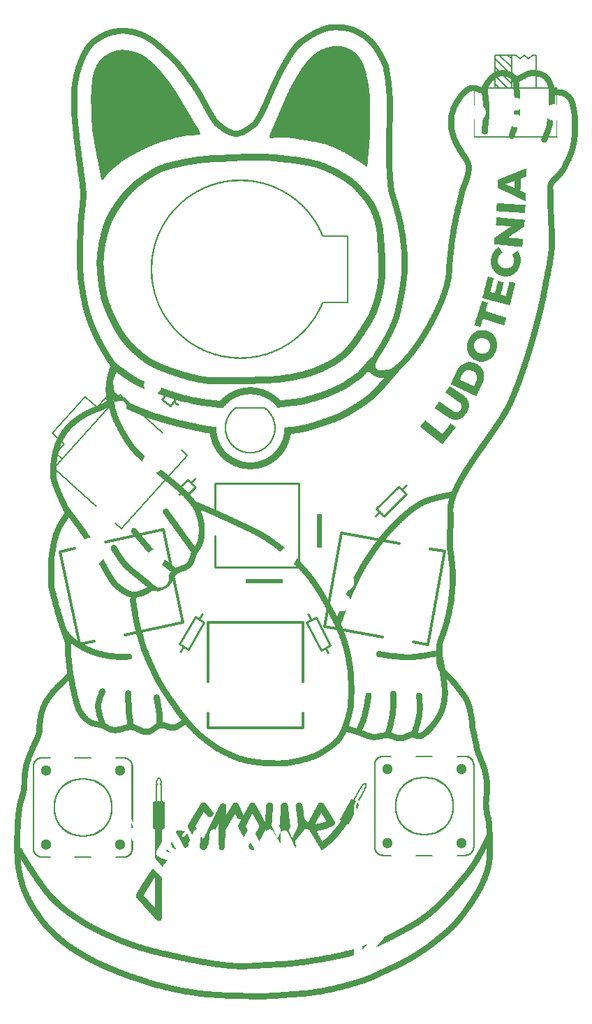
<source format=gto>
G04 MADE WITH FRITZING*
G04 WWW.FRITZING.ORG*
G04 DOUBLE SIDED*
G04 HOLES PLATED*
G04 CONTOUR ON CENTER OF CONTOUR VECTOR*
%ASAXBY*%
%FSLAX23Y23*%
%MOIN*%
%OFA0B0*%
%SFA1.0B1.0*%
%ADD10C,0.283590X0.26759*%
%ADD11C,0.051181X-0.0039371*%
%ADD12C,0.010000*%
%ADD13C,0.008000*%
%ADD14C,0.005000*%
%ADD15C,0.006944*%
%ADD16C,0.012500*%
%ADD17C,0.029226*%
%ADD18C,0.007874*%
%ADD19R,0.001000X0.001000*%
%LNSILK1*%
G90*
G70*
G54D10*
X1958Y925D03*
G54D11*
X1781Y747D03*
X1781Y1102D03*
X2135Y1102D03*
X2135Y747D03*
G54D10*
X328Y917D03*
G54D11*
X151Y740D03*
X151Y1094D03*
X505Y1094D03*
X505Y740D03*
G54D12*
X864Y2447D02*
X828Y2412D01*
D02*
X793Y2447D02*
X828Y2482D01*
D02*
X746Y2835D02*
X707Y2865D01*
D02*
X707Y2865D02*
X737Y2905D01*
D02*
X737Y2905D02*
X777Y2874D01*
D02*
X777Y2874D02*
X746Y2835D01*
D02*
X958Y2065D02*
X1358Y2065D01*
D02*
X1358Y2065D02*
X1358Y2465D01*
D02*
X1358Y2465D02*
X958Y2465D01*
D02*
X958Y2065D02*
X958Y2215D01*
D02*
X958Y2315D02*
X958Y2465D01*
G54D13*
D02*
X1474Y3643D02*
X1592Y3643D01*
D02*
X1592Y3643D02*
X1592Y3328D01*
D02*
X1592Y3328D02*
X1474Y3328D01*
G54D14*
D02*
X2198Y4116D02*
X2592Y4116D01*
D02*
X2592Y4352D02*
X2493Y4352D01*
D02*
X2493Y4352D02*
X2375Y4352D01*
D02*
X2356Y4352D02*
X2316Y4352D01*
D02*
X2316Y4352D02*
X2297Y4352D01*
D02*
X2297Y4352D02*
X2198Y4352D01*
D02*
X2493Y4352D02*
X2493Y4509D01*
D02*
X2493Y4509D02*
X2474Y4509D01*
D02*
X2395Y4509D02*
X2375Y4509D01*
D02*
X2375Y4509D02*
X2375Y4490D01*
D02*
X2375Y4490D02*
X2375Y4450D01*
D02*
X2375Y4450D02*
X2375Y4411D01*
D02*
X2375Y4411D02*
X2375Y4352D01*
D02*
X2474Y4509D02*
X2454Y4490D01*
D02*
X2454Y4490D02*
X2434Y4509D01*
D02*
X2434Y4509D02*
X2415Y4490D01*
D02*
X2415Y4490D02*
X2395Y4509D01*
D02*
X2297Y4352D02*
X2297Y4371D01*
D02*
X2297Y4371D02*
X2297Y4411D01*
D02*
X2297Y4411D02*
X2297Y4450D01*
D02*
X2297Y4450D02*
X2297Y4490D01*
D02*
X2297Y4490D02*
X2297Y4509D01*
D02*
X2297Y4509D02*
X2316Y4509D01*
D02*
X2316Y4509D02*
X2356Y4509D01*
D02*
X2356Y4509D02*
X2375Y4509D01*
D02*
X2375Y4352D02*
X2356Y4352D01*
D02*
X2356Y4352D02*
X2336Y4352D01*
D02*
X2356Y4352D02*
X2297Y4411D01*
D02*
X2375Y4352D02*
X2375Y4371D01*
D02*
X2375Y4371D02*
X2297Y4450D01*
D02*
X2375Y4411D02*
X2297Y4490D01*
D02*
X2375Y4450D02*
X2316Y4509D01*
D02*
X2375Y4490D02*
X2356Y4509D01*
D02*
X2316Y4352D02*
X2297Y4371D01*
G54D12*
D02*
X1730Y2343D02*
X1836Y2449D01*
D02*
X1871Y2414D02*
X1765Y2308D01*
D02*
X789Y1696D02*
X864Y1826D01*
D02*
X864Y1826D02*
X907Y1801D01*
D02*
X907Y1801D02*
X832Y1671D01*
D02*
X832Y1671D02*
X789Y1696D01*
G54D13*
D02*
X1800Y688D02*
X1761Y688D01*
D02*
X1722Y728D02*
X1722Y1121D01*
D02*
X1761Y1161D02*
X1800Y1161D01*
D02*
X1919Y1161D02*
X1997Y1161D01*
D02*
X2115Y1161D02*
X2155Y1161D01*
D02*
X2194Y1121D02*
X2194Y728D01*
D02*
X2155Y688D02*
X2115Y688D01*
D02*
X1997Y688D02*
X1919Y688D01*
D02*
X171Y681D02*
X131Y681D01*
D02*
X92Y720D02*
X92Y1114D01*
D02*
X131Y1153D02*
X171Y1153D01*
D02*
X289Y1153D02*
X367Y1153D01*
D02*
X485Y1153D02*
X525Y1153D01*
D02*
X525Y681D02*
X485Y681D01*
D02*
X367Y681D02*
X289Y681D01*
G54D15*
D02*
X437Y2870D02*
X397Y2826D01*
D02*
X239Y2650D02*
X200Y2606D01*
D02*
X200Y2606D02*
X229Y2580D01*
D02*
X437Y2870D02*
X466Y2843D01*
D02*
X339Y2878D02*
X181Y2703D01*
D02*
X181Y2703D02*
X239Y2650D01*
D02*
X339Y2878D02*
X397Y2826D01*
D02*
X827Y2597D02*
X798Y2624D01*
D02*
X511Y2246D02*
X482Y2273D01*
G54D12*
D02*
X1465Y1667D02*
X1397Y1801D01*
D02*
X1397Y1801D02*
X1442Y1823D01*
D02*
X1442Y1823D02*
X1510Y1690D01*
D02*
X1510Y1690D02*
X1465Y1667D01*
G54D16*
X1985Y2152D02*
X2056Y2140D01*
X1977Y1694D01*
X1906Y1706D01*
D02*
X1760Y1732D02*
X1482Y1781D01*
X1561Y2227D01*
X1839Y2178D01*
D02*
X1380Y1369D02*
X1380Y1297D01*
X927Y1297D01*
X927Y1369D01*
D02*
X927Y1517D02*
X927Y1800D01*
X1380Y1800D01*
X1380Y1517D01*
D02*
X383Y1711D02*
X313Y1696D01*
X219Y2138D01*
X289Y2153D01*
D02*
X434Y2184D02*
X711Y2243D01*
X805Y1800D01*
X528Y1741D01*
D02*
G54D17*
X860Y2140D02*
X722Y2330D01*
X722Y2330D01*
D02*
X554Y1307D02*
X546Y1374D01*
X541Y1465D01*
D02*
X693Y1322D02*
X693Y1363D01*
X679Y1445D01*
D02*
G54D18*
X1198Y2823D02*
X1056Y2823D01*
D02*
G36*
G37*
D02*
G54D19*
X1521Y4655D02*
X1549Y4655D01*
X1511Y4654D02*
X1562Y4654D01*
X1505Y4653D02*
X1571Y4653D01*
X1499Y4652D02*
X1579Y4652D01*
X1495Y4651D02*
X1585Y4651D01*
X1491Y4650D02*
X1591Y4650D01*
X1487Y4649D02*
X1596Y4649D01*
X1483Y4648D02*
X1600Y4648D01*
X1480Y4647D02*
X1605Y4647D01*
X1477Y4646D02*
X1609Y4646D01*
X1474Y4645D02*
X1612Y4645D01*
X1471Y4644D02*
X1615Y4644D01*
X1468Y4643D02*
X1618Y4643D01*
X1466Y4642D02*
X1621Y4642D01*
X1463Y4641D02*
X1624Y4641D01*
X1460Y4640D02*
X1627Y4640D01*
X1458Y4639D02*
X1629Y4639D01*
X505Y4638D02*
X531Y4638D01*
X1456Y4638D02*
X1631Y4638D01*
X496Y4637D02*
X540Y4637D01*
X1453Y4637D02*
X1634Y4637D01*
X490Y4636D02*
X546Y4636D01*
X1451Y4636D02*
X1635Y4636D01*
X484Y4635D02*
X552Y4635D01*
X1449Y4635D02*
X1637Y4635D01*
X478Y4634D02*
X557Y4634D01*
X1447Y4634D02*
X1639Y4634D01*
X473Y4633D02*
X562Y4633D01*
X1444Y4633D02*
X1641Y4633D01*
X469Y4632D02*
X567Y4632D01*
X1442Y4632D02*
X1643Y4632D01*
X465Y4631D02*
X572Y4631D01*
X1440Y4631D02*
X1645Y4631D01*
X461Y4630D02*
X576Y4630D01*
X1438Y4630D02*
X1647Y4630D01*
X457Y4629D02*
X580Y4629D01*
X1436Y4629D02*
X1649Y4629D01*
X454Y4628D02*
X584Y4628D01*
X1434Y4628D02*
X1651Y4628D01*
X451Y4627D02*
X587Y4627D01*
X1432Y4627D02*
X1653Y4627D01*
X448Y4626D02*
X591Y4626D01*
X1430Y4626D02*
X1526Y4626D01*
X1547Y4626D02*
X1655Y4626D01*
X445Y4625D02*
X594Y4625D01*
X1428Y4625D02*
X1514Y4625D01*
X1562Y4625D02*
X1657Y4625D01*
X442Y4624D02*
X597Y4624D01*
X1427Y4624D02*
X1507Y4624D01*
X1571Y4624D02*
X1658Y4624D01*
X440Y4623D02*
X600Y4623D01*
X1425Y4623D02*
X1502Y4623D01*
X1578Y4623D02*
X1660Y4623D01*
X437Y4622D02*
X603Y4622D01*
X1423Y4622D02*
X1498Y4622D01*
X1584Y4622D02*
X1662Y4622D01*
X435Y4621D02*
X606Y4621D01*
X1421Y4621D02*
X1494Y4621D01*
X1589Y4621D02*
X1663Y4621D01*
X432Y4620D02*
X609Y4620D01*
X1419Y4620D02*
X1490Y4620D01*
X1593Y4620D02*
X1665Y4620D01*
X430Y4619D02*
X611Y4619D01*
X1418Y4619D02*
X1487Y4619D01*
X1598Y4619D02*
X1667Y4619D01*
X428Y4618D02*
X614Y4618D01*
X1416Y4618D02*
X1484Y4618D01*
X1602Y4618D02*
X1668Y4618D01*
X425Y4617D02*
X616Y4617D01*
X1414Y4617D02*
X1481Y4617D01*
X1605Y4617D02*
X1670Y4617D01*
X423Y4616D02*
X619Y4616D01*
X1412Y4616D02*
X1478Y4616D01*
X1608Y4616D02*
X1671Y4616D01*
X421Y4615D02*
X621Y4615D01*
X1411Y4615D02*
X1475Y4615D01*
X1611Y4615D02*
X1673Y4615D01*
X419Y4614D02*
X623Y4614D01*
X1409Y4614D02*
X1473Y4614D01*
X1614Y4614D02*
X1675Y4614D01*
X417Y4613D02*
X625Y4613D01*
X1407Y4613D02*
X1470Y4613D01*
X1617Y4613D02*
X1676Y4613D01*
X415Y4612D02*
X627Y4612D01*
X1406Y4612D02*
X1468Y4612D01*
X1619Y4612D02*
X1678Y4612D01*
X413Y4611D02*
X629Y4611D01*
X1404Y4611D02*
X1465Y4611D01*
X1621Y4611D02*
X1679Y4611D01*
X412Y4610D02*
X631Y4610D01*
X1403Y4610D02*
X1463Y4610D01*
X1623Y4610D02*
X1681Y4610D01*
X410Y4609D02*
X507Y4609D01*
X530Y4609D02*
X633Y4609D01*
X1401Y4609D02*
X1461Y4609D01*
X1625Y4609D02*
X1682Y4609D01*
X408Y4608D02*
X499Y4608D01*
X537Y4608D02*
X635Y4608D01*
X1399Y4608D02*
X1459Y4608D01*
X1627Y4608D02*
X1683Y4608D01*
X406Y4607D02*
X492Y4607D01*
X543Y4607D02*
X637Y4607D01*
X1398Y4607D02*
X1456Y4607D01*
X1629Y4607D02*
X1685Y4607D01*
X404Y4606D02*
X487Y4606D01*
X548Y4606D02*
X639Y4606D01*
X1396Y4606D02*
X1454Y4606D01*
X1631Y4606D02*
X1686Y4606D01*
X403Y4605D02*
X481Y4605D01*
X554Y4605D02*
X641Y4605D01*
X1395Y4605D02*
X1452Y4605D01*
X1633Y4605D02*
X1687Y4605D01*
X401Y4604D02*
X476Y4604D01*
X559Y4604D02*
X643Y4604D01*
X1393Y4604D02*
X1450Y4604D01*
X1635Y4604D02*
X1689Y4604D01*
X399Y4603D02*
X472Y4603D01*
X564Y4603D02*
X644Y4603D01*
X1391Y4603D02*
X1448Y4603D01*
X1637Y4603D02*
X1690Y4603D01*
X398Y4602D02*
X468Y4602D01*
X568Y4602D02*
X646Y4602D01*
X1390Y4602D02*
X1446Y4602D01*
X1639Y4602D02*
X1691Y4602D01*
X396Y4601D02*
X464Y4601D01*
X573Y4601D02*
X648Y4601D01*
X1388Y4601D02*
X1444Y4601D01*
X1641Y4601D02*
X1693Y4601D01*
X394Y4600D02*
X461Y4600D01*
X577Y4600D02*
X649Y4600D01*
X1387Y4600D02*
X1442Y4600D01*
X1642Y4600D02*
X1694Y4600D01*
X393Y4599D02*
X458Y4599D01*
X580Y4599D02*
X651Y4599D01*
X1386Y4599D02*
X1440Y4599D01*
X1644Y4599D02*
X1695Y4599D01*
X391Y4598D02*
X455Y4598D01*
X584Y4598D02*
X653Y4598D01*
X1384Y4598D02*
X1439Y4598D01*
X1646Y4598D02*
X1696Y4598D01*
X389Y4597D02*
X452Y4597D01*
X587Y4597D02*
X654Y4597D01*
X1383Y4597D02*
X1437Y4597D01*
X1648Y4597D02*
X1698Y4597D01*
X388Y4596D02*
X449Y4596D01*
X590Y4596D02*
X656Y4596D01*
X1381Y4596D02*
X1435Y4596D01*
X1649Y4596D02*
X1699Y4596D01*
X386Y4595D02*
X447Y4595D01*
X593Y4595D02*
X657Y4595D01*
X1380Y4595D02*
X1433Y4595D01*
X1651Y4595D02*
X1700Y4595D01*
X385Y4594D02*
X444Y4594D01*
X596Y4594D02*
X659Y4594D01*
X1378Y4594D02*
X1431Y4594D01*
X1653Y4594D02*
X1701Y4594D01*
X384Y4593D02*
X442Y4593D01*
X599Y4593D02*
X660Y4593D01*
X1377Y4593D02*
X1430Y4593D01*
X1654Y4593D02*
X1702Y4593D01*
X382Y4592D02*
X440Y4592D01*
X602Y4592D02*
X662Y4592D01*
X1375Y4592D02*
X1428Y4592D01*
X1656Y4592D02*
X1703Y4592D01*
X381Y4591D02*
X437Y4591D01*
X604Y4591D02*
X663Y4591D01*
X1374Y4591D02*
X1426Y4591D01*
X1658Y4591D02*
X1704Y4591D01*
X379Y4590D02*
X435Y4590D01*
X607Y4590D02*
X665Y4590D01*
X1372Y4590D02*
X1425Y4590D01*
X1659Y4590D02*
X1705Y4590D01*
X378Y4589D02*
X433Y4589D01*
X609Y4589D02*
X666Y4589D01*
X1371Y4589D02*
X1423Y4589D01*
X1661Y4589D02*
X1706Y4589D01*
X377Y4588D02*
X431Y4588D01*
X611Y4588D02*
X667Y4588D01*
X1370Y4588D02*
X1421Y4588D01*
X1662Y4588D02*
X1708Y4588D01*
X375Y4587D02*
X429Y4587D01*
X613Y4587D02*
X669Y4587D01*
X1368Y4587D02*
X1420Y4587D01*
X1664Y4587D02*
X1709Y4587D01*
X374Y4586D02*
X427Y4586D01*
X616Y4586D02*
X670Y4586D01*
X1367Y4586D02*
X1418Y4586D01*
X1665Y4586D02*
X1710Y4586D01*
X373Y4585D02*
X426Y4585D01*
X618Y4585D02*
X672Y4585D01*
X1365Y4585D02*
X1417Y4585D01*
X1666Y4585D02*
X1711Y4585D01*
X372Y4584D02*
X424Y4584D01*
X620Y4584D02*
X673Y4584D01*
X1364Y4584D02*
X1415Y4584D01*
X1668Y4584D02*
X1712Y4584D01*
X371Y4583D02*
X422Y4583D01*
X622Y4583D02*
X674Y4583D01*
X1363Y4583D02*
X1413Y4583D01*
X1669Y4583D02*
X1713Y4583D01*
X369Y4582D02*
X420Y4582D01*
X624Y4582D02*
X676Y4582D01*
X1361Y4582D02*
X1412Y4582D01*
X1671Y4582D02*
X1714Y4582D01*
X368Y4581D02*
X418Y4581D01*
X625Y4581D02*
X677Y4581D01*
X1360Y4581D02*
X1410Y4581D01*
X1672Y4581D02*
X1715Y4581D01*
X367Y4580D02*
X417Y4580D01*
X627Y4580D02*
X678Y4580D01*
X1359Y4580D02*
X1409Y4580D01*
X1673Y4580D02*
X1715Y4580D01*
X366Y4579D02*
X415Y4579D01*
X629Y4579D02*
X680Y4579D01*
X1357Y4579D02*
X1407Y4579D01*
X1674Y4579D02*
X1716Y4579D01*
X365Y4578D02*
X413Y4578D01*
X631Y4578D02*
X681Y4578D01*
X1356Y4578D02*
X1406Y4578D01*
X1676Y4578D02*
X1717Y4578D01*
X364Y4577D02*
X412Y4577D01*
X632Y4577D02*
X682Y4577D01*
X1355Y4577D02*
X1404Y4577D01*
X1677Y4577D02*
X1718Y4577D01*
X363Y4576D02*
X410Y4576D01*
X634Y4576D02*
X683Y4576D01*
X1354Y4576D02*
X1403Y4576D01*
X1678Y4576D02*
X1719Y4576D01*
X362Y4575D02*
X408Y4575D01*
X636Y4575D02*
X685Y4575D01*
X1353Y4575D02*
X1401Y4575D01*
X1679Y4575D02*
X1720Y4575D01*
X361Y4574D02*
X407Y4574D01*
X637Y4574D02*
X686Y4574D01*
X1352Y4574D02*
X1400Y4574D01*
X1681Y4574D02*
X1721Y4574D01*
X359Y4573D02*
X405Y4573D01*
X639Y4573D02*
X687Y4573D01*
X1351Y4573D02*
X1398Y4573D01*
X1682Y4573D02*
X1722Y4573D01*
X359Y4572D02*
X404Y4572D01*
X640Y4572D02*
X689Y4572D01*
X1349Y4572D02*
X1397Y4572D01*
X1683Y4572D02*
X1723Y4572D01*
X358Y4571D02*
X402Y4571D01*
X642Y4571D02*
X690Y4571D01*
X1348Y4571D02*
X1395Y4571D01*
X1684Y4571D02*
X1724Y4571D01*
X357Y4570D02*
X401Y4570D01*
X643Y4570D02*
X691Y4570D01*
X1347Y4570D02*
X1394Y4570D01*
X1685Y4570D02*
X1724Y4570D01*
X356Y4569D02*
X399Y4569D01*
X645Y4569D02*
X692Y4569D01*
X1346Y4569D02*
X1392Y4569D01*
X1686Y4569D02*
X1725Y4569D01*
X355Y4568D02*
X398Y4568D01*
X646Y4568D02*
X693Y4568D01*
X1345Y4568D02*
X1391Y4568D01*
X1687Y4568D02*
X1726Y4568D01*
X354Y4567D02*
X396Y4567D01*
X648Y4567D02*
X694Y4567D01*
X1344Y4567D02*
X1389Y4567D01*
X1688Y4567D02*
X1727Y4567D01*
X353Y4566D02*
X395Y4566D01*
X649Y4566D02*
X696Y4566D01*
X1343Y4566D02*
X1388Y4566D01*
X1689Y4566D02*
X1728Y4566D01*
X352Y4565D02*
X394Y4565D01*
X651Y4565D02*
X697Y4565D01*
X1342Y4565D02*
X1387Y4565D01*
X1690Y4565D02*
X1728Y4565D01*
X351Y4564D02*
X392Y4564D01*
X652Y4564D02*
X698Y4564D01*
X1342Y4564D02*
X1385Y4564D01*
X1691Y4564D02*
X1729Y4564D01*
X350Y4563D02*
X391Y4563D01*
X653Y4563D02*
X699Y4563D01*
X1341Y4563D02*
X1384Y4563D01*
X1692Y4563D02*
X1730Y4563D01*
X349Y4562D02*
X390Y4562D01*
X655Y4562D02*
X700Y4562D01*
X1340Y4562D02*
X1383Y4562D01*
X1693Y4562D02*
X1731Y4562D01*
X349Y4561D02*
X389Y4561D01*
X656Y4561D02*
X702Y4561D01*
X1339Y4561D02*
X1381Y4561D01*
X1694Y4561D02*
X1732Y4561D01*
X348Y4560D02*
X387Y4560D01*
X658Y4560D02*
X703Y4560D01*
X1338Y4560D02*
X1380Y4560D01*
X1695Y4560D02*
X1732Y4560D01*
X347Y4559D02*
X386Y4559D01*
X659Y4559D02*
X704Y4559D01*
X1337Y4559D02*
X1378Y4559D01*
X1696Y4559D02*
X1733Y4559D01*
X346Y4558D02*
X385Y4558D01*
X660Y4558D02*
X705Y4558D01*
X1336Y4558D02*
X1377Y4558D01*
X1697Y4558D02*
X1734Y4558D01*
X345Y4557D02*
X384Y4557D01*
X661Y4557D02*
X706Y4557D01*
X1335Y4557D02*
X1376Y4557D01*
X1698Y4557D02*
X1735Y4557D01*
X344Y4556D02*
X383Y4556D01*
X663Y4556D02*
X707Y4556D01*
X1334Y4556D02*
X1375Y4556D01*
X1699Y4556D02*
X1735Y4556D01*
X344Y4555D02*
X382Y4555D01*
X664Y4555D02*
X709Y4555D01*
X1334Y4555D02*
X1373Y4555D01*
X1700Y4555D02*
X1736Y4555D01*
X343Y4554D02*
X381Y4554D01*
X665Y4554D02*
X710Y4554D01*
X1333Y4554D02*
X1372Y4554D01*
X1701Y4554D02*
X1737Y4554D01*
X342Y4553D02*
X380Y4553D01*
X667Y4553D02*
X711Y4553D01*
X1332Y4553D02*
X1371Y4553D01*
X1701Y4553D02*
X1737Y4553D01*
X341Y4552D02*
X379Y4552D01*
X668Y4552D02*
X712Y4552D01*
X1331Y4552D02*
X1370Y4552D01*
X1702Y4552D02*
X1738Y4552D01*
X341Y4551D02*
X378Y4551D01*
X669Y4551D02*
X713Y4551D01*
X1330Y4551D02*
X1369Y4551D01*
X1531Y4551D02*
X1553Y4551D01*
X1703Y4551D02*
X1739Y4551D01*
X340Y4550D02*
X377Y4550D01*
X670Y4550D02*
X714Y4550D01*
X1330Y4550D02*
X1368Y4550D01*
X1523Y4550D02*
X1560Y4550D01*
X1704Y4550D02*
X1740Y4550D01*
X339Y4549D02*
X376Y4549D01*
X672Y4549D02*
X715Y4549D01*
X1329Y4549D02*
X1367Y4549D01*
X1517Y4549D02*
X1565Y4549D01*
X1705Y4549D02*
X1740Y4549D01*
X339Y4548D02*
X375Y4548D01*
X673Y4548D02*
X716Y4548D01*
X1328Y4548D02*
X1366Y4548D01*
X1512Y4548D02*
X1569Y4548D01*
X1706Y4548D02*
X1741Y4548D01*
X338Y4547D02*
X374Y4547D01*
X674Y4547D02*
X717Y4547D01*
X1327Y4547D02*
X1365Y4547D01*
X1508Y4547D02*
X1573Y4547D01*
X1707Y4547D02*
X1742Y4547D01*
X337Y4546D02*
X373Y4546D01*
X675Y4546D02*
X719Y4546D01*
X1326Y4546D02*
X1364Y4546D01*
X1504Y4546D02*
X1577Y4546D01*
X1707Y4546D02*
X1742Y4546D01*
X336Y4545D02*
X372Y4545D01*
X676Y4545D02*
X720Y4545D01*
X1326Y4545D02*
X1363Y4545D01*
X1500Y4545D02*
X1580Y4545D01*
X1708Y4545D02*
X1743Y4545D01*
X336Y4544D02*
X371Y4544D01*
X677Y4544D02*
X721Y4544D01*
X1325Y4544D02*
X1362Y4544D01*
X1497Y4544D02*
X1582Y4544D01*
X1709Y4544D02*
X1744Y4544D01*
X335Y4543D02*
X370Y4543D01*
X679Y4543D02*
X722Y4543D01*
X1324Y4543D02*
X1361Y4543D01*
X1494Y4543D02*
X1585Y4543D01*
X1710Y4543D02*
X1744Y4543D01*
X334Y4542D02*
X370Y4542D01*
X680Y4542D02*
X723Y4542D01*
X1323Y4542D02*
X1360Y4542D01*
X1490Y4542D02*
X1588Y4542D01*
X1710Y4542D02*
X1745Y4542D01*
X334Y4541D02*
X369Y4541D01*
X681Y4541D02*
X724Y4541D01*
X1323Y4541D02*
X1359Y4541D01*
X1487Y4541D02*
X1590Y4541D01*
X1711Y4541D02*
X1746Y4541D01*
X333Y4540D02*
X368Y4540D01*
X682Y4540D02*
X725Y4540D01*
X1322Y4540D02*
X1358Y4540D01*
X1484Y4540D02*
X1593Y4540D01*
X1712Y4540D02*
X1746Y4540D01*
X333Y4539D02*
X367Y4539D01*
X683Y4539D02*
X726Y4539D01*
X1321Y4539D02*
X1357Y4539D01*
X1481Y4539D02*
X1595Y4539D01*
X1713Y4539D02*
X1747Y4539D01*
X332Y4538D02*
X366Y4538D01*
X684Y4538D02*
X728Y4538D01*
X1320Y4538D02*
X1356Y4538D01*
X1479Y4538D02*
X1597Y4538D01*
X1713Y4538D02*
X1747Y4538D01*
X331Y4537D02*
X366Y4537D01*
X686Y4537D02*
X729Y4537D01*
X1320Y4537D02*
X1355Y4537D01*
X1476Y4537D02*
X1599Y4537D01*
X1714Y4537D02*
X1748Y4537D01*
X331Y4536D02*
X365Y4536D01*
X687Y4536D02*
X730Y4536D01*
X1319Y4536D02*
X1355Y4536D01*
X1474Y4536D02*
X1601Y4536D01*
X1715Y4536D02*
X1749Y4536D01*
X330Y4535D02*
X364Y4535D01*
X688Y4535D02*
X731Y4535D01*
X1318Y4535D02*
X1354Y4535D01*
X1471Y4535D02*
X1603Y4535D01*
X1715Y4535D02*
X1749Y4535D01*
X330Y4534D02*
X363Y4534D01*
X689Y4534D02*
X732Y4534D01*
X1318Y4534D02*
X1353Y4534D01*
X1469Y4534D02*
X1605Y4534D01*
X1716Y4534D02*
X1750Y4534D01*
X329Y4533D02*
X363Y4533D01*
X690Y4533D02*
X733Y4533D01*
X1317Y4533D02*
X1352Y4533D01*
X1467Y4533D02*
X1607Y4533D01*
X1717Y4533D02*
X1751Y4533D01*
X328Y4532D02*
X362Y4532D01*
X510Y4532D02*
X521Y4532D01*
X691Y4532D02*
X734Y4532D01*
X1316Y4532D02*
X1351Y4532D01*
X1464Y4532D02*
X1609Y4532D01*
X1718Y4532D02*
X1751Y4532D01*
X328Y4531D02*
X361Y4531D01*
X498Y4531D02*
X534Y4531D01*
X693Y4531D02*
X735Y4531D01*
X1315Y4531D02*
X1350Y4531D01*
X1462Y4531D02*
X1611Y4531D01*
X1718Y4531D02*
X1752Y4531D01*
X327Y4530D02*
X361Y4530D01*
X491Y4530D02*
X542Y4530D01*
X694Y4530D02*
X736Y4530D01*
X1315Y4530D02*
X1350Y4530D01*
X1460Y4530D02*
X1613Y4530D01*
X1719Y4530D02*
X1752Y4530D01*
X327Y4529D02*
X360Y4529D01*
X486Y4529D02*
X549Y4529D01*
X695Y4529D02*
X737Y4529D01*
X1314Y4529D02*
X1349Y4529D01*
X1458Y4529D02*
X1614Y4529D01*
X1720Y4529D02*
X1753Y4529D01*
X326Y4528D02*
X359Y4528D01*
X482Y4528D02*
X555Y4528D01*
X696Y4528D02*
X738Y4528D01*
X1313Y4528D02*
X1348Y4528D01*
X1457Y4528D02*
X1616Y4528D01*
X1720Y4528D02*
X1754Y4528D01*
X326Y4527D02*
X359Y4527D01*
X479Y4527D02*
X560Y4527D01*
X697Y4527D02*
X739Y4527D01*
X1313Y4527D02*
X1347Y4527D01*
X1455Y4527D02*
X1617Y4527D01*
X1721Y4527D02*
X1754Y4527D01*
X325Y4526D02*
X358Y4526D01*
X476Y4526D02*
X564Y4526D01*
X698Y4526D02*
X740Y4526D01*
X1312Y4526D02*
X1347Y4526D01*
X1453Y4526D02*
X1619Y4526D01*
X1722Y4526D02*
X1755Y4526D01*
X324Y4525D02*
X357Y4525D01*
X473Y4525D02*
X568Y4525D01*
X699Y4525D02*
X742Y4525D01*
X1311Y4525D02*
X1346Y4525D01*
X1451Y4525D02*
X1620Y4525D01*
X1722Y4525D02*
X1755Y4525D01*
X324Y4524D02*
X357Y4524D01*
X470Y4524D02*
X572Y4524D01*
X700Y4524D02*
X743Y4524D01*
X1311Y4524D02*
X1345Y4524D01*
X1450Y4524D02*
X1622Y4524D01*
X1723Y4524D02*
X1756Y4524D01*
X323Y4523D02*
X356Y4523D01*
X468Y4523D02*
X576Y4523D01*
X701Y4523D02*
X744Y4523D01*
X1310Y4523D02*
X1344Y4523D01*
X1448Y4523D02*
X1623Y4523D01*
X1723Y4523D02*
X1756Y4523D01*
X323Y4522D02*
X355Y4522D01*
X465Y4522D02*
X579Y4522D01*
X703Y4522D02*
X745Y4522D01*
X1309Y4522D02*
X1344Y4522D01*
X1447Y4522D02*
X1624Y4522D01*
X1724Y4522D02*
X1757Y4522D01*
X322Y4521D02*
X355Y4521D01*
X463Y4521D02*
X582Y4521D01*
X704Y4521D02*
X746Y4521D01*
X1309Y4521D02*
X1343Y4521D01*
X1445Y4521D02*
X1625Y4521D01*
X1725Y4521D02*
X1758Y4521D01*
X322Y4520D02*
X354Y4520D01*
X461Y4520D02*
X585Y4520D01*
X705Y4520D02*
X747Y4520D01*
X1308Y4520D02*
X1342Y4520D01*
X1444Y4520D02*
X1627Y4520D01*
X1725Y4520D02*
X1758Y4520D01*
X321Y4519D02*
X354Y4519D01*
X459Y4519D02*
X588Y4519D01*
X706Y4519D02*
X748Y4519D01*
X1307Y4519D02*
X1341Y4519D01*
X1442Y4519D02*
X1628Y4519D01*
X1726Y4519D02*
X1759Y4519D01*
X321Y4518D02*
X353Y4518D01*
X457Y4518D02*
X591Y4518D01*
X707Y4518D02*
X749Y4518D01*
X1307Y4518D02*
X1341Y4518D01*
X1441Y4518D02*
X1629Y4518D01*
X1727Y4518D02*
X1759Y4518D01*
X320Y4517D02*
X352Y4517D01*
X455Y4517D02*
X593Y4517D01*
X708Y4517D02*
X750Y4517D01*
X1306Y4517D02*
X1340Y4517D01*
X1439Y4517D02*
X1630Y4517D01*
X1727Y4517D02*
X1760Y4517D01*
X320Y4516D02*
X352Y4516D01*
X453Y4516D02*
X596Y4516D01*
X709Y4516D02*
X751Y4516D01*
X1305Y4516D02*
X1339Y4516D01*
X1438Y4516D02*
X1631Y4516D01*
X1728Y4516D02*
X1760Y4516D01*
X319Y4515D02*
X351Y4515D01*
X451Y4515D02*
X598Y4515D01*
X710Y4515D02*
X752Y4515D01*
X1305Y4515D02*
X1339Y4515D01*
X1437Y4515D02*
X1632Y4515D01*
X1728Y4515D02*
X1761Y4515D01*
X319Y4514D02*
X351Y4514D01*
X449Y4514D02*
X600Y4514D01*
X711Y4514D02*
X753Y4514D01*
X1304Y4514D02*
X1338Y4514D01*
X1435Y4514D02*
X1633Y4514D01*
X1729Y4514D02*
X1761Y4514D01*
X318Y4513D02*
X350Y4513D01*
X447Y4513D02*
X602Y4513D01*
X712Y4513D02*
X754Y4513D01*
X1303Y4513D02*
X1337Y4513D01*
X1434Y4513D02*
X1634Y4513D01*
X1730Y4513D02*
X1762Y4513D01*
X318Y4512D02*
X350Y4512D01*
X446Y4512D02*
X604Y4512D01*
X714Y4512D02*
X755Y4512D01*
X1303Y4512D02*
X1336Y4512D01*
X1433Y4512D02*
X1635Y4512D01*
X1730Y4512D02*
X1763Y4512D01*
X317Y4511D02*
X349Y4511D01*
X444Y4511D02*
X606Y4511D01*
X715Y4511D02*
X756Y4511D01*
X1302Y4511D02*
X1336Y4511D01*
X1432Y4511D02*
X1636Y4511D01*
X1731Y4511D02*
X1763Y4511D01*
X317Y4510D02*
X349Y4510D01*
X442Y4510D02*
X608Y4510D01*
X716Y4510D02*
X757Y4510D01*
X1301Y4510D02*
X1335Y4510D01*
X1431Y4510D02*
X1637Y4510D01*
X1731Y4510D02*
X1764Y4510D01*
X316Y4509D02*
X348Y4509D01*
X441Y4509D02*
X610Y4509D01*
X717Y4509D02*
X758Y4509D01*
X1301Y4509D02*
X1334Y4509D01*
X1429Y4509D02*
X1638Y4509D01*
X1732Y4509D02*
X1764Y4509D01*
X316Y4508D02*
X347Y4508D01*
X439Y4508D02*
X612Y4508D01*
X718Y4508D02*
X760Y4508D01*
X1300Y4508D02*
X1334Y4508D01*
X1428Y4508D02*
X1638Y4508D01*
X1732Y4508D02*
X1765Y4508D01*
X316Y4507D02*
X347Y4507D01*
X437Y4507D02*
X614Y4507D01*
X719Y4507D02*
X761Y4507D01*
X1299Y4507D02*
X1333Y4507D01*
X1427Y4507D02*
X1639Y4507D01*
X1733Y4507D02*
X1765Y4507D01*
X315Y4506D02*
X346Y4506D01*
X436Y4506D02*
X615Y4506D01*
X720Y4506D02*
X762Y4506D01*
X1299Y4506D02*
X1332Y4506D01*
X1426Y4506D02*
X1640Y4506D01*
X1734Y4506D02*
X1766Y4506D01*
X315Y4505D02*
X346Y4505D01*
X434Y4505D02*
X617Y4505D01*
X721Y4505D02*
X763Y4505D01*
X1298Y4505D02*
X1332Y4505D01*
X1425Y4505D02*
X1641Y4505D01*
X1734Y4505D02*
X1766Y4505D01*
X314Y4504D02*
X345Y4504D01*
X433Y4504D02*
X618Y4504D01*
X722Y4504D02*
X764Y4504D01*
X1298Y4504D02*
X1331Y4504D01*
X1424Y4504D02*
X1642Y4504D01*
X1735Y4504D02*
X1767Y4504D01*
X314Y4503D02*
X345Y4503D01*
X431Y4503D02*
X620Y4503D01*
X723Y4503D02*
X765Y4503D01*
X1297Y4503D02*
X1330Y4503D01*
X1423Y4503D02*
X1643Y4503D01*
X1735Y4503D02*
X1767Y4503D01*
X313Y4502D02*
X344Y4502D01*
X430Y4502D02*
X622Y4502D01*
X724Y4502D02*
X766Y4502D01*
X1296Y4502D02*
X1330Y4502D01*
X1422Y4502D02*
X1643Y4502D01*
X1736Y4502D02*
X1768Y4502D01*
X313Y4501D02*
X344Y4501D01*
X429Y4501D02*
X623Y4501D01*
X725Y4501D02*
X767Y4501D01*
X1296Y4501D02*
X1329Y4501D01*
X1421Y4501D02*
X1644Y4501D01*
X1736Y4501D02*
X1768Y4501D01*
X312Y4500D02*
X343Y4500D01*
X427Y4500D02*
X625Y4500D01*
X727Y4500D02*
X768Y4500D01*
X1295Y4500D02*
X1329Y4500D01*
X1420Y4500D02*
X1645Y4500D01*
X1737Y4500D02*
X1769Y4500D01*
X312Y4499D02*
X343Y4499D01*
X426Y4499D02*
X626Y4499D01*
X728Y4499D02*
X769Y4499D01*
X1295Y4499D02*
X1328Y4499D01*
X1419Y4499D02*
X1646Y4499D01*
X1737Y4499D02*
X1769Y4499D01*
X312Y4498D02*
X342Y4498D01*
X425Y4498D02*
X627Y4498D01*
X729Y4498D02*
X770Y4498D01*
X1294Y4498D02*
X1327Y4498D01*
X1418Y4498D02*
X1646Y4498D01*
X1738Y4498D02*
X1770Y4498D01*
X311Y4497D02*
X342Y4497D01*
X424Y4497D02*
X629Y4497D01*
X730Y4497D02*
X771Y4497D01*
X1293Y4497D02*
X1327Y4497D01*
X1417Y4497D02*
X1647Y4497D01*
X1738Y4497D02*
X1770Y4497D01*
X311Y4496D02*
X342Y4496D01*
X422Y4496D02*
X630Y4496D01*
X731Y4496D02*
X772Y4496D01*
X1293Y4496D02*
X1326Y4496D01*
X1416Y4496D02*
X1648Y4496D01*
X1739Y4496D02*
X1771Y4496D01*
X310Y4495D02*
X341Y4495D01*
X421Y4495D02*
X632Y4495D01*
X732Y4495D02*
X773Y4495D01*
X1292Y4495D02*
X1325Y4495D01*
X1415Y4495D02*
X1649Y4495D01*
X1740Y4495D02*
X1771Y4495D01*
X310Y4494D02*
X341Y4494D01*
X420Y4494D02*
X633Y4494D01*
X733Y4494D02*
X774Y4494D01*
X1291Y4494D02*
X1325Y4494D01*
X1414Y4494D02*
X1649Y4494D01*
X1740Y4494D02*
X1772Y4494D01*
X309Y4493D02*
X340Y4493D01*
X419Y4493D02*
X634Y4493D01*
X734Y4493D02*
X775Y4493D01*
X1291Y4493D02*
X1324Y4493D01*
X1413Y4493D02*
X1650Y4493D01*
X1741Y4493D02*
X1772Y4493D01*
X309Y4492D02*
X340Y4492D01*
X418Y4492D02*
X636Y4492D01*
X735Y4492D02*
X776Y4492D01*
X1290Y4492D02*
X1323Y4492D01*
X1412Y4492D02*
X1651Y4492D01*
X1741Y4492D02*
X1773Y4492D01*
X309Y4491D02*
X339Y4491D01*
X417Y4491D02*
X637Y4491D01*
X736Y4491D02*
X777Y4491D01*
X1290Y4491D02*
X1323Y4491D01*
X1411Y4491D02*
X1651Y4491D01*
X1742Y4491D02*
X1773Y4491D01*
X308Y4490D02*
X339Y4490D01*
X416Y4490D02*
X638Y4490D01*
X737Y4490D02*
X778Y4490D01*
X1289Y4490D02*
X1322Y4490D01*
X1410Y4490D02*
X1652Y4490D01*
X1742Y4490D02*
X1774Y4490D01*
X308Y4489D02*
X338Y4489D01*
X415Y4489D02*
X639Y4489D01*
X738Y4489D02*
X779Y4489D01*
X1289Y4489D02*
X1322Y4489D01*
X1409Y4489D02*
X1653Y4489D01*
X1743Y4489D02*
X1774Y4489D01*
X307Y4488D02*
X338Y4488D01*
X414Y4488D02*
X641Y4488D01*
X739Y4488D02*
X780Y4488D01*
X1288Y4488D02*
X1321Y4488D01*
X1408Y4488D02*
X1653Y4488D01*
X1743Y4488D02*
X1775Y4488D01*
X307Y4487D02*
X338Y4487D01*
X413Y4487D02*
X642Y4487D01*
X740Y4487D02*
X781Y4487D01*
X1287Y4487D02*
X1320Y4487D01*
X1407Y4487D02*
X1654Y4487D01*
X1744Y4487D02*
X1775Y4487D01*
X307Y4486D02*
X337Y4486D01*
X412Y4486D02*
X643Y4486D01*
X741Y4486D02*
X782Y4486D01*
X1287Y4486D02*
X1320Y4486D01*
X1406Y4486D02*
X1654Y4486D01*
X1744Y4486D02*
X1776Y4486D01*
X306Y4485D02*
X337Y4485D01*
X412Y4485D02*
X644Y4485D01*
X742Y4485D02*
X782Y4485D01*
X1286Y4485D02*
X1319Y4485D01*
X1405Y4485D02*
X1655Y4485D01*
X1745Y4485D02*
X1776Y4485D01*
X306Y4484D02*
X336Y4484D01*
X411Y4484D02*
X645Y4484D01*
X743Y4484D02*
X783Y4484D01*
X1286Y4484D02*
X1319Y4484D01*
X1405Y4484D02*
X1656Y4484D01*
X1745Y4484D02*
X1777Y4484D01*
X305Y4483D02*
X336Y4483D01*
X410Y4483D02*
X647Y4483D01*
X744Y4483D02*
X784Y4483D01*
X1285Y4483D02*
X1318Y4483D01*
X1404Y4483D02*
X1656Y4483D01*
X1746Y4483D02*
X1777Y4483D01*
X305Y4482D02*
X335Y4482D01*
X409Y4482D02*
X648Y4482D01*
X745Y4482D02*
X785Y4482D01*
X1284Y4482D02*
X1317Y4482D01*
X1403Y4482D02*
X1657Y4482D01*
X1746Y4482D02*
X1778Y4482D01*
X305Y4481D02*
X335Y4481D01*
X408Y4481D02*
X649Y4481D01*
X746Y4481D02*
X786Y4481D01*
X1284Y4481D02*
X1317Y4481D01*
X1402Y4481D02*
X1657Y4481D01*
X1747Y4481D02*
X1778Y4481D01*
X304Y4480D02*
X335Y4480D01*
X407Y4480D02*
X650Y4480D01*
X747Y4480D02*
X787Y4480D01*
X1283Y4480D02*
X1316Y4480D01*
X1401Y4480D02*
X1658Y4480D01*
X1747Y4480D02*
X1779Y4480D01*
X304Y4479D02*
X334Y4479D01*
X407Y4479D02*
X651Y4479D01*
X748Y4479D02*
X788Y4479D01*
X1283Y4479D02*
X1315Y4479D01*
X1400Y4479D02*
X1658Y4479D01*
X1748Y4479D02*
X1779Y4479D01*
X304Y4478D02*
X334Y4478D01*
X406Y4478D02*
X652Y4478D01*
X749Y4478D02*
X789Y4478D01*
X1282Y4478D02*
X1315Y4478D01*
X1399Y4478D02*
X1659Y4478D01*
X1748Y4478D02*
X1779Y4478D01*
X303Y4477D02*
X333Y4477D01*
X405Y4477D02*
X654Y4477D01*
X750Y4477D02*
X790Y4477D01*
X1282Y4477D02*
X1314Y4477D01*
X1399Y4477D02*
X1660Y4477D01*
X1749Y4477D02*
X1780Y4477D01*
X303Y4476D02*
X333Y4476D01*
X405Y4476D02*
X655Y4476D01*
X751Y4476D02*
X790Y4476D01*
X1281Y4476D02*
X1314Y4476D01*
X1398Y4476D02*
X1660Y4476D01*
X1749Y4476D02*
X1780Y4476D01*
X302Y4475D02*
X333Y4475D01*
X404Y4475D02*
X656Y4475D01*
X752Y4475D02*
X791Y4475D01*
X1280Y4475D02*
X1313Y4475D01*
X1397Y4475D02*
X1661Y4475D01*
X1750Y4475D02*
X1781Y4475D01*
X302Y4474D02*
X332Y4474D01*
X403Y4474D02*
X657Y4474D01*
X753Y4474D02*
X792Y4474D01*
X1280Y4474D02*
X1313Y4474D01*
X1396Y4474D02*
X1661Y4474D01*
X1750Y4474D02*
X1781Y4474D01*
X302Y4473D02*
X332Y4473D01*
X402Y4473D02*
X658Y4473D01*
X755Y4473D02*
X793Y4473D01*
X1279Y4473D02*
X1312Y4473D01*
X1395Y4473D02*
X1662Y4473D01*
X1751Y4473D02*
X1782Y4473D01*
X301Y4472D02*
X331Y4472D01*
X402Y4472D02*
X659Y4472D01*
X756Y4472D02*
X794Y4472D01*
X1279Y4472D02*
X1311Y4472D01*
X1394Y4472D02*
X1662Y4472D01*
X1751Y4472D02*
X1782Y4472D01*
X301Y4471D02*
X331Y4471D01*
X401Y4471D02*
X660Y4471D01*
X757Y4471D02*
X795Y4471D01*
X1278Y4471D02*
X1311Y4471D01*
X1394Y4471D02*
X1663Y4471D01*
X1752Y4471D02*
X1783Y4471D01*
X301Y4470D02*
X331Y4470D01*
X400Y4470D02*
X661Y4470D01*
X757Y4470D02*
X796Y4470D01*
X1278Y4470D02*
X1310Y4470D01*
X1393Y4470D02*
X1663Y4470D01*
X1752Y4470D02*
X1783Y4470D01*
X300Y4469D02*
X330Y4469D01*
X400Y4469D02*
X662Y4469D01*
X758Y4469D02*
X796Y4469D01*
X1277Y4469D02*
X1310Y4469D01*
X1392Y4469D02*
X1664Y4469D01*
X1752Y4469D02*
X1784Y4469D01*
X300Y4468D02*
X330Y4468D01*
X399Y4468D02*
X663Y4468D01*
X759Y4468D02*
X797Y4468D01*
X1277Y4468D02*
X1309Y4468D01*
X1391Y4468D02*
X1664Y4468D01*
X1753Y4468D02*
X1784Y4468D01*
X300Y4467D02*
X330Y4467D01*
X399Y4467D02*
X665Y4467D01*
X760Y4467D02*
X798Y4467D01*
X1276Y4467D02*
X1309Y4467D01*
X1390Y4467D02*
X1665Y4467D01*
X1753Y4467D02*
X1784Y4467D01*
X299Y4466D02*
X329Y4466D01*
X398Y4466D02*
X666Y4466D01*
X761Y4466D02*
X799Y4466D01*
X1275Y4466D02*
X1308Y4466D01*
X1389Y4466D02*
X1665Y4466D01*
X1754Y4466D02*
X1785Y4466D01*
X299Y4465D02*
X329Y4465D01*
X397Y4465D02*
X667Y4465D01*
X762Y4465D02*
X800Y4465D01*
X1275Y4465D02*
X1307Y4465D01*
X1389Y4465D02*
X1665Y4465D01*
X1754Y4465D02*
X1785Y4465D01*
X298Y4464D02*
X328Y4464D01*
X397Y4464D02*
X668Y4464D01*
X763Y4464D02*
X800Y4464D01*
X1274Y4464D02*
X1307Y4464D01*
X1388Y4464D02*
X1666Y4464D01*
X1755Y4464D02*
X1786Y4464D01*
X298Y4463D02*
X328Y4463D01*
X396Y4463D02*
X669Y4463D01*
X764Y4463D02*
X801Y4463D01*
X1274Y4463D02*
X1306Y4463D01*
X1387Y4463D02*
X1666Y4463D01*
X1755Y4463D02*
X1786Y4463D01*
X298Y4462D02*
X328Y4462D01*
X396Y4462D02*
X670Y4462D01*
X765Y4462D02*
X802Y4462D01*
X1273Y4462D02*
X1306Y4462D01*
X1386Y4462D02*
X1667Y4462D01*
X1756Y4462D02*
X1787Y4462D01*
X297Y4461D02*
X327Y4461D01*
X395Y4461D02*
X671Y4461D01*
X766Y4461D02*
X803Y4461D01*
X1273Y4461D02*
X1305Y4461D01*
X1385Y4461D02*
X1667Y4461D01*
X1756Y4461D02*
X1787Y4461D01*
X297Y4460D02*
X327Y4460D01*
X395Y4460D02*
X672Y4460D01*
X767Y4460D02*
X804Y4460D01*
X1272Y4460D02*
X1305Y4460D01*
X1385Y4460D02*
X1667Y4460D01*
X1757Y4460D02*
X1787Y4460D01*
X297Y4459D02*
X327Y4459D01*
X394Y4459D02*
X673Y4459D01*
X768Y4459D02*
X805Y4459D01*
X1272Y4459D02*
X1304Y4459D01*
X1384Y4459D02*
X1668Y4459D01*
X1757Y4459D02*
X1787Y4459D01*
X296Y4458D02*
X326Y4458D01*
X394Y4458D02*
X674Y4458D01*
X768Y4458D02*
X805Y4458D01*
X1271Y4458D02*
X1303Y4458D01*
X1383Y4458D02*
X1668Y4458D01*
X1757Y4458D02*
X1788Y4458D01*
X296Y4457D02*
X326Y4457D01*
X393Y4457D02*
X675Y4457D01*
X769Y4457D02*
X806Y4457D01*
X1271Y4457D02*
X1303Y4457D01*
X1382Y4457D02*
X1669Y4457D01*
X1758Y4457D02*
X1788Y4457D01*
X296Y4456D02*
X326Y4456D01*
X393Y4456D02*
X676Y4456D01*
X770Y4456D02*
X807Y4456D01*
X1270Y4456D02*
X1302Y4456D01*
X1382Y4456D02*
X1669Y4456D01*
X1758Y4456D02*
X1788Y4456D01*
X295Y4455D02*
X325Y4455D01*
X392Y4455D02*
X677Y4455D01*
X771Y4455D02*
X808Y4455D01*
X1269Y4455D02*
X1302Y4455D01*
X1381Y4455D02*
X1670Y4455D01*
X1759Y4455D02*
X1788Y4455D01*
X295Y4454D02*
X325Y4454D01*
X391Y4454D02*
X678Y4454D01*
X772Y4454D02*
X809Y4454D01*
X1269Y4454D02*
X1301Y4454D01*
X1380Y4454D02*
X1670Y4454D01*
X1759Y4454D02*
X1788Y4454D01*
X295Y4453D02*
X325Y4453D01*
X391Y4453D02*
X679Y4453D01*
X773Y4453D02*
X810Y4453D01*
X1268Y4453D02*
X1301Y4453D01*
X1379Y4453D02*
X1670Y4453D01*
X1760Y4453D02*
X1789Y4453D01*
X294Y4452D02*
X324Y4452D01*
X391Y4452D02*
X680Y4452D01*
X774Y4452D02*
X810Y4452D01*
X1268Y4452D02*
X1300Y4452D01*
X1379Y4452D02*
X1671Y4452D01*
X1760Y4452D02*
X1789Y4452D01*
X294Y4451D02*
X324Y4451D01*
X390Y4451D02*
X681Y4451D01*
X774Y4451D02*
X811Y4451D01*
X1267Y4451D02*
X1300Y4451D01*
X1378Y4451D02*
X1671Y4451D01*
X1760Y4451D02*
X1789Y4451D01*
X294Y4450D02*
X324Y4450D01*
X390Y4450D02*
X682Y4450D01*
X775Y4450D02*
X812Y4450D01*
X1267Y4450D02*
X1299Y4450D01*
X1377Y4450D02*
X1671Y4450D01*
X1760Y4450D02*
X1789Y4450D01*
X293Y4449D02*
X323Y4449D01*
X389Y4449D02*
X683Y4449D01*
X776Y4449D02*
X813Y4449D01*
X1266Y4449D02*
X1298Y4449D01*
X1376Y4449D02*
X1672Y4449D01*
X1761Y4449D02*
X1789Y4449D01*
X293Y4448D02*
X323Y4448D01*
X389Y4448D02*
X684Y4448D01*
X777Y4448D02*
X813Y4448D01*
X1266Y4448D02*
X1298Y4448D01*
X1376Y4448D02*
X1672Y4448D01*
X1761Y4448D02*
X1789Y4448D01*
X293Y4447D02*
X323Y4447D01*
X388Y4447D02*
X685Y4447D01*
X778Y4447D02*
X814Y4447D01*
X1265Y4447D02*
X1297Y4447D01*
X1375Y4447D02*
X1672Y4447D01*
X1761Y4447D02*
X1790Y4447D01*
X293Y4446D02*
X322Y4446D01*
X388Y4446D02*
X685Y4446D01*
X778Y4446D02*
X815Y4446D01*
X1265Y4446D02*
X1297Y4446D01*
X1374Y4446D02*
X1673Y4446D01*
X1761Y4446D02*
X1790Y4446D01*
X292Y4445D02*
X322Y4445D01*
X387Y4445D02*
X686Y4445D01*
X779Y4445D02*
X816Y4445D01*
X1264Y4445D02*
X1296Y4445D01*
X1374Y4445D02*
X1673Y4445D01*
X1761Y4445D02*
X1790Y4445D01*
X292Y4444D02*
X322Y4444D01*
X387Y4444D02*
X687Y4444D01*
X780Y4444D02*
X816Y4444D01*
X1264Y4444D02*
X1296Y4444D01*
X1373Y4444D02*
X1673Y4444D01*
X1762Y4444D02*
X1790Y4444D01*
X292Y4443D02*
X321Y4443D01*
X387Y4443D02*
X688Y4443D01*
X781Y4443D02*
X817Y4443D01*
X1263Y4443D02*
X1295Y4443D01*
X1373Y4443D02*
X1674Y4443D01*
X1762Y4443D02*
X1790Y4443D01*
X291Y4442D02*
X321Y4442D01*
X386Y4442D02*
X689Y4442D01*
X782Y4442D02*
X818Y4442D01*
X1263Y4442D02*
X1295Y4442D01*
X1372Y4442D02*
X1674Y4442D01*
X1762Y4442D02*
X1791Y4442D01*
X291Y4441D02*
X321Y4441D01*
X386Y4441D02*
X690Y4441D01*
X783Y4441D02*
X819Y4441D01*
X1262Y4441D02*
X1294Y4441D01*
X1371Y4441D02*
X1674Y4441D01*
X1762Y4441D02*
X1791Y4441D01*
X291Y4440D02*
X320Y4440D01*
X385Y4440D02*
X691Y4440D01*
X783Y4440D02*
X820Y4440D01*
X1262Y4440D02*
X1294Y4440D01*
X1371Y4440D02*
X1675Y4440D01*
X1762Y4440D02*
X1791Y4440D01*
X290Y4439D02*
X320Y4439D01*
X385Y4439D02*
X692Y4439D01*
X784Y4439D02*
X820Y4439D01*
X1261Y4439D02*
X1293Y4439D01*
X1370Y4439D02*
X1675Y4439D01*
X1762Y4439D02*
X1791Y4439D01*
X290Y4438D02*
X320Y4438D01*
X385Y4438D02*
X692Y4438D01*
X785Y4438D02*
X821Y4438D01*
X1261Y4438D02*
X1293Y4438D01*
X1369Y4438D02*
X1675Y4438D01*
X1763Y4438D02*
X1791Y4438D01*
X290Y4437D02*
X319Y4437D01*
X384Y4437D02*
X693Y4437D01*
X786Y4437D02*
X822Y4437D01*
X1260Y4437D02*
X1292Y4437D01*
X1369Y4437D02*
X1675Y4437D01*
X1763Y4437D02*
X1792Y4437D01*
X2469Y4437D02*
X2487Y4437D01*
X289Y4436D02*
X319Y4436D01*
X384Y4436D02*
X694Y4436D01*
X787Y4436D02*
X823Y4436D01*
X1260Y4436D02*
X1291Y4436D01*
X1368Y4436D02*
X1676Y4436D01*
X1763Y4436D02*
X1792Y4436D01*
X2321Y4436D02*
X2343Y4436D01*
X2464Y4436D02*
X2492Y4436D01*
X289Y4435D02*
X319Y4435D01*
X383Y4435D02*
X695Y4435D01*
X788Y4435D02*
X823Y4435D01*
X1259Y4435D02*
X1291Y4435D01*
X1367Y4435D02*
X1676Y4435D01*
X1763Y4435D02*
X1792Y4435D01*
X2316Y4435D02*
X2349Y4435D01*
X2460Y4435D02*
X2497Y4435D01*
X289Y4434D02*
X318Y4434D01*
X383Y4434D02*
X696Y4434D01*
X788Y4434D02*
X824Y4434D01*
X1259Y4434D02*
X1290Y4434D01*
X1367Y4434D02*
X1676Y4434D01*
X1763Y4434D02*
X1792Y4434D01*
X2312Y4434D02*
X2353Y4434D01*
X2456Y4434D02*
X2503Y4434D01*
X289Y4433D02*
X318Y4433D01*
X383Y4433D02*
X697Y4433D01*
X789Y4433D02*
X825Y4433D01*
X1258Y4433D02*
X1290Y4433D01*
X1366Y4433D02*
X1677Y4433D01*
X1764Y4433D02*
X1792Y4433D01*
X2308Y4433D02*
X2356Y4433D01*
X2453Y4433D02*
X2507Y4433D01*
X288Y4432D02*
X318Y4432D01*
X382Y4432D02*
X697Y4432D01*
X790Y4432D02*
X826Y4432D01*
X1257Y4432D02*
X1289Y4432D01*
X1365Y4432D02*
X1677Y4432D01*
X1764Y4432D02*
X1792Y4432D01*
X2305Y4432D02*
X2359Y4432D01*
X2450Y4432D02*
X2511Y4432D01*
X288Y4431D02*
X318Y4431D01*
X382Y4431D02*
X698Y4431D01*
X791Y4431D02*
X827Y4431D01*
X1257Y4431D02*
X1289Y4431D01*
X1365Y4431D02*
X1677Y4431D01*
X1764Y4431D02*
X1793Y4431D01*
X2303Y4431D02*
X2362Y4431D01*
X2448Y4431D02*
X2515Y4431D01*
X288Y4430D02*
X317Y4430D01*
X382Y4430D02*
X699Y4430D01*
X791Y4430D02*
X827Y4430D01*
X1256Y4430D02*
X1288Y4430D01*
X1364Y4430D02*
X1677Y4430D01*
X1764Y4430D02*
X1793Y4430D01*
X2300Y4430D02*
X2365Y4430D01*
X2445Y4430D02*
X2518Y4430D01*
X288Y4429D02*
X317Y4429D01*
X381Y4429D02*
X700Y4429D01*
X792Y4429D02*
X828Y4429D01*
X1256Y4429D02*
X1288Y4429D01*
X1364Y4429D02*
X1678Y4429D01*
X1764Y4429D02*
X1793Y4429D01*
X2298Y4429D02*
X2367Y4429D01*
X2443Y4429D02*
X2521Y4429D01*
X287Y4428D02*
X317Y4428D01*
X381Y4428D02*
X701Y4428D01*
X793Y4428D02*
X829Y4428D01*
X1255Y4428D02*
X1287Y4428D01*
X1363Y4428D02*
X1678Y4428D01*
X1764Y4428D02*
X1793Y4428D01*
X2296Y4428D02*
X2369Y4428D01*
X2440Y4428D02*
X2523Y4428D01*
X287Y4427D02*
X316Y4427D01*
X381Y4427D02*
X701Y4427D01*
X794Y4427D02*
X829Y4427D01*
X1255Y4427D02*
X1287Y4427D01*
X1362Y4427D02*
X1678Y4427D01*
X1765Y4427D02*
X1793Y4427D01*
X2294Y4427D02*
X2371Y4427D01*
X2438Y4427D02*
X2526Y4427D01*
X287Y4426D02*
X316Y4426D01*
X380Y4426D02*
X702Y4426D01*
X795Y4426D02*
X830Y4426D01*
X1254Y4426D02*
X1286Y4426D01*
X1362Y4426D02*
X1678Y4426D01*
X1765Y4426D02*
X1794Y4426D01*
X2292Y4426D02*
X2373Y4426D01*
X2436Y4426D02*
X2528Y4426D01*
X286Y4425D02*
X316Y4425D01*
X380Y4425D02*
X703Y4425D01*
X795Y4425D02*
X831Y4425D01*
X1254Y4425D02*
X1286Y4425D01*
X1361Y4425D02*
X1679Y4425D01*
X1765Y4425D02*
X1794Y4425D01*
X2291Y4425D02*
X2375Y4425D01*
X2434Y4425D02*
X2530Y4425D01*
X286Y4424D02*
X315Y4424D01*
X380Y4424D02*
X704Y4424D01*
X796Y4424D02*
X832Y4424D01*
X1253Y4424D02*
X1285Y4424D01*
X1361Y4424D02*
X1679Y4424D01*
X1765Y4424D02*
X1794Y4424D01*
X2289Y4424D02*
X2377Y4424D01*
X2432Y4424D02*
X2532Y4424D01*
X286Y4423D02*
X315Y4423D01*
X380Y4423D02*
X705Y4423D01*
X797Y4423D02*
X832Y4423D01*
X1253Y4423D02*
X1285Y4423D01*
X1360Y4423D02*
X1679Y4423D01*
X1765Y4423D02*
X1794Y4423D01*
X2287Y4423D02*
X2379Y4423D01*
X2429Y4423D02*
X2534Y4423D01*
X286Y4422D02*
X315Y4422D01*
X379Y4422D02*
X705Y4422D01*
X798Y4422D02*
X833Y4422D01*
X1252Y4422D02*
X1284Y4422D01*
X1359Y4422D02*
X1679Y4422D01*
X1766Y4422D02*
X1794Y4422D01*
X2286Y4422D02*
X2380Y4422D01*
X2428Y4422D02*
X2535Y4422D01*
X285Y4421D02*
X315Y4421D01*
X379Y4421D02*
X706Y4421D01*
X798Y4421D02*
X834Y4421D01*
X1252Y4421D02*
X1284Y4421D01*
X1359Y4421D02*
X1680Y4421D01*
X1766Y4421D02*
X1794Y4421D01*
X2284Y4421D02*
X2382Y4421D01*
X2426Y4421D02*
X2537Y4421D01*
X285Y4420D02*
X314Y4420D01*
X379Y4420D02*
X707Y4420D01*
X799Y4420D02*
X835Y4420D01*
X1251Y4420D02*
X1283Y4420D01*
X1358Y4420D02*
X1680Y4420D01*
X1766Y4420D02*
X1795Y4420D01*
X2283Y4420D02*
X2383Y4420D01*
X2424Y4420D02*
X2539Y4420D01*
X285Y4419D02*
X314Y4419D01*
X378Y4419D02*
X708Y4419D01*
X800Y4419D02*
X835Y4419D01*
X1251Y4419D02*
X1283Y4419D01*
X1358Y4419D02*
X1680Y4419D01*
X1766Y4419D02*
X1795Y4419D01*
X2282Y4419D02*
X2385Y4419D01*
X2422Y4419D02*
X2540Y4419D01*
X285Y4418D02*
X314Y4418D01*
X378Y4418D02*
X709Y4418D01*
X801Y4418D02*
X836Y4418D01*
X1251Y4418D02*
X1282Y4418D01*
X1357Y4418D02*
X1680Y4418D01*
X1766Y4418D02*
X1795Y4418D01*
X2280Y4418D02*
X2386Y4418D01*
X2420Y4418D02*
X2542Y4418D01*
X284Y4417D02*
X314Y4417D01*
X378Y4417D02*
X710Y4417D01*
X801Y4417D02*
X837Y4417D01*
X1250Y4417D02*
X1282Y4417D01*
X1356Y4417D02*
X1681Y4417D01*
X1766Y4417D02*
X1795Y4417D01*
X2279Y4417D02*
X2388Y4417D01*
X2418Y4417D02*
X2543Y4417D01*
X284Y4416D02*
X313Y4416D01*
X378Y4416D02*
X710Y4416D01*
X802Y4416D02*
X838Y4416D01*
X1250Y4416D02*
X1281Y4416D01*
X1356Y4416D02*
X1681Y4416D01*
X1767Y4416D02*
X1795Y4416D01*
X2278Y4416D02*
X2389Y4416D01*
X2417Y4416D02*
X2544Y4416D01*
X284Y4415D02*
X313Y4415D01*
X377Y4415D02*
X711Y4415D01*
X803Y4415D02*
X838Y4415D01*
X1249Y4415D02*
X1281Y4415D01*
X1355Y4415D02*
X1681Y4415D01*
X1767Y4415D02*
X1795Y4415D01*
X2276Y4415D02*
X2391Y4415D01*
X2415Y4415D02*
X2545Y4415D01*
X284Y4414D02*
X313Y4414D01*
X377Y4414D02*
X712Y4414D01*
X804Y4414D02*
X839Y4414D01*
X1249Y4414D02*
X1280Y4414D01*
X1355Y4414D02*
X1681Y4414D01*
X1767Y4414D02*
X1796Y4414D01*
X2275Y4414D02*
X2392Y4414D01*
X2413Y4414D02*
X2547Y4414D01*
X284Y4413D02*
X313Y4413D01*
X377Y4413D02*
X713Y4413D01*
X805Y4413D02*
X840Y4413D01*
X1248Y4413D02*
X1280Y4413D01*
X1354Y4413D02*
X1682Y4413D01*
X1767Y4413D02*
X1796Y4413D01*
X2274Y4413D02*
X2393Y4413D01*
X2411Y4413D02*
X2548Y4413D01*
X283Y4412D02*
X312Y4412D01*
X377Y4412D02*
X714Y4412D01*
X805Y4412D02*
X840Y4412D01*
X1248Y4412D02*
X1279Y4412D01*
X1353Y4412D02*
X1682Y4412D01*
X1767Y4412D02*
X1796Y4412D01*
X2273Y4412D02*
X2395Y4412D01*
X2410Y4412D02*
X2549Y4412D01*
X283Y4411D02*
X312Y4411D01*
X376Y4411D02*
X714Y4411D01*
X806Y4411D02*
X841Y4411D01*
X1247Y4411D02*
X1279Y4411D01*
X1353Y4411D02*
X1682Y4411D01*
X1767Y4411D02*
X1796Y4411D01*
X2272Y4411D02*
X2396Y4411D01*
X2408Y4411D02*
X2550Y4411D01*
X283Y4410D02*
X312Y4410D01*
X376Y4410D02*
X715Y4410D01*
X807Y4410D02*
X842Y4410D01*
X1247Y4410D02*
X1278Y4410D01*
X1352Y4410D02*
X1682Y4410D01*
X1768Y4410D02*
X1796Y4410D01*
X2271Y4410D02*
X2397Y4410D01*
X2406Y4410D02*
X2551Y4410D01*
X283Y4409D02*
X312Y4409D01*
X376Y4409D02*
X716Y4409D01*
X808Y4409D02*
X843Y4409D01*
X1246Y4409D02*
X1278Y4409D01*
X1352Y4409D02*
X1682Y4409D01*
X1768Y4409D02*
X1796Y4409D01*
X2270Y4409D02*
X2398Y4409D01*
X2405Y4409D02*
X2552Y4409D01*
X282Y4408D02*
X311Y4408D01*
X376Y4408D02*
X717Y4408D01*
X808Y4408D02*
X843Y4408D01*
X1246Y4408D02*
X1277Y4408D01*
X1351Y4408D02*
X1683Y4408D01*
X1768Y4408D02*
X1797Y4408D01*
X2269Y4408D02*
X2400Y4408D01*
X2403Y4408D02*
X2471Y4408D01*
X2484Y4408D02*
X2553Y4408D01*
X282Y4407D02*
X311Y4407D01*
X376Y4407D02*
X718Y4407D01*
X809Y4407D02*
X844Y4407D01*
X1245Y4407D02*
X1277Y4407D01*
X1350Y4407D02*
X1683Y4407D01*
X1768Y4407D02*
X1797Y4407D01*
X2268Y4407D02*
X2323Y4407D01*
X2341Y4407D02*
X2467Y4407D01*
X2486Y4407D02*
X2554Y4407D01*
X282Y4406D02*
X311Y4406D01*
X375Y4406D02*
X718Y4406D01*
X810Y4406D02*
X845Y4406D01*
X1245Y4406D02*
X1276Y4406D01*
X1350Y4406D02*
X1683Y4406D01*
X1768Y4406D02*
X1797Y4406D01*
X2267Y4406D02*
X2319Y4406D01*
X2346Y4406D02*
X2464Y4406D01*
X2494Y4406D02*
X2554Y4406D01*
X282Y4405D02*
X311Y4405D01*
X375Y4405D02*
X719Y4405D01*
X810Y4405D02*
X846Y4405D01*
X1244Y4405D02*
X1276Y4405D01*
X1349Y4405D02*
X1683Y4405D01*
X1768Y4405D02*
X1797Y4405D01*
X2266Y4405D02*
X2315Y4405D01*
X2349Y4405D02*
X2460Y4405D01*
X2500Y4405D02*
X2555Y4405D01*
X282Y4404D02*
X310Y4404D01*
X375Y4404D02*
X720Y4404D01*
X811Y4404D02*
X846Y4404D01*
X1244Y4404D02*
X1275Y4404D01*
X1348Y4404D02*
X1684Y4404D01*
X1768Y4404D02*
X1797Y4404D01*
X2265Y4404D02*
X2313Y4404D01*
X2352Y4404D02*
X2458Y4404D01*
X2504Y4404D02*
X2556Y4404D01*
X281Y4403D02*
X310Y4403D01*
X375Y4403D02*
X721Y4403D01*
X812Y4403D02*
X847Y4403D01*
X1243Y4403D02*
X1275Y4403D01*
X1348Y4403D02*
X1684Y4403D01*
X1769Y4403D02*
X1797Y4403D01*
X2264Y4403D02*
X2310Y4403D01*
X2355Y4403D02*
X2455Y4403D01*
X2507Y4403D02*
X2557Y4403D01*
X281Y4402D02*
X310Y4402D01*
X375Y4402D02*
X722Y4402D01*
X813Y4402D02*
X848Y4402D01*
X1243Y4402D02*
X1274Y4402D01*
X1347Y4402D02*
X1684Y4402D01*
X1769Y4402D02*
X1797Y4402D01*
X2263Y4402D02*
X2308Y4402D01*
X2357Y4402D02*
X2453Y4402D01*
X2511Y4402D02*
X2558Y4402D01*
X281Y4401D02*
X310Y4401D01*
X375Y4401D02*
X722Y4401D01*
X813Y4401D02*
X848Y4401D01*
X1242Y4401D02*
X1274Y4401D01*
X1347Y4401D02*
X1684Y4401D01*
X1769Y4401D02*
X1798Y4401D01*
X2262Y4401D02*
X2306Y4401D01*
X2359Y4401D02*
X2450Y4401D01*
X2513Y4401D02*
X2559Y4401D01*
X281Y4400D02*
X310Y4400D01*
X374Y4400D02*
X723Y4400D01*
X814Y4400D02*
X849Y4400D01*
X1242Y4400D02*
X1273Y4400D01*
X1346Y4400D02*
X1684Y4400D01*
X1769Y4400D02*
X1798Y4400D01*
X2261Y4400D02*
X2305Y4400D01*
X2361Y4400D02*
X2448Y4400D01*
X2516Y4400D02*
X2559Y4400D01*
X281Y4399D02*
X309Y4399D01*
X374Y4399D02*
X724Y4399D01*
X815Y4399D02*
X850Y4399D01*
X1241Y4399D02*
X1273Y4399D01*
X1345Y4399D02*
X1685Y4399D01*
X1769Y4399D02*
X1798Y4399D01*
X2260Y4399D02*
X2303Y4399D01*
X2363Y4399D02*
X2446Y4399D01*
X2518Y4399D02*
X2560Y4399D01*
X280Y4398D02*
X309Y4398D01*
X374Y4398D02*
X725Y4398D01*
X816Y4398D02*
X851Y4398D01*
X1241Y4398D02*
X1272Y4398D01*
X1345Y4398D02*
X1685Y4398D01*
X1769Y4398D02*
X1798Y4398D01*
X2259Y4398D02*
X2301Y4398D01*
X2365Y4398D02*
X2444Y4398D01*
X2520Y4398D02*
X2561Y4398D01*
X280Y4397D02*
X309Y4397D01*
X374Y4397D02*
X726Y4397D01*
X816Y4397D02*
X851Y4397D01*
X1240Y4397D02*
X1272Y4397D01*
X1344Y4397D02*
X1685Y4397D01*
X1770Y4397D02*
X1798Y4397D01*
X2259Y4397D02*
X2300Y4397D01*
X2366Y4397D02*
X2442Y4397D01*
X2521Y4397D02*
X2561Y4397D01*
X280Y4396D02*
X309Y4396D01*
X374Y4396D02*
X726Y4396D01*
X817Y4396D02*
X852Y4396D01*
X1240Y4396D02*
X1271Y4396D01*
X1344Y4396D02*
X1685Y4396D01*
X1770Y4396D02*
X1798Y4396D01*
X2258Y4396D02*
X2299Y4396D01*
X2368Y4396D02*
X2440Y4396D01*
X2523Y4396D02*
X2562Y4396D01*
X280Y4395D02*
X309Y4395D01*
X374Y4395D02*
X727Y4395D01*
X818Y4395D02*
X853Y4395D01*
X1239Y4395D02*
X1271Y4395D01*
X1343Y4395D02*
X1685Y4395D01*
X1770Y4395D02*
X1798Y4395D01*
X2257Y4395D02*
X2297Y4395D01*
X2369Y4395D02*
X2438Y4395D01*
X2524Y4395D02*
X2563Y4395D01*
X280Y4394D02*
X308Y4394D01*
X373Y4394D02*
X728Y4394D01*
X819Y4394D02*
X853Y4394D01*
X1239Y4394D02*
X1270Y4394D01*
X1342Y4394D02*
X1686Y4394D01*
X1770Y4394D02*
X1799Y4394D01*
X2256Y4394D02*
X2296Y4394D01*
X2371Y4394D02*
X2436Y4394D01*
X2526Y4394D02*
X2563Y4394D01*
X280Y4393D02*
X308Y4393D01*
X373Y4393D02*
X729Y4393D01*
X819Y4393D02*
X854Y4393D01*
X1238Y4393D02*
X1270Y4393D01*
X1342Y4393D02*
X1686Y4393D01*
X1770Y4393D02*
X1799Y4393D01*
X2255Y4393D02*
X2295Y4393D01*
X2372Y4393D02*
X2434Y4393D01*
X2527Y4393D02*
X2564Y4393D01*
X279Y4392D02*
X308Y4392D01*
X373Y4392D02*
X730Y4392D01*
X820Y4392D02*
X855Y4392D01*
X1238Y4392D02*
X1269Y4392D01*
X1341Y4392D02*
X1686Y4392D01*
X1770Y4392D02*
X1799Y4392D01*
X2255Y4392D02*
X2293Y4392D01*
X2374Y4392D02*
X2433Y4392D01*
X2528Y4392D02*
X2564Y4392D01*
X279Y4391D02*
X308Y4391D01*
X373Y4391D02*
X730Y4391D01*
X821Y4391D02*
X855Y4391D01*
X1237Y4391D02*
X1269Y4391D01*
X1341Y4391D02*
X1686Y4391D01*
X1771Y4391D02*
X1799Y4391D01*
X2254Y4391D02*
X2292Y4391D01*
X2375Y4391D02*
X2431Y4391D01*
X2529Y4391D02*
X2565Y4391D01*
X279Y4390D02*
X308Y4390D01*
X373Y4390D02*
X731Y4390D01*
X821Y4390D02*
X856Y4390D01*
X1237Y4390D02*
X1268Y4390D01*
X1340Y4390D02*
X1686Y4390D01*
X1771Y4390D02*
X1799Y4390D01*
X2253Y4390D02*
X2291Y4390D01*
X2376Y4390D02*
X2429Y4390D01*
X2531Y4390D02*
X2565Y4390D01*
X279Y4389D02*
X307Y4389D01*
X373Y4389D02*
X732Y4389D01*
X822Y4389D02*
X857Y4389D01*
X1236Y4389D02*
X1268Y4389D01*
X1339Y4389D02*
X1687Y4389D01*
X1771Y4389D02*
X1799Y4389D01*
X2252Y4389D02*
X2290Y4389D01*
X2378Y4389D02*
X2427Y4389D01*
X2532Y4389D02*
X2566Y4389D01*
X279Y4388D02*
X307Y4388D01*
X373Y4388D02*
X733Y4388D01*
X823Y4388D02*
X858Y4388D01*
X1236Y4388D02*
X1267Y4388D01*
X1339Y4388D02*
X1687Y4388D01*
X1771Y4388D02*
X1799Y4388D01*
X2252Y4388D02*
X2289Y4388D01*
X2379Y4388D02*
X2425Y4388D01*
X2533Y4388D02*
X2567Y4388D01*
X278Y4387D02*
X307Y4387D01*
X372Y4387D02*
X734Y4387D01*
X824Y4387D02*
X858Y4387D01*
X1235Y4387D02*
X1267Y4387D01*
X1338Y4387D02*
X1687Y4387D01*
X1771Y4387D02*
X1800Y4387D01*
X2251Y4387D02*
X2288Y4387D01*
X2379Y4387D02*
X2424Y4387D01*
X2533Y4387D02*
X2567Y4387D01*
X278Y4386D02*
X307Y4386D01*
X372Y4386D02*
X734Y4386D01*
X824Y4386D02*
X859Y4386D01*
X1235Y4386D02*
X1266Y4386D01*
X1338Y4386D02*
X1687Y4386D01*
X1771Y4386D02*
X1800Y4386D01*
X2250Y4386D02*
X2287Y4386D01*
X2379Y4386D02*
X2422Y4386D01*
X2534Y4386D02*
X2567Y4386D01*
X278Y4385D02*
X307Y4385D01*
X372Y4385D02*
X735Y4385D01*
X825Y4385D02*
X860Y4385D01*
X1235Y4385D02*
X1266Y4385D01*
X1337Y4385D02*
X1687Y4385D01*
X1771Y4385D02*
X1800Y4385D01*
X2250Y4385D02*
X2286Y4385D01*
X2379Y4385D02*
X2421Y4385D01*
X2535Y4385D02*
X2568Y4385D01*
X278Y4384D02*
X307Y4384D01*
X372Y4384D02*
X736Y4384D01*
X826Y4384D02*
X860Y4384D01*
X1234Y4384D02*
X1265Y4384D01*
X1336Y4384D02*
X1687Y4384D01*
X1772Y4384D02*
X1800Y4384D01*
X2249Y4384D02*
X2285Y4384D01*
X2379Y4384D02*
X2419Y4384D01*
X2536Y4384D02*
X2568Y4384D01*
X278Y4383D02*
X306Y4383D01*
X372Y4383D02*
X737Y4383D01*
X826Y4383D02*
X861Y4383D01*
X1234Y4383D02*
X1265Y4383D01*
X1336Y4383D02*
X1688Y4383D01*
X1772Y4383D02*
X1800Y4383D01*
X2248Y4383D02*
X2284Y4383D01*
X2380Y4383D02*
X2417Y4383D01*
X2537Y4383D02*
X2569Y4383D01*
X278Y4382D02*
X306Y4382D01*
X372Y4382D02*
X737Y4382D01*
X827Y4382D02*
X862Y4382D01*
X1233Y4382D02*
X1264Y4382D01*
X1335Y4382D02*
X1688Y4382D01*
X1772Y4382D02*
X1800Y4382D01*
X2247Y4382D02*
X2283Y4382D01*
X2380Y4382D02*
X2416Y4382D01*
X2537Y4382D02*
X2569Y4382D01*
X278Y4381D02*
X306Y4381D01*
X372Y4381D02*
X738Y4381D01*
X828Y4381D02*
X862Y4381D01*
X1233Y4381D02*
X1264Y4381D01*
X1335Y4381D02*
X1688Y4381D01*
X1772Y4381D02*
X1800Y4381D01*
X2247Y4381D02*
X2282Y4381D01*
X2380Y4381D02*
X2414Y4381D01*
X2538Y4381D02*
X2570Y4381D01*
X277Y4380D02*
X306Y4380D01*
X372Y4380D02*
X739Y4380D01*
X829Y4380D02*
X863Y4380D01*
X1232Y4380D02*
X1264Y4380D01*
X1334Y4380D02*
X1688Y4380D01*
X1772Y4380D02*
X1801Y4380D01*
X2246Y4380D02*
X2282Y4380D01*
X2380Y4380D02*
X2413Y4380D01*
X2539Y4380D02*
X2570Y4380D01*
X277Y4379D02*
X306Y4379D01*
X372Y4379D02*
X740Y4379D01*
X829Y4379D02*
X864Y4379D01*
X1232Y4379D02*
X1263Y4379D01*
X1334Y4379D02*
X1688Y4379D01*
X1772Y4379D02*
X1801Y4379D01*
X2245Y4379D02*
X2281Y4379D01*
X2380Y4379D02*
X2411Y4379D01*
X2539Y4379D02*
X2571Y4379D01*
X277Y4378D02*
X306Y4378D01*
X371Y4378D02*
X741Y4378D01*
X830Y4378D02*
X865Y4378D01*
X1231Y4378D02*
X1263Y4378D01*
X1333Y4378D02*
X1689Y4378D01*
X1772Y4378D02*
X1801Y4378D01*
X2245Y4378D02*
X2280Y4378D01*
X2380Y4378D02*
X2410Y4378D01*
X2540Y4378D02*
X2571Y4378D01*
X277Y4377D02*
X305Y4377D01*
X371Y4377D02*
X741Y4377D01*
X831Y4377D02*
X865Y4377D01*
X1231Y4377D02*
X1262Y4377D01*
X1332Y4377D02*
X1689Y4377D01*
X1772Y4377D02*
X1801Y4377D01*
X2244Y4377D02*
X2279Y4377D01*
X2380Y4377D02*
X2409Y4377D01*
X2540Y4377D02*
X2571Y4377D01*
X277Y4376D02*
X305Y4376D01*
X371Y4376D02*
X742Y4376D01*
X831Y4376D02*
X866Y4376D01*
X1230Y4376D02*
X1262Y4376D01*
X1332Y4376D02*
X1689Y4376D01*
X1773Y4376D02*
X1801Y4376D01*
X2244Y4376D02*
X2278Y4376D01*
X2381Y4376D02*
X2409Y4376D01*
X2541Y4376D02*
X2572Y4376D01*
X277Y4375D02*
X305Y4375D01*
X371Y4375D02*
X743Y4375D01*
X832Y4375D02*
X867Y4375D01*
X1230Y4375D02*
X1261Y4375D01*
X1331Y4375D02*
X1689Y4375D01*
X1773Y4375D02*
X1801Y4375D01*
X2243Y4375D02*
X2277Y4375D01*
X2381Y4375D02*
X2409Y4375D01*
X2541Y4375D02*
X2572Y4375D01*
X277Y4374D02*
X305Y4374D01*
X371Y4374D02*
X744Y4374D01*
X833Y4374D02*
X867Y4374D01*
X1229Y4374D02*
X1261Y4374D01*
X1331Y4374D02*
X1689Y4374D01*
X1773Y4374D02*
X1801Y4374D01*
X2242Y4374D02*
X2277Y4374D01*
X2381Y4374D02*
X2409Y4374D01*
X2542Y4374D02*
X2572Y4374D01*
X276Y4373D02*
X305Y4373D01*
X371Y4373D02*
X744Y4373D01*
X833Y4373D02*
X868Y4373D01*
X1229Y4373D02*
X1260Y4373D01*
X1330Y4373D02*
X1690Y4373D01*
X1773Y4373D02*
X1801Y4373D01*
X2242Y4373D02*
X2276Y4373D01*
X2381Y4373D02*
X2409Y4373D01*
X2542Y4373D02*
X2573Y4373D01*
X276Y4372D02*
X305Y4372D01*
X371Y4372D02*
X745Y4372D01*
X834Y4372D02*
X869Y4372D01*
X1229Y4372D02*
X1260Y4372D01*
X1330Y4372D02*
X1690Y4372D01*
X1773Y4372D02*
X1801Y4372D01*
X2241Y4372D02*
X2275Y4372D01*
X2381Y4372D02*
X2410Y4372D01*
X2543Y4372D02*
X2573Y4372D01*
X276Y4371D02*
X305Y4371D01*
X371Y4371D02*
X746Y4371D01*
X835Y4371D02*
X869Y4371D01*
X1228Y4371D02*
X1259Y4371D01*
X1329Y4371D02*
X1690Y4371D01*
X1773Y4371D02*
X1802Y4371D01*
X2240Y4371D02*
X2274Y4371D01*
X2381Y4371D02*
X2410Y4371D01*
X2543Y4371D02*
X2574Y4371D01*
X276Y4370D02*
X304Y4370D01*
X371Y4370D02*
X746Y4370D01*
X836Y4370D02*
X870Y4370D01*
X1228Y4370D02*
X1259Y4370D01*
X1328Y4370D02*
X1690Y4370D01*
X1773Y4370D02*
X1802Y4370D01*
X2240Y4370D02*
X2274Y4370D01*
X2381Y4370D02*
X2410Y4370D01*
X2544Y4370D02*
X2574Y4370D01*
X276Y4369D02*
X304Y4369D01*
X371Y4369D02*
X747Y4369D01*
X836Y4369D02*
X871Y4369D01*
X1227Y4369D02*
X1258Y4369D01*
X1328Y4369D02*
X1690Y4369D01*
X1773Y4369D02*
X1802Y4369D01*
X2239Y4369D02*
X2273Y4369D01*
X2382Y4369D02*
X2410Y4369D01*
X2544Y4369D02*
X2574Y4369D01*
X276Y4368D02*
X304Y4368D01*
X371Y4368D02*
X748Y4368D01*
X837Y4368D02*
X871Y4368D01*
X1227Y4368D02*
X1258Y4368D01*
X1327Y4368D02*
X1690Y4368D01*
X1774Y4368D02*
X1802Y4368D01*
X2239Y4368D02*
X2272Y4368D01*
X2382Y4368D02*
X2410Y4368D01*
X2545Y4368D02*
X2575Y4368D01*
X276Y4367D02*
X304Y4367D01*
X370Y4367D02*
X749Y4367D01*
X838Y4367D02*
X872Y4367D01*
X1226Y4367D02*
X1257Y4367D01*
X1327Y4367D02*
X1691Y4367D01*
X1774Y4367D02*
X1802Y4367D01*
X2238Y4367D02*
X2271Y4367D01*
X2382Y4367D02*
X2410Y4367D01*
X2545Y4367D02*
X2575Y4367D01*
X276Y4366D02*
X304Y4366D01*
X370Y4366D02*
X749Y4366D01*
X838Y4366D02*
X873Y4366D01*
X1226Y4366D02*
X1257Y4366D01*
X1326Y4366D02*
X1691Y4366D01*
X1774Y4366D02*
X1802Y4366D01*
X2238Y4366D02*
X2271Y4366D01*
X2382Y4366D02*
X2410Y4366D01*
X2545Y4366D02*
X2575Y4366D01*
X275Y4365D02*
X304Y4365D01*
X370Y4365D02*
X750Y4365D01*
X839Y4365D02*
X873Y4365D01*
X1225Y4365D02*
X1256Y4365D01*
X1326Y4365D02*
X1691Y4365D01*
X1774Y4365D02*
X1802Y4365D01*
X2184Y4365D02*
X2197Y4365D01*
X2237Y4365D02*
X2270Y4365D01*
X2382Y4365D02*
X2411Y4365D01*
X2546Y4365D02*
X2576Y4365D01*
X275Y4364D02*
X304Y4364D01*
X370Y4364D02*
X751Y4364D01*
X840Y4364D02*
X874Y4364D01*
X1225Y4364D02*
X1256Y4364D01*
X1325Y4364D02*
X1691Y4364D01*
X1774Y4364D02*
X1802Y4364D01*
X2178Y4364D02*
X2203Y4364D01*
X2237Y4364D02*
X2270Y4364D01*
X2382Y4364D02*
X2411Y4364D01*
X2546Y4364D02*
X2576Y4364D01*
X275Y4363D02*
X304Y4363D01*
X370Y4363D02*
X752Y4363D01*
X840Y4363D02*
X875Y4363D01*
X1224Y4363D02*
X1256Y4363D01*
X1325Y4363D02*
X1691Y4363D01*
X1774Y4363D02*
X1803Y4363D01*
X2174Y4363D02*
X2207Y4363D01*
X2236Y4363D02*
X2269Y4363D01*
X2382Y4363D02*
X2411Y4363D01*
X2546Y4363D02*
X2576Y4363D01*
X275Y4362D02*
X303Y4362D01*
X370Y4362D02*
X752Y4362D01*
X841Y4362D02*
X875Y4362D01*
X1224Y4362D02*
X1255Y4362D01*
X1324Y4362D02*
X1692Y4362D01*
X1774Y4362D02*
X1803Y4362D01*
X2171Y4362D02*
X2210Y4362D01*
X2236Y4362D02*
X2268Y4362D01*
X2382Y4362D02*
X2411Y4362D01*
X2547Y4362D02*
X2577Y4362D01*
X275Y4361D02*
X303Y4361D01*
X370Y4361D02*
X753Y4361D01*
X842Y4361D02*
X876Y4361D01*
X1224Y4361D02*
X1255Y4361D01*
X1324Y4361D02*
X1692Y4361D01*
X1774Y4361D02*
X1803Y4361D01*
X2169Y4361D02*
X2213Y4361D01*
X2235Y4361D02*
X2268Y4361D01*
X2383Y4361D02*
X2411Y4361D01*
X2547Y4361D02*
X2577Y4361D01*
X275Y4360D02*
X303Y4360D01*
X370Y4360D02*
X754Y4360D01*
X842Y4360D02*
X876Y4360D01*
X1223Y4360D02*
X1254Y4360D01*
X1323Y4360D02*
X1692Y4360D01*
X1774Y4360D02*
X1803Y4360D01*
X2166Y4360D02*
X2216Y4360D01*
X2234Y4360D02*
X2267Y4360D01*
X2383Y4360D02*
X2411Y4360D01*
X2547Y4360D02*
X2577Y4360D01*
X275Y4359D02*
X303Y4359D01*
X370Y4359D02*
X754Y4359D01*
X843Y4359D02*
X877Y4359D01*
X1223Y4359D02*
X1254Y4359D01*
X1322Y4359D02*
X1692Y4359D01*
X1775Y4359D02*
X1803Y4359D01*
X2164Y4359D02*
X2219Y4359D01*
X2234Y4359D02*
X2266Y4359D01*
X2383Y4359D02*
X2411Y4359D01*
X2548Y4359D02*
X2578Y4359D01*
X275Y4358D02*
X303Y4358D01*
X370Y4358D02*
X755Y4358D01*
X844Y4358D02*
X878Y4358D01*
X1222Y4358D02*
X1253Y4358D01*
X1322Y4358D02*
X1692Y4358D01*
X1775Y4358D02*
X1803Y4358D01*
X2162Y4358D02*
X2221Y4358D01*
X2233Y4358D02*
X2266Y4358D01*
X2383Y4358D02*
X2411Y4358D01*
X2548Y4358D02*
X2578Y4358D01*
X275Y4357D02*
X303Y4357D01*
X370Y4357D02*
X756Y4357D01*
X844Y4357D02*
X878Y4357D01*
X1222Y4357D02*
X1253Y4357D01*
X1321Y4357D02*
X1692Y4357D01*
X1775Y4357D02*
X1803Y4357D01*
X2160Y4357D02*
X2224Y4357D01*
X2233Y4357D02*
X2265Y4357D01*
X2383Y4357D02*
X2412Y4357D01*
X2548Y4357D02*
X2578Y4357D01*
X274Y4356D02*
X303Y4356D01*
X370Y4356D02*
X756Y4356D01*
X845Y4356D02*
X879Y4356D01*
X1221Y4356D02*
X1252Y4356D01*
X1321Y4356D02*
X1693Y4356D01*
X1775Y4356D02*
X1803Y4356D01*
X2159Y4356D02*
X2227Y4356D01*
X2233Y4356D02*
X2265Y4356D01*
X2383Y4356D02*
X2412Y4356D01*
X2549Y4356D02*
X2579Y4356D01*
X274Y4355D02*
X303Y4355D01*
X369Y4355D02*
X757Y4355D01*
X846Y4355D02*
X880Y4355D01*
X1221Y4355D02*
X1252Y4355D01*
X1320Y4355D02*
X1693Y4355D01*
X1775Y4355D02*
X1803Y4355D01*
X2157Y4355D02*
X2264Y4355D01*
X2383Y4355D02*
X2412Y4355D01*
X2549Y4355D02*
X2579Y4355D01*
X274Y4354D02*
X303Y4354D01*
X369Y4354D02*
X758Y4354D01*
X846Y4354D02*
X880Y4354D01*
X1220Y4354D02*
X1251Y4354D01*
X1320Y4354D02*
X1693Y4354D01*
X1775Y4354D02*
X1803Y4354D01*
X2156Y4354D02*
X2263Y4354D01*
X2384Y4354D02*
X2412Y4354D01*
X2549Y4354D02*
X2579Y4354D01*
X2590Y4354D02*
X2592Y4354D01*
X274Y4353D02*
X302Y4353D01*
X369Y4353D02*
X758Y4353D01*
X847Y4353D02*
X881Y4353D01*
X1220Y4353D02*
X1251Y4353D01*
X1319Y4353D02*
X1693Y4353D01*
X1775Y4353D02*
X1804Y4353D01*
X2154Y4353D02*
X2263Y4353D01*
X2384Y4353D02*
X2412Y4353D01*
X2550Y4353D02*
X2580Y4353D01*
X2589Y4353D02*
X2593Y4353D01*
X274Y4352D02*
X302Y4352D01*
X369Y4352D02*
X759Y4352D01*
X848Y4352D02*
X882Y4352D01*
X1220Y4352D02*
X1251Y4352D01*
X1319Y4352D02*
X1693Y4352D01*
X1775Y4352D02*
X1804Y4352D01*
X2153Y4352D02*
X2262Y4352D01*
X2384Y4352D02*
X2412Y4352D01*
X2550Y4352D02*
X2580Y4352D01*
X2589Y4352D02*
X2593Y4352D01*
X274Y4351D02*
X302Y4351D01*
X369Y4351D02*
X760Y4351D01*
X848Y4351D02*
X882Y4351D01*
X1219Y4351D02*
X1250Y4351D01*
X1318Y4351D02*
X1693Y4351D01*
X1775Y4351D02*
X1804Y4351D01*
X2151Y4351D02*
X2262Y4351D01*
X2384Y4351D02*
X2412Y4351D01*
X2550Y4351D02*
X2581Y4351D01*
X2589Y4351D02*
X2593Y4351D01*
X274Y4350D02*
X302Y4350D01*
X369Y4350D02*
X760Y4350D01*
X849Y4350D02*
X883Y4350D01*
X1219Y4350D02*
X1250Y4350D01*
X1318Y4350D02*
X1694Y4350D01*
X1775Y4350D02*
X1804Y4350D01*
X2150Y4350D02*
X2261Y4350D01*
X2384Y4350D02*
X2412Y4350D01*
X2551Y4350D02*
X2581Y4350D01*
X2589Y4350D02*
X2593Y4350D01*
X274Y4349D02*
X302Y4349D01*
X369Y4349D02*
X761Y4349D01*
X850Y4349D02*
X884Y4349D01*
X1218Y4349D02*
X1249Y4349D01*
X1317Y4349D02*
X1694Y4349D01*
X1776Y4349D02*
X1804Y4349D01*
X2149Y4349D02*
X2261Y4349D01*
X2384Y4349D02*
X2412Y4349D01*
X2551Y4349D02*
X2582Y4349D01*
X2589Y4349D02*
X2593Y4349D01*
X274Y4348D02*
X302Y4348D01*
X369Y4348D02*
X762Y4348D01*
X850Y4348D02*
X884Y4348D01*
X1218Y4348D02*
X1249Y4348D01*
X1317Y4348D02*
X1694Y4348D01*
X1776Y4348D02*
X1804Y4348D01*
X2147Y4348D02*
X2260Y4348D01*
X2384Y4348D02*
X2413Y4348D01*
X2552Y4348D02*
X2584Y4348D01*
X2589Y4348D02*
X2593Y4348D01*
X274Y4347D02*
X302Y4347D01*
X369Y4347D02*
X762Y4347D01*
X851Y4347D02*
X885Y4347D01*
X1217Y4347D02*
X1248Y4347D01*
X1316Y4347D02*
X1694Y4347D01*
X1776Y4347D02*
X1804Y4347D01*
X2146Y4347D02*
X2260Y4347D01*
X2384Y4347D02*
X2413Y4347D01*
X2552Y4347D02*
X2587Y4347D01*
X2589Y4347D02*
X2593Y4347D01*
X274Y4346D02*
X302Y4346D01*
X369Y4346D02*
X763Y4346D01*
X852Y4346D02*
X886Y4346D01*
X1217Y4346D02*
X1248Y4346D01*
X1316Y4346D02*
X1694Y4346D01*
X1776Y4346D02*
X1804Y4346D01*
X2145Y4346D02*
X2260Y4346D01*
X2384Y4346D02*
X2413Y4346D01*
X2552Y4346D02*
X2593Y4346D01*
X274Y4345D02*
X302Y4345D01*
X369Y4345D02*
X764Y4345D01*
X852Y4345D02*
X886Y4345D01*
X1216Y4345D02*
X1247Y4345D01*
X1315Y4345D02*
X1694Y4345D01*
X1776Y4345D02*
X1804Y4345D01*
X2144Y4345D02*
X2260Y4345D01*
X2385Y4345D02*
X2413Y4345D01*
X2553Y4345D02*
X2601Y4345D01*
X273Y4344D02*
X302Y4344D01*
X369Y4344D02*
X764Y4344D01*
X853Y4344D02*
X887Y4344D01*
X1216Y4344D02*
X1247Y4344D01*
X1315Y4344D02*
X1694Y4344D01*
X1776Y4344D02*
X1804Y4344D01*
X2143Y4344D02*
X2260Y4344D01*
X2385Y4344D02*
X2413Y4344D01*
X2553Y4344D02*
X2609Y4344D01*
X273Y4343D02*
X302Y4343D01*
X369Y4343D02*
X765Y4343D01*
X854Y4343D02*
X887Y4343D01*
X1216Y4343D02*
X1247Y4343D01*
X1314Y4343D02*
X1694Y4343D01*
X1776Y4343D02*
X1805Y4343D01*
X2142Y4343D02*
X2260Y4343D01*
X2385Y4343D02*
X2413Y4343D01*
X2553Y4343D02*
X2614Y4343D01*
X273Y4342D02*
X302Y4342D01*
X369Y4342D02*
X766Y4342D01*
X854Y4342D02*
X888Y4342D01*
X1215Y4342D02*
X1246Y4342D01*
X1314Y4342D02*
X1695Y4342D01*
X1776Y4342D02*
X1805Y4342D01*
X2141Y4342D02*
X2260Y4342D01*
X2385Y4342D02*
X2413Y4342D01*
X2553Y4342D02*
X2618Y4342D01*
X273Y4341D02*
X301Y4341D01*
X368Y4341D02*
X766Y4341D01*
X855Y4341D02*
X889Y4341D01*
X1215Y4341D02*
X1246Y4341D01*
X1313Y4341D02*
X1695Y4341D01*
X1776Y4341D02*
X1805Y4341D01*
X2140Y4341D02*
X2261Y4341D01*
X2385Y4341D02*
X2413Y4341D01*
X2553Y4341D02*
X2621Y4341D01*
X273Y4340D02*
X301Y4340D01*
X368Y4340D02*
X767Y4340D01*
X856Y4340D02*
X889Y4340D01*
X1214Y4340D02*
X1245Y4340D01*
X1313Y4340D02*
X1695Y4340D01*
X1776Y4340D02*
X1805Y4340D01*
X2139Y4340D02*
X2261Y4340D01*
X2385Y4340D02*
X2413Y4340D01*
X2553Y4340D02*
X2624Y4340D01*
X273Y4339D02*
X301Y4339D01*
X368Y4339D02*
X768Y4339D01*
X856Y4339D02*
X890Y4339D01*
X1214Y4339D02*
X1245Y4339D01*
X1312Y4339D02*
X1695Y4339D01*
X1777Y4339D02*
X1805Y4339D01*
X2138Y4339D02*
X2261Y4339D01*
X2385Y4339D02*
X2414Y4339D01*
X2553Y4339D02*
X2627Y4339D01*
X273Y4338D02*
X301Y4338D01*
X368Y4338D02*
X768Y4338D01*
X857Y4338D02*
X891Y4338D01*
X1213Y4338D02*
X1244Y4338D01*
X1312Y4338D02*
X1695Y4338D01*
X1777Y4338D02*
X1805Y4338D01*
X2137Y4338D02*
X2261Y4338D01*
X2385Y4338D02*
X2414Y4338D01*
X2553Y4338D02*
X2629Y4338D01*
X273Y4337D02*
X301Y4337D01*
X368Y4337D02*
X769Y4337D01*
X858Y4337D02*
X891Y4337D01*
X1213Y4337D02*
X1244Y4337D01*
X1311Y4337D02*
X1695Y4337D01*
X1777Y4337D02*
X1805Y4337D01*
X2136Y4337D02*
X2261Y4337D01*
X2385Y4337D02*
X2414Y4337D01*
X2553Y4337D02*
X2632Y4337D01*
X273Y4336D02*
X301Y4336D01*
X368Y4336D02*
X770Y4336D01*
X858Y4336D02*
X892Y4336D01*
X1212Y4336D02*
X1243Y4336D01*
X1311Y4336D02*
X1695Y4336D01*
X1777Y4336D02*
X1805Y4336D01*
X2135Y4336D02*
X2186Y4336D01*
X2195Y4336D02*
X2261Y4336D01*
X2386Y4336D02*
X2414Y4336D01*
X2553Y4336D02*
X2634Y4336D01*
X273Y4335D02*
X301Y4335D01*
X368Y4335D02*
X770Y4335D01*
X859Y4335D02*
X892Y4335D01*
X1212Y4335D02*
X1243Y4335D01*
X1310Y4335D02*
X1696Y4335D01*
X1777Y4335D02*
X1805Y4335D01*
X2134Y4335D02*
X2181Y4335D01*
X2195Y4335D02*
X2261Y4335D01*
X2386Y4335D02*
X2414Y4335D01*
X2553Y4335D02*
X2635Y4335D01*
X273Y4334D02*
X301Y4334D01*
X368Y4334D02*
X771Y4334D01*
X860Y4334D02*
X893Y4334D01*
X1212Y4334D02*
X1243Y4334D01*
X1310Y4334D02*
X1696Y4334D01*
X1777Y4334D02*
X1805Y4334D01*
X2133Y4334D02*
X2179Y4334D01*
X2195Y4334D02*
X2199Y4334D01*
X2203Y4334D02*
X2261Y4334D01*
X2386Y4334D02*
X2414Y4334D01*
X2553Y4334D02*
X2637Y4334D01*
X273Y4333D02*
X301Y4333D01*
X368Y4333D02*
X771Y4333D01*
X860Y4333D02*
X894Y4333D01*
X1211Y4333D02*
X1242Y4333D01*
X1310Y4333D02*
X1696Y4333D01*
X1777Y4333D02*
X1805Y4333D01*
X2132Y4333D02*
X2176Y4333D01*
X2195Y4333D02*
X2199Y4333D01*
X2206Y4333D02*
X2262Y4333D01*
X2386Y4333D02*
X2414Y4333D01*
X2553Y4333D02*
X2639Y4333D01*
X273Y4332D02*
X301Y4332D01*
X368Y4332D02*
X772Y4332D01*
X861Y4332D02*
X894Y4332D01*
X1211Y4332D02*
X1242Y4332D01*
X1309Y4332D02*
X1696Y4332D01*
X1777Y4332D02*
X1805Y4332D01*
X2131Y4332D02*
X2174Y4332D01*
X2195Y4332D02*
X2199Y4332D01*
X2208Y4332D02*
X2262Y4332D01*
X2386Y4332D02*
X2414Y4332D01*
X2553Y4332D02*
X2641Y4332D01*
X273Y4331D02*
X301Y4331D01*
X368Y4331D02*
X773Y4331D01*
X862Y4331D02*
X895Y4331D01*
X1210Y4331D02*
X1241Y4331D01*
X1309Y4331D02*
X1696Y4331D01*
X1777Y4331D02*
X1805Y4331D01*
X2130Y4331D02*
X2173Y4331D01*
X2195Y4331D02*
X2199Y4331D01*
X2211Y4331D02*
X2262Y4331D01*
X2386Y4331D02*
X2414Y4331D01*
X2553Y4331D02*
X2642Y4331D01*
X273Y4330D02*
X301Y4330D01*
X368Y4330D02*
X773Y4330D01*
X862Y4330D02*
X896Y4330D01*
X1210Y4330D02*
X1241Y4330D01*
X1308Y4330D02*
X1696Y4330D01*
X1777Y4330D02*
X1805Y4330D01*
X2129Y4330D02*
X2171Y4330D01*
X2195Y4330D02*
X2199Y4330D01*
X2214Y4330D02*
X2262Y4330D01*
X2386Y4330D02*
X2414Y4330D01*
X2553Y4330D02*
X2643Y4330D01*
X273Y4329D02*
X301Y4329D01*
X368Y4329D02*
X774Y4329D01*
X863Y4329D02*
X896Y4329D01*
X1209Y4329D02*
X1240Y4329D01*
X1308Y4329D02*
X1696Y4329D01*
X1777Y4329D02*
X1806Y4329D01*
X2128Y4329D02*
X2170Y4329D01*
X2195Y4329D02*
X2199Y4329D01*
X2216Y4329D02*
X2262Y4329D01*
X2386Y4329D02*
X2415Y4329D01*
X2553Y4329D02*
X2645Y4329D01*
X272Y4328D02*
X301Y4328D01*
X368Y4328D02*
X775Y4328D01*
X863Y4328D02*
X897Y4328D01*
X1209Y4328D02*
X1240Y4328D01*
X1307Y4328D02*
X1696Y4328D01*
X1777Y4328D02*
X1806Y4328D01*
X2127Y4328D02*
X2168Y4328D01*
X2195Y4328D02*
X2199Y4328D01*
X2220Y4328D02*
X2262Y4328D01*
X2386Y4328D02*
X2415Y4328D01*
X2553Y4328D02*
X2646Y4328D01*
X272Y4327D02*
X301Y4327D01*
X368Y4327D02*
X775Y4327D01*
X864Y4327D02*
X897Y4327D01*
X1208Y4327D02*
X1239Y4327D01*
X1307Y4327D02*
X1696Y4327D01*
X1777Y4327D02*
X1806Y4327D01*
X2127Y4327D02*
X2167Y4327D01*
X2195Y4327D02*
X2199Y4327D01*
X2223Y4327D02*
X2262Y4327D01*
X2386Y4327D02*
X2415Y4327D01*
X2553Y4327D02*
X2648Y4327D01*
X272Y4326D02*
X301Y4326D01*
X368Y4326D02*
X776Y4326D01*
X865Y4326D02*
X898Y4326D01*
X1208Y4326D02*
X1239Y4326D01*
X1306Y4326D02*
X1696Y4326D01*
X1777Y4326D02*
X1806Y4326D01*
X2126Y4326D02*
X2166Y4326D01*
X2195Y4326D02*
X2199Y4326D01*
X2229Y4326D02*
X2262Y4326D01*
X2386Y4326D02*
X2415Y4326D01*
X2553Y4326D02*
X2649Y4326D01*
X272Y4325D02*
X301Y4325D01*
X368Y4325D02*
X776Y4325D01*
X865Y4325D02*
X899Y4325D01*
X1208Y4325D02*
X1239Y4325D01*
X1306Y4325D02*
X1697Y4325D01*
X1778Y4325D02*
X1806Y4325D01*
X2125Y4325D02*
X2164Y4325D01*
X2195Y4325D02*
X2199Y4325D01*
X2234Y4325D02*
X2262Y4325D01*
X2387Y4325D02*
X2415Y4325D01*
X2553Y4325D02*
X2650Y4325D01*
X272Y4324D02*
X300Y4324D01*
X368Y4324D02*
X777Y4324D01*
X866Y4324D02*
X899Y4324D01*
X1207Y4324D02*
X1238Y4324D01*
X1305Y4324D02*
X1697Y4324D01*
X1778Y4324D02*
X1806Y4324D01*
X2124Y4324D02*
X2163Y4324D01*
X2195Y4324D02*
X2199Y4324D01*
X2234Y4324D02*
X2263Y4324D01*
X2387Y4324D02*
X2415Y4324D01*
X2553Y4324D02*
X2651Y4324D01*
X272Y4323D02*
X300Y4323D01*
X368Y4323D02*
X778Y4323D01*
X866Y4323D02*
X900Y4323D01*
X1207Y4323D02*
X1238Y4323D01*
X1305Y4323D02*
X1697Y4323D01*
X1778Y4323D02*
X1806Y4323D01*
X2123Y4323D02*
X2162Y4323D01*
X2195Y4323D02*
X2199Y4323D01*
X2234Y4323D02*
X2263Y4323D01*
X2387Y4323D02*
X2415Y4323D01*
X2553Y4323D02*
X2652Y4323D01*
X272Y4322D02*
X300Y4322D01*
X368Y4322D02*
X778Y4322D01*
X867Y4322D02*
X900Y4322D01*
X1206Y4322D02*
X1237Y4322D01*
X1304Y4322D02*
X1697Y4322D01*
X1778Y4322D02*
X1806Y4322D01*
X2123Y4322D02*
X2161Y4322D01*
X2195Y4322D02*
X2199Y4322D01*
X2234Y4322D02*
X2263Y4322D01*
X2387Y4322D02*
X2415Y4322D01*
X2553Y4322D02*
X2654Y4322D01*
X272Y4321D02*
X300Y4321D01*
X367Y4321D02*
X779Y4321D01*
X868Y4321D02*
X901Y4321D01*
X1206Y4321D02*
X1237Y4321D01*
X1304Y4321D02*
X1697Y4321D01*
X1778Y4321D02*
X1806Y4321D01*
X2122Y4321D02*
X2160Y4321D01*
X2195Y4321D02*
X2199Y4321D01*
X2234Y4321D02*
X2263Y4321D01*
X2387Y4321D02*
X2415Y4321D01*
X2553Y4321D02*
X2655Y4321D01*
X272Y4320D02*
X300Y4320D01*
X367Y4320D02*
X779Y4320D01*
X868Y4320D02*
X901Y4320D01*
X1205Y4320D02*
X1236Y4320D01*
X1304Y4320D02*
X1697Y4320D01*
X1778Y4320D02*
X1806Y4320D01*
X2121Y4320D02*
X2159Y4320D01*
X2195Y4320D02*
X2199Y4320D01*
X2234Y4320D02*
X2263Y4320D01*
X2387Y4320D02*
X2415Y4320D01*
X2553Y4320D02*
X2656Y4320D01*
X272Y4319D02*
X300Y4319D01*
X367Y4319D02*
X780Y4319D01*
X869Y4319D02*
X902Y4319D01*
X1205Y4319D02*
X1236Y4319D01*
X1303Y4319D02*
X1697Y4319D01*
X1778Y4319D02*
X1806Y4319D01*
X2120Y4319D02*
X2158Y4319D01*
X2195Y4319D02*
X2199Y4319D01*
X2234Y4319D02*
X2263Y4319D01*
X2387Y4319D02*
X2415Y4319D01*
X2553Y4319D02*
X2657Y4319D01*
X272Y4318D02*
X300Y4318D01*
X367Y4318D02*
X781Y4318D01*
X870Y4318D02*
X903Y4318D01*
X1205Y4318D02*
X1235Y4318D01*
X1303Y4318D02*
X1697Y4318D01*
X1778Y4318D02*
X1806Y4318D01*
X2120Y4318D02*
X2157Y4318D01*
X2195Y4318D02*
X2199Y4318D01*
X2234Y4318D02*
X2263Y4318D01*
X2387Y4318D02*
X2415Y4318D01*
X2553Y4318D02*
X2581Y4318D01*
X2584Y4318D02*
X2658Y4318D01*
X272Y4317D02*
X300Y4317D01*
X367Y4317D02*
X781Y4317D01*
X870Y4317D02*
X903Y4317D01*
X1204Y4317D02*
X1235Y4317D01*
X1302Y4317D02*
X1697Y4317D01*
X1778Y4317D02*
X1806Y4317D01*
X2119Y4317D02*
X2156Y4317D01*
X2195Y4317D02*
X2199Y4317D01*
X2235Y4317D02*
X2263Y4317D01*
X2387Y4317D02*
X2416Y4317D01*
X2553Y4317D02*
X2581Y4317D01*
X2589Y4317D02*
X2659Y4317D01*
X272Y4316D02*
X300Y4316D01*
X367Y4316D02*
X782Y4316D01*
X871Y4316D02*
X904Y4316D01*
X1204Y4316D02*
X1235Y4316D01*
X1302Y4316D02*
X1697Y4316D01*
X1778Y4316D02*
X1806Y4316D01*
X2118Y4316D02*
X2155Y4316D01*
X2195Y4316D02*
X2199Y4316D01*
X2235Y4316D02*
X2264Y4316D01*
X2387Y4316D02*
X2416Y4316D01*
X2553Y4316D02*
X2581Y4316D01*
X2589Y4316D02*
X2593Y4316D01*
X2598Y4316D02*
X2660Y4316D01*
X272Y4315D02*
X300Y4315D01*
X367Y4315D02*
X783Y4315D01*
X871Y4315D02*
X904Y4315D01*
X1203Y4315D02*
X1234Y4315D01*
X1301Y4315D02*
X1697Y4315D01*
X1778Y4315D02*
X1807Y4315D01*
X2117Y4315D02*
X2154Y4315D01*
X2195Y4315D02*
X2199Y4315D01*
X2235Y4315D02*
X2264Y4315D01*
X2387Y4315D02*
X2416Y4315D01*
X2553Y4315D02*
X2581Y4315D01*
X2589Y4315D02*
X2593Y4315D01*
X2606Y4315D02*
X2661Y4315D01*
X272Y4314D02*
X300Y4314D01*
X367Y4314D02*
X783Y4314D01*
X872Y4314D02*
X905Y4314D01*
X1203Y4314D02*
X1234Y4314D01*
X1301Y4314D02*
X1697Y4314D01*
X1778Y4314D02*
X1807Y4314D01*
X2117Y4314D02*
X2153Y4314D01*
X2195Y4314D02*
X2199Y4314D01*
X2235Y4314D02*
X2264Y4314D01*
X2387Y4314D02*
X2416Y4314D01*
X2553Y4314D02*
X2581Y4314D01*
X2589Y4314D02*
X2593Y4314D01*
X2611Y4314D02*
X2662Y4314D01*
X272Y4313D02*
X300Y4313D01*
X367Y4313D02*
X784Y4313D01*
X873Y4313D02*
X905Y4313D01*
X1202Y4313D02*
X1233Y4313D01*
X1300Y4313D02*
X1697Y4313D01*
X1778Y4313D02*
X1807Y4313D01*
X2116Y4313D02*
X2152Y4313D01*
X2195Y4313D02*
X2199Y4313D01*
X2235Y4313D02*
X2264Y4313D01*
X2387Y4313D02*
X2416Y4313D01*
X2553Y4313D02*
X2581Y4313D01*
X2589Y4313D02*
X2593Y4313D01*
X2614Y4313D02*
X2663Y4313D01*
X272Y4312D02*
X300Y4312D01*
X367Y4312D02*
X784Y4312D01*
X873Y4312D02*
X906Y4312D01*
X1202Y4312D02*
X1233Y4312D01*
X1300Y4312D02*
X1698Y4312D01*
X1778Y4312D02*
X1807Y4312D01*
X2115Y4312D02*
X2151Y4312D01*
X2195Y4312D02*
X2199Y4312D01*
X2235Y4312D02*
X2264Y4312D01*
X2388Y4312D02*
X2416Y4312D01*
X2553Y4312D02*
X2581Y4312D01*
X2589Y4312D02*
X2593Y4312D01*
X2617Y4312D02*
X2663Y4312D01*
X272Y4311D02*
X300Y4311D01*
X367Y4311D02*
X785Y4311D01*
X874Y4311D02*
X906Y4311D01*
X1202Y4311D02*
X1232Y4311D01*
X1300Y4311D02*
X1698Y4311D01*
X1778Y4311D02*
X1807Y4311D01*
X2115Y4311D02*
X2150Y4311D01*
X2195Y4311D02*
X2199Y4311D01*
X2235Y4311D02*
X2264Y4311D01*
X2388Y4311D02*
X2416Y4311D01*
X2553Y4311D02*
X2581Y4311D01*
X2589Y4311D02*
X2593Y4311D01*
X2619Y4311D02*
X2664Y4311D01*
X272Y4310D02*
X300Y4310D01*
X367Y4310D02*
X786Y4310D01*
X874Y4310D02*
X907Y4310D01*
X1201Y4310D02*
X1232Y4310D01*
X1299Y4310D02*
X1698Y4310D01*
X1779Y4310D02*
X1807Y4310D01*
X2114Y4310D02*
X2150Y4310D01*
X2195Y4310D02*
X2199Y4310D01*
X2235Y4310D02*
X2264Y4310D01*
X2388Y4310D02*
X2416Y4310D01*
X2553Y4310D02*
X2581Y4310D01*
X2589Y4310D02*
X2593Y4310D01*
X2621Y4310D02*
X2665Y4310D01*
X272Y4309D02*
X300Y4309D01*
X367Y4309D02*
X786Y4309D01*
X875Y4309D02*
X908Y4309D01*
X1201Y4309D02*
X1232Y4309D01*
X1299Y4309D02*
X1698Y4309D01*
X1779Y4309D02*
X1807Y4309D01*
X2113Y4309D02*
X2149Y4309D01*
X2195Y4309D02*
X2199Y4309D01*
X2235Y4309D02*
X2264Y4309D01*
X2388Y4309D02*
X2416Y4309D01*
X2553Y4309D02*
X2581Y4309D01*
X2589Y4309D02*
X2593Y4309D01*
X2623Y4309D02*
X2665Y4309D01*
X272Y4308D02*
X300Y4308D01*
X367Y4308D02*
X787Y4308D01*
X876Y4308D02*
X908Y4308D01*
X1200Y4308D02*
X1231Y4308D01*
X1298Y4308D02*
X1698Y4308D01*
X1779Y4308D02*
X1807Y4308D01*
X2112Y4308D02*
X2148Y4308D01*
X2195Y4308D02*
X2199Y4308D01*
X2236Y4308D02*
X2264Y4308D01*
X2388Y4308D02*
X2416Y4308D01*
X2553Y4308D02*
X2581Y4308D01*
X2589Y4308D02*
X2593Y4308D01*
X2625Y4308D02*
X2666Y4308D01*
X272Y4307D02*
X300Y4307D01*
X367Y4307D02*
X788Y4307D01*
X876Y4307D02*
X909Y4307D01*
X1200Y4307D02*
X1231Y4307D01*
X1298Y4307D02*
X1698Y4307D01*
X1779Y4307D02*
X1807Y4307D01*
X2112Y4307D02*
X2147Y4307D01*
X2195Y4307D02*
X2199Y4307D01*
X2236Y4307D02*
X2265Y4307D01*
X2388Y4307D02*
X2416Y4307D01*
X2553Y4307D02*
X2581Y4307D01*
X2589Y4307D02*
X2593Y4307D01*
X2627Y4307D02*
X2667Y4307D01*
X272Y4306D02*
X300Y4306D01*
X367Y4306D02*
X788Y4306D01*
X877Y4306D02*
X909Y4306D01*
X1199Y4306D02*
X1230Y4306D01*
X1297Y4306D02*
X1698Y4306D01*
X1779Y4306D02*
X1807Y4306D01*
X2111Y4306D02*
X2146Y4306D01*
X2195Y4306D02*
X2199Y4306D01*
X2236Y4306D02*
X2265Y4306D01*
X2388Y4306D02*
X2416Y4306D01*
X2553Y4306D02*
X2581Y4306D01*
X2589Y4306D02*
X2593Y4306D01*
X2628Y4306D02*
X2667Y4306D01*
X272Y4305D02*
X300Y4305D01*
X367Y4305D02*
X789Y4305D01*
X877Y4305D02*
X910Y4305D01*
X1199Y4305D02*
X1230Y4305D01*
X1297Y4305D02*
X1698Y4305D01*
X1779Y4305D02*
X1807Y4305D01*
X2110Y4305D02*
X2146Y4305D01*
X2195Y4305D02*
X2199Y4305D01*
X2236Y4305D02*
X2265Y4305D01*
X2388Y4305D02*
X2416Y4305D01*
X2553Y4305D02*
X2581Y4305D01*
X2589Y4305D02*
X2593Y4305D01*
X2629Y4305D02*
X2668Y4305D01*
X272Y4304D02*
X300Y4304D01*
X367Y4304D02*
X789Y4304D01*
X878Y4304D02*
X910Y4304D01*
X1199Y4304D02*
X1229Y4304D01*
X1296Y4304D02*
X1698Y4304D01*
X1779Y4304D02*
X1807Y4304D01*
X2110Y4304D02*
X2145Y4304D01*
X2195Y4304D02*
X2199Y4304D01*
X2236Y4304D02*
X2265Y4304D01*
X2388Y4304D02*
X2391Y4304D01*
X2398Y4304D02*
X2416Y4304D01*
X2553Y4304D02*
X2581Y4304D01*
X2589Y4304D02*
X2593Y4304D01*
X2631Y4304D02*
X2669Y4304D01*
X272Y4303D02*
X300Y4303D01*
X367Y4303D02*
X790Y4303D01*
X879Y4303D02*
X911Y4303D01*
X1198Y4303D02*
X1229Y4303D01*
X1296Y4303D02*
X1698Y4303D01*
X1779Y4303D02*
X1807Y4303D01*
X2109Y4303D02*
X2144Y4303D01*
X2195Y4303D02*
X2199Y4303D01*
X2236Y4303D02*
X2265Y4303D01*
X2402Y4303D02*
X2416Y4303D01*
X2553Y4303D02*
X2581Y4303D01*
X2589Y4303D02*
X2593Y4303D01*
X2632Y4303D02*
X2669Y4303D01*
X272Y4302D02*
X300Y4302D01*
X367Y4302D02*
X791Y4302D01*
X879Y4302D02*
X911Y4302D01*
X1198Y4302D02*
X1229Y4302D01*
X1296Y4302D02*
X1698Y4302D01*
X1779Y4302D02*
X1807Y4302D01*
X2108Y4302D02*
X2143Y4302D01*
X2195Y4302D02*
X2199Y4302D01*
X2236Y4302D02*
X2265Y4302D01*
X2405Y4302D02*
X2416Y4302D01*
X2553Y4302D02*
X2581Y4302D01*
X2589Y4302D02*
X2593Y4302D01*
X2633Y4302D02*
X2670Y4302D01*
X272Y4301D02*
X300Y4301D01*
X367Y4301D02*
X791Y4301D01*
X880Y4301D02*
X912Y4301D01*
X1197Y4301D02*
X1228Y4301D01*
X1295Y4301D02*
X1698Y4301D01*
X1779Y4301D02*
X1807Y4301D01*
X2108Y4301D02*
X2142Y4301D01*
X2195Y4301D02*
X2199Y4301D01*
X2236Y4301D02*
X2265Y4301D01*
X2408Y4301D02*
X2416Y4301D01*
X2553Y4301D02*
X2581Y4301D01*
X2589Y4301D02*
X2593Y4301D01*
X2634Y4301D02*
X2670Y4301D01*
X272Y4300D02*
X300Y4300D01*
X367Y4300D02*
X792Y4300D01*
X880Y4300D02*
X912Y4300D01*
X1197Y4300D02*
X1228Y4300D01*
X1295Y4300D02*
X1698Y4300D01*
X1779Y4300D02*
X1807Y4300D01*
X2107Y4300D02*
X2142Y4300D01*
X2195Y4300D02*
X2199Y4300D01*
X2236Y4300D02*
X2265Y4300D01*
X2410Y4300D02*
X2416Y4300D01*
X2553Y4300D02*
X2581Y4300D01*
X2589Y4300D02*
X2593Y4300D01*
X2635Y4300D02*
X2671Y4300D01*
X272Y4299D02*
X300Y4299D01*
X367Y4299D02*
X792Y4299D01*
X881Y4299D02*
X913Y4299D01*
X1197Y4299D02*
X1227Y4299D01*
X1294Y4299D02*
X1698Y4299D01*
X1779Y4299D02*
X1807Y4299D01*
X2106Y4299D02*
X2141Y4299D01*
X2195Y4299D02*
X2199Y4299D01*
X2237Y4299D02*
X2265Y4299D01*
X2412Y4299D02*
X2416Y4299D01*
X2553Y4299D02*
X2581Y4299D01*
X2589Y4299D02*
X2593Y4299D01*
X2636Y4299D02*
X2671Y4299D01*
X272Y4298D02*
X300Y4298D01*
X367Y4298D02*
X793Y4298D01*
X881Y4298D02*
X914Y4298D01*
X1196Y4298D02*
X1227Y4298D01*
X1294Y4298D02*
X1698Y4298D01*
X1779Y4298D02*
X1807Y4298D01*
X2106Y4298D02*
X2140Y4298D01*
X2195Y4298D02*
X2199Y4298D01*
X2237Y4298D02*
X2265Y4298D01*
X2413Y4298D02*
X2416Y4298D01*
X2553Y4298D02*
X2581Y4298D01*
X2589Y4298D02*
X2593Y4298D01*
X2637Y4298D02*
X2672Y4298D01*
X272Y4297D02*
X300Y4297D01*
X367Y4297D02*
X794Y4297D01*
X882Y4297D02*
X914Y4297D01*
X1196Y4297D02*
X1226Y4297D01*
X1293Y4297D02*
X1698Y4297D01*
X1779Y4297D02*
X1807Y4297D01*
X2105Y4297D02*
X2139Y4297D01*
X2195Y4297D02*
X2199Y4297D01*
X2237Y4297D02*
X2266Y4297D01*
X2414Y4297D02*
X2416Y4297D01*
X2553Y4297D02*
X2581Y4297D01*
X2589Y4297D02*
X2593Y4297D01*
X2638Y4297D02*
X2672Y4297D01*
X272Y4296D02*
X300Y4296D01*
X367Y4296D02*
X794Y4296D01*
X882Y4296D02*
X915Y4296D01*
X1195Y4296D02*
X1226Y4296D01*
X1293Y4296D02*
X1698Y4296D01*
X1779Y4296D02*
X1807Y4296D01*
X2105Y4296D02*
X2139Y4296D01*
X2195Y4296D02*
X2199Y4296D01*
X2237Y4296D02*
X2266Y4296D01*
X2416Y4296D02*
X2416Y4296D01*
X2553Y4296D02*
X2581Y4296D01*
X2589Y4296D02*
X2593Y4296D01*
X2639Y4296D02*
X2673Y4296D01*
X272Y4295D02*
X300Y4295D01*
X367Y4295D02*
X795Y4295D01*
X883Y4295D02*
X915Y4295D01*
X1195Y4295D02*
X1226Y4295D01*
X1292Y4295D02*
X1698Y4295D01*
X1779Y4295D02*
X1807Y4295D01*
X2104Y4295D02*
X2138Y4295D01*
X2195Y4295D02*
X2199Y4295D01*
X2237Y4295D02*
X2266Y4295D01*
X2553Y4295D02*
X2581Y4295D01*
X2589Y4295D02*
X2593Y4295D01*
X2640Y4295D02*
X2673Y4295D01*
X272Y4294D02*
X300Y4294D01*
X367Y4294D02*
X795Y4294D01*
X883Y4294D02*
X916Y4294D01*
X1194Y4294D02*
X1225Y4294D01*
X1292Y4294D02*
X1698Y4294D01*
X1779Y4294D02*
X1807Y4294D01*
X2103Y4294D02*
X2137Y4294D01*
X2195Y4294D02*
X2199Y4294D01*
X2237Y4294D02*
X2266Y4294D01*
X2553Y4294D02*
X2581Y4294D01*
X2589Y4294D02*
X2593Y4294D01*
X2641Y4294D02*
X2673Y4294D01*
X272Y4293D02*
X300Y4293D01*
X367Y4293D02*
X796Y4293D01*
X884Y4293D02*
X916Y4293D01*
X1194Y4293D02*
X1225Y4293D01*
X1291Y4293D02*
X1698Y4293D01*
X1779Y4293D02*
X1807Y4293D01*
X2103Y4293D02*
X2137Y4293D01*
X2195Y4293D02*
X2199Y4293D01*
X2237Y4293D02*
X2266Y4293D01*
X2553Y4293D02*
X2581Y4293D01*
X2589Y4293D02*
X2593Y4293D01*
X2642Y4293D02*
X2674Y4293D01*
X272Y4292D02*
X300Y4292D01*
X367Y4292D02*
X796Y4292D01*
X885Y4292D02*
X917Y4292D01*
X1194Y4292D02*
X1224Y4292D01*
X1291Y4292D02*
X1698Y4292D01*
X1779Y4292D02*
X1807Y4292D01*
X2102Y4292D02*
X2136Y4292D01*
X2195Y4292D02*
X2199Y4292D01*
X2237Y4292D02*
X2266Y4292D01*
X2553Y4292D02*
X2581Y4292D01*
X2589Y4292D02*
X2593Y4292D01*
X2643Y4292D02*
X2674Y4292D01*
X272Y4291D02*
X300Y4291D01*
X367Y4291D02*
X797Y4291D01*
X885Y4291D02*
X917Y4291D01*
X1193Y4291D02*
X1224Y4291D01*
X1291Y4291D02*
X1698Y4291D01*
X1779Y4291D02*
X1807Y4291D01*
X2101Y4291D02*
X2135Y4291D01*
X2195Y4291D02*
X2199Y4291D01*
X2237Y4291D02*
X2266Y4291D01*
X2553Y4291D02*
X2581Y4291D01*
X2589Y4291D02*
X2593Y4291D01*
X2643Y4291D02*
X2675Y4291D01*
X272Y4290D02*
X300Y4290D01*
X367Y4290D02*
X798Y4290D01*
X886Y4290D02*
X918Y4290D01*
X1193Y4290D02*
X1223Y4290D01*
X1290Y4290D02*
X1698Y4290D01*
X1779Y4290D02*
X1808Y4290D01*
X2101Y4290D02*
X2135Y4290D01*
X2195Y4290D02*
X2199Y4290D01*
X2237Y4290D02*
X2266Y4290D01*
X2552Y4290D02*
X2581Y4290D01*
X2589Y4290D02*
X2593Y4290D01*
X2644Y4290D02*
X2675Y4290D01*
X272Y4289D02*
X300Y4289D01*
X367Y4289D02*
X798Y4289D01*
X886Y4289D02*
X918Y4289D01*
X1192Y4289D02*
X1223Y4289D01*
X1290Y4289D02*
X1698Y4289D01*
X1779Y4289D02*
X1808Y4289D01*
X2100Y4289D02*
X2134Y4289D01*
X2195Y4289D02*
X2199Y4289D01*
X2238Y4289D02*
X2266Y4289D01*
X2552Y4289D02*
X2581Y4289D01*
X2589Y4289D02*
X2593Y4289D01*
X2645Y4289D02*
X2675Y4289D01*
X272Y4288D02*
X300Y4288D01*
X367Y4288D02*
X799Y4288D01*
X887Y4288D02*
X919Y4288D01*
X1192Y4288D02*
X1223Y4288D01*
X1289Y4288D02*
X1698Y4288D01*
X1779Y4288D02*
X1808Y4288D01*
X2100Y4288D02*
X2133Y4288D01*
X2195Y4288D02*
X2199Y4288D01*
X2238Y4288D02*
X2266Y4288D01*
X2552Y4288D02*
X2581Y4288D01*
X2589Y4288D02*
X2593Y4288D01*
X2645Y4288D02*
X2676Y4288D01*
X272Y4287D02*
X300Y4287D01*
X367Y4287D02*
X799Y4287D01*
X887Y4287D02*
X919Y4287D01*
X1191Y4287D02*
X1222Y4287D01*
X1289Y4287D02*
X1698Y4287D01*
X1779Y4287D02*
X1808Y4287D01*
X2099Y4287D02*
X2133Y4287D01*
X2195Y4287D02*
X2199Y4287D01*
X2238Y4287D02*
X2266Y4287D01*
X2552Y4287D02*
X2581Y4287D01*
X2589Y4287D02*
X2593Y4287D01*
X2646Y4287D02*
X2676Y4287D01*
X272Y4286D02*
X300Y4286D01*
X367Y4286D02*
X800Y4286D01*
X888Y4286D02*
X920Y4286D01*
X1191Y4286D02*
X1222Y4286D01*
X1289Y4286D02*
X1698Y4286D01*
X1779Y4286D02*
X1808Y4286D01*
X2099Y4286D02*
X2132Y4286D01*
X2195Y4286D02*
X2199Y4286D01*
X2238Y4286D02*
X2267Y4286D01*
X2552Y4286D02*
X2581Y4286D01*
X2589Y4286D02*
X2593Y4286D01*
X2646Y4286D02*
X2677Y4286D01*
X272Y4285D02*
X300Y4285D01*
X367Y4285D02*
X801Y4285D01*
X888Y4285D02*
X921Y4285D01*
X1191Y4285D02*
X1221Y4285D01*
X1288Y4285D02*
X1698Y4285D01*
X1779Y4285D02*
X1808Y4285D01*
X2098Y4285D02*
X2131Y4285D01*
X2195Y4285D02*
X2199Y4285D01*
X2238Y4285D02*
X2267Y4285D01*
X2552Y4285D02*
X2581Y4285D01*
X2589Y4285D02*
X2593Y4285D01*
X2647Y4285D02*
X2677Y4285D01*
X272Y4284D02*
X300Y4284D01*
X367Y4284D02*
X801Y4284D01*
X889Y4284D02*
X921Y4284D01*
X1190Y4284D02*
X1221Y4284D01*
X1288Y4284D02*
X1698Y4284D01*
X1779Y4284D02*
X1808Y4284D01*
X2097Y4284D02*
X2131Y4284D01*
X2195Y4284D02*
X2199Y4284D01*
X2238Y4284D02*
X2267Y4284D01*
X2552Y4284D02*
X2581Y4284D01*
X2589Y4284D02*
X2593Y4284D01*
X2647Y4284D02*
X2677Y4284D01*
X272Y4283D02*
X300Y4283D01*
X367Y4283D02*
X802Y4283D01*
X889Y4283D02*
X922Y4283D01*
X1190Y4283D02*
X1221Y4283D01*
X1287Y4283D02*
X1698Y4283D01*
X1779Y4283D02*
X1808Y4283D01*
X2097Y4283D02*
X2130Y4283D01*
X2195Y4283D02*
X2199Y4283D01*
X2238Y4283D02*
X2267Y4283D01*
X2552Y4283D02*
X2581Y4283D01*
X2589Y4283D02*
X2593Y4283D01*
X2648Y4283D02*
X2678Y4283D01*
X272Y4282D02*
X300Y4282D01*
X367Y4282D02*
X802Y4282D01*
X890Y4282D02*
X922Y4282D01*
X1189Y4282D02*
X1220Y4282D01*
X1287Y4282D02*
X1699Y4282D01*
X1779Y4282D02*
X1808Y4282D01*
X2096Y4282D02*
X2129Y4282D01*
X2195Y4282D02*
X2199Y4282D01*
X2238Y4282D02*
X2267Y4282D01*
X2552Y4282D02*
X2581Y4282D01*
X2589Y4282D02*
X2593Y4282D01*
X2648Y4282D02*
X2678Y4282D01*
X272Y4281D02*
X300Y4281D01*
X367Y4281D02*
X803Y4281D01*
X890Y4281D02*
X923Y4281D01*
X1189Y4281D02*
X1220Y4281D01*
X1286Y4281D02*
X1699Y4281D01*
X1779Y4281D02*
X1808Y4281D01*
X2096Y4281D02*
X2129Y4281D01*
X2195Y4281D02*
X2199Y4281D01*
X2238Y4281D02*
X2267Y4281D01*
X2552Y4281D02*
X2581Y4281D01*
X2589Y4281D02*
X2593Y4281D01*
X2648Y4281D02*
X2678Y4281D01*
X272Y4280D02*
X300Y4280D01*
X367Y4280D02*
X803Y4280D01*
X891Y4280D02*
X923Y4280D01*
X1188Y4280D02*
X1219Y4280D01*
X1286Y4280D02*
X1699Y4280D01*
X1780Y4280D02*
X1808Y4280D01*
X2095Y4280D02*
X2128Y4280D01*
X2195Y4280D02*
X2199Y4280D01*
X2238Y4280D02*
X2267Y4280D01*
X2552Y4280D02*
X2581Y4280D01*
X2589Y4280D02*
X2593Y4280D01*
X2649Y4280D02*
X2679Y4280D01*
X272Y4279D02*
X300Y4279D01*
X367Y4279D02*
X804Y4279D01*
X892Y4279D02*
X924Y4279D01*
X1188Y4279D02*
X1219Y4279D01*
X1286Y4279D02*
X1699Y4279D01*
X1780Y4279D02*
X1808Y4279D01*
X2095Y4279D02*
X2127Y4279D01*
X2195Y4279D02*
X2199Y4279D01*
X2238Y4279D02*
X2267Y4279D01*
X2552Y4279D02*
X2580Y4279D01*
X2589Y4279D02*
X2593Y4279D01*
X2649Y4279D02*
X2679Y4279D01*
X272Y4278D02*
X300Y4278D01*
X367Y4278D02*
X805Y4278D01*
X892Y4278D02*
X924Y4278D01*
X1188Y4278D02*
X1218Y4278D01*
X1285Y4278D02*
X1699Y4278D01*
X1780Y4278D02*
X1808Y4278D01*
X2094Y4278D02*
X2127Y4278D01*
X2195Y4278D02*
X2199Y4278D01*
X2238Y4278D02*
X2267Y4278D01*
X2552Y4278D02*
X2580Y4278D01*
X2589Y4278D02*
X2593Y4278D01*
X2649Y4278D02*
X2679Y4278D01*
X272Y4277D02*
X300Y4277D01*
X367Y4277D02*
X805Y4277D01*
X893Y4277D02*
X925Y4277D01*
X1187Y4277D02*
X1218Y4277D01*
X1285Y4277D02*
X1699Y4277D01*
X1780Y4277D02*
X1808Y4277D01*
X2094Y4277D02*
X2126Y4277D01*
X2195Y4277D02*
X2199Y4277D01*
X2239Y4277D02*
X2267Y4277D01*
X2552Y4277D02*
X2580Y4277D01*
X2589Y4277D02*
X2593Y4277D01*
X2650Y4277D02*
X2680Y4277D01*
X272Y4276D02*
X300Y4276D01*
X367Y4276D02*
X806Y4276D01*
X893Y4276D02*
X925Y4276D01*
X1187Y4276D02*
X1218Y4276D01*
X1284Y4276D02*
X1699Y4276D01*
X1780Y4276D02*
X1808Y4276D01*
X2093Y4276D02*
X2126Y4276D01*
X2195Y4276D02*
X2199Y4276D01*
X2239Y4276D02*
X2267Y4276D01*
X2552Y4276D02*
X2580Y4276D01*
X2589Y4276D02*
X2593Y4276D01*
X2650Y4276D02*
X2680Y4276D01*
X272Y4275D02*
X300Y4275D01*
X367Y4275D02*
X806Y4275D01*
X894Y4275D02*
X926Y4275D01*
X1186Y4275D02*
X1217Y4275D01*
X1284Y4275D02*
X1699Y4275D01*
X1780Y4275D02*
X1808Y4275D01*
X2093Y4275D02*
X2125Y4275D01*
X2195Y4275D02*
X2199Y4275D01*
X2239Y4275D02*
X2267Y4275D01*
X2552Y4275D02*
X2580Y4275D01*
X2589Y4275D02*
X2593Y4275D01*
X2651Y4275D02*
X2680Y4275D01*
X272Y4274D02*
X300Y4274D01*
X368Y4274D02*
X807Y4274D01*
X894Y4274D02*
X926Y4274D01*
X1186Y4274D02*
X1217Y4274D01*
X1284Y4274D02*
X1699Y4274D01*
X1780Y4274D02*
X1808Y4274D01*
X2092Y4274D02*
X2124Y4274D01*
X2195Y4274D02*
X2199Y4274D01*
X2239Y4274D02*
X2268Y4274D01*
X2552Y4274D02*
X2580Y4274D01*
X2589Y4274D02*
X2593Y4274D01*
X2651Y4274D02*
X2680Y4274D01*
X272Y4273D02*
X300Y4273D01*
X368Y4273D02*
X808Y4273D01*
X895Y4273D02*
X927Y4273D01*
X1185Y4273D02*
X1216Y4273D01*
X1283Y4273D02*
X1699Y4273D01*
X1780Y4273D02*
X1808Y4273D01*
X2092Y4273D02*
X2124Y4273D01*
X2195Y4273D02*
X2199Y4273D01*
X2239Y4273D02*
X2268Y4273D01*
X2552Y4273D02*
X2580Y4273D01*
X2589Y4273D02*
X2593Y4273D01*
X2651Y4273D02*
X2681Y4273D01*
X272Y4272D02*
X300Y4272D01*
X368Y4272D02*
X808Y4272D01*
X895Y4272D02*
X928Y4272D01*
X1185Y4272D02*
X1216Y4272D01*
X1283Y4272D02*
X1699Y4272D01*
X1780Y4272D02*
X1808Y4272D01*
X2091Y4272D02*
X2123Y4272D01*
X2195Y4272D02*
X2199Y4272D01*
X2239Y4272D02*
X2268Y4272D01*
X2552Y4272D02*
X2568Y4272D01*
X2589Y4272D02*
X2593Y4272D01*
X2652Y4272D02*
X2681Y4272D01*
X272Y4271D02*
X300Y4271D01*
X368Y4271D02*
X809Y4271D01*
X896Y4271D02*
X928Y4271D01*
X1185Y4271D02*
X1215Y4271D01*
X1282Y4271D02*
X1699Y4271D01*
X1780Y4271D02*
X1808Y4271D01*
X2091Y4271D02*
X2123Y4271D01*
X2195Y4271D02*
X2199Y4271D01*
X2239Y4271D02*
X2268Y4271D01*
X2552Y4271D02*
X2564Y4271D01*
X2589Y4271D02*
X2593Y4271D01*
X2652Y4271D02*
X2681Y4271D01*
X272Y4270D02*
X300Y4270D01*
X368Y4270D02*
X809Y4270D01*
X896Y4270D02*
X929Y4270D01*
X1184Y4270D02*
X1215Y4270D01*
X1282Y4270D02*
X1699Y4270D01*
X1780Y4270D02*
X1808Y4270D01*
X2090Y4270D02*
X2122Y4270D01*
X2195Y4270D02*
X2199Y4270D01*
X2239Y4270D02*
X2268Y4270D01*
X2552Y4270D02*
X2561Y4270D01*
X2589Y4270D02*
X2593Y4270D01*
X2652Y4270D02*
X2681Y4270D01*
X272Y4269D02*
X300Y4269D01*
X368Y4269D02*
X810Y4269D01*
X897Y4269D02*
X929Y4269D01*
X1184Y4269D02*
X1214Y4269D01*
X1281Y4269D02*
X1699Y4269D01*
X1780Y4269D02*
X1808Y4269D01*
X2090Y4269D02*
X2121Y4269D01*
X2195Y4269D02*
X2197Y4269D01*
X2239Y4269D02*
X2268Y4269D01*
X2552Y4269D02*
X2559Y4269D01*
X2592Y4269D02*
X2593Y4269D01*
X2652Y4269D02*
X2682Y4269D01*
X272Y4268D02*
X300Y4268D01*
X368Y4268D02*
X811Y4268D01*
X897Y4268D02*
X930Y4268D01*
X1183Y4268D02*
X1214Y4268D01*
X1281Y4268D02*
X1699Y4268D01*
X1780Y4268D02*
X1808Y4268D01*
X2089Y4268D02*
X2121Y4268D01*
X2195Y4268D02*
X2195Y4268D01*
X2239Y4268D02*
X2268Y4268D01*
X2552Y4268D02*
X2557Y4268D01*
X2653Y4268D02*
X2682Y4268D01*
X272Y4267D02*
X300Y4267D01*
X368Y4267D02*
X811Y4267D01*
X898Y4267D02*
X930Y4267D01*
X1183Y4267D02*
X1214Y4267D01*
X1281Y4267D02*
X1699Y4267D01*
X1780Y4267D02*
X1808Y4267D01*
X2089Y4267D02*
X2120Y4267D01*
X2239Y4267D02*
X2268Y4267D01*
X2552Y4267D02*
X2555Y4267D01*
X2653Y4267D02*
X2682Y4267D01*
X272Y4266D02*
X300Y4266D01*
X368Y4266D02*
X812Y4266D01*
X899Y4266D02*
X931Y4266D01*
X1182Y4266D02*
X1213Y4266D01*
X1280Y4266D02*
X1698Y4266D01*
X1780Y4266D02*
X1808Y4266D01*
X2088Y4266D02*
X2120Y4266D01*
X2239Y4266D02*
X2268Y4266D01*
X2552Y4266D02*
X2553Y4266D01*
X2653Y4266D02*
X2682Y4266D01*
X272Y4265D02*
X300Y4265D01*
X368Y4265D02*
X812Y4265D01*
X899Y4265D02*
X931Y4265D01*
X1182Y4265D02*
X1213Y4265D01*
X1280Y4265D02*
X1698Y4265D01*
X1780Y4265D02*
X1808Y4265D01*
X2088Y4265D02*
X2119Y4265D01*
X2239Y4265D02*
X2268Y4265D01*
X2552Y4265D02*
X2552Y4265D01*
X2654Y4265D02*
X2683Y4265D01*
X272Y4264D02*
X300Y4264D01*
X368Y4264D02*
X813Y4264D01*
X900Y4264D02*
X932Y4264D01*
X1181Y4264D02*
X1212Y4264D01*
X1279Y4264D02*
X1698Y4264D01*
X1780Y4264D02*
X1808Y4264D01*
X2087Y4264D02*
X2119Y4264D01*
X2239Y4264D02*
X2268Y4264D01*
X2654Y4264D02*
X2683Y4264D01*
X272Y4263D02*
X300Y4263D01*
X368Y4263D02*
X814Y4263D01*
X900Y4263D02*
X933Y4263D01*
X1181Y4263D02*
X1212Y4263D01*
X1279Y4263D02*
X1698Y4263D01*
X1780Y4263D02*
X1808Y4263D01*
X2087Y4263D02*
X2118Y4263D01*
X2240Y4263D02*
X2268Y4263D01*
X2654Y4263D02*
X2683Y4263D01*
X272Y4262D02*
X300Y4262D01*
X368Y4262D02*
X814Y4262D01*
X901Y4262D02*
X933Y4262D01*
X1180Y4262D02*
X1211Y4262D01*
X1278Y4262D02*
X1698Y4262D01*
X1780Y4262D02*
X1808Y4262D01*
X2087Y4262D02*
X2118Y4262D01*
X2240Y4262D02*
X2268Y4262D01*
X2654Y4262D02*
X2683Y4262D01*
X272Y4261D02*
X300Y4261D01*
X368Y4261D02*
X815Y4261D01*
X901Y4261D02*
X934Y4261D01*
X1180Y4261D02*
X1211Y4261D01*
X1278Y4261D02*
X1698Y4261D01*
X1780Y4261D02*
X1808Y4261D01*
X2086Y4261D02*
X2117Y4261D01*
X2241Y4261D02*
X2268Y4261D01*
X2655Y4261D02*
X2683Y4261D01*
X272Y4260D02*
X300Y4260D01*
X368Y4260D02*
X815Y4260D01*
X902Y4260D02*
X934Y4260D01*
X1179Y4260D02*
X1211Y4260D01*
X1278Y4260D02*
X1698Y4260D01*
X1780Y4260D02*
X1808Y4260D01*
X2086Y4260D02*
X2117Y4260D01*
X2242Y4260D02*
X2268Y4260D01*
X2655Y4260D02*
X2684Y4260D01*
X272Y4259D02*
X301Y4259D01*
X368Y4259D02*
X816Y4259D01*
X902Y4259D02*
X935Y4259D01*
X1179Y4259D02*
X1210Y4259D01*
X1277Y4259D02*
X1698Y4259D01*
X1780Y4259D02*
X1808Y4259D01*
X2085Y4259D02*
X2116Y4259D01*
X2243Y4259D02*
X2268Y4259D01*
X2655Y4259D02*
X2684Y4259D01*
X272Y4258D02*
X301Y4258D01*
X368Y4258D02*
X817Y4258D01*
X903Y4258D02*
X935Y4258D01*
X1178Y4258D02*
X1210Y4258D01*
X1277Y4258D02*
X1698Y4258D01*
X1780Y4258D02*
X1808Y4258D01*
X2085Y4258D02*
X2116Y4258D01*
X2244Y4258D02*
X2269Y4258D01*
X2655Y4258D02*
X2684Y4258D01*
X272Y4257D02*
X301Y4257D01*
X368Y4257D02*
X817Y4257D01*
X903Y4257D02*
X936Y4257D01*
X1178Y4257D02*
X1209Y4257D01*
X1276Y4257D02*
X1698Y4257D01*
X1780Y4257D02*
X1808Y4257D01*
X2085Y4257D02*
X2115Y4257D01*
X2245Y4257D02*
X2269Y4257D01*
X2655Y4257D02*
X2684Y4257D01*
X272Y4256D02*
X301Y4256D01*
X368Y4256D02*
X818Y4256D01*
X904Y4256D02*
X936Y4256D01*
X1177Y4256D02*
X1209Y4256D01*
X1276Y4256D02*
X1698Y4256D01*
X1780Y4256D02*
X1808Y4256D01*
X2084Y4256D02*
X2115Y4256D01*
X2245Y4256D02*
X2269Y4256D01*
X2656Y4256D02*
X2685Y4256D01*
X272Y4255D02*
X301Y4255D01*
X368Y4255D02*
X818Y4255D01*
X905Y4255D02*
X937Y4255D01*
X1177Y4255D02*
X1208Y4255D01*
X1275Y4255D02*
X1698Y4255D01*
X1780Y4255D02*
X1808Y4255D01*
X2084Y4255D02*
X2114Y4255D01*
X2246Y4255D02*
X2269Y4255D01*
X2656Y4255D02*
X2685Y4255D01*
X272Y4254D02*
X301Y4254D01*
X368Y4254D02*
X819Y4254D01*
X905Y4254D02*
X938Y4254D01*
X1177Y4254D02*
X1208Y4254D01*
X1275Y4254D02*
X1698Y4254D01*
X1780Y4254D02*
X1808Y4254D01*
X2083Y4254D02*
X2114Y4254D01*
X2246Y4254D02*
X2269Y4254D01*
X2656Y4254D02*
X2685Y4254D01*
X273Y4253D02*
X301Y4253D01*
X368Y4253D02*
X819Y4253D01*
X906Y4253D02*
X938Y4253D01*
X1176Y4253D02*
X1207Y4253D01*
X1275Y4253D02*
X1698Y4253D01*
X1780Y4253D02*
X1808Y4253D01*
X2083Y4253D02*
X2113Y4253D01*
X2247Y4253D02*
X2269Y4253D01*
X2656Y4253D02*
X2685Y4253D01*
X273Y4252D02*
X301Y4252D01*
X368Y4252D02*
X820Y4252D01*
X906Y4252D02*
X939Y4252D01*
X1176Y4252D02*
X1207Y4252D01*
X1274Y4252D02*
X1698Y4252D01*
X1780Y4252D02*
X1808Y4252D01*
X2083Y4252D02*
X2113Y4252D01*
X2248Y4252D02*
X2269Y4252D01*
X2657Y4252D02*
X2685Y4252D01*
X273Y4251D02*
X301Y4251D01*
X368Y4251D02*
X821Y4251D01*
X907Y4251D02*
X939Y4251D01*
X1175Y4251D02*
X1206Y4251D01*
X1274Y4251D02*
X1698Y4251D01*
X1780Y4251D02*
X1808Y4251D01*
X2082Y4251D02*
X2113Y4251D01*
X2248Y4251D02*
X2269Y4251D01*
X2416Y4251D02*
X2416Y4251D01*
X2657Y4251D02*
X2685Y4251D01*
X273Y4250D02*
X301Y4250D01*
X368Y4250D02*
X821Y4250D01*
X907Y4250D02*
X940Y4250D01*
X1175Y4250D02*
X1206Y4250D01*
X1273Y4250D02*
X1698Y4250D01*
X1780Y4250D02*
X1808Y4250D01*
X2082Y4250D02*
X2112Y4250D01*
X2249Y4250D02*
X2269Y4250D01*
X2415Y4250D02*
X2416Y4250D01*
X2657Y4250D02*
X2686Y4250D01*
X273Y4249D02*
X301Y4249D01*
X368Y4249D02*
X822Y4249D01*
X908Y4249D02*
X940Y4249D01*
X1174Y4249D02*
X1205Y4249D01*
X1273Y4249D02*
X1698Y4249D01*
X1780Y4249D02*
X1808Y4249D01*
X2082Y4249D02*
X2112Y4249D01*
X2249Y4249D02*
X2269Y4249D01*
X2413Y4249D02*
X2416Y4249D01*
X2657Y4249D02*
X2686Y4249D01*
X273Y4248D02*
X301Y4248D01*
X368Y4248D02*
X822Y4248D01*
X908Y4248D02*
X941Y4248D01*
X1174Y4248D02*
X1205Y4248D01*
X1272Y4248D02*
X1698Y4248D01*
X1780Y4248D02*
X1808Y4248D01*
X2081Y4248D02*
X2111Y4248D01*
X2249Y4248D02*
X2269Y4248D01*
X2412Y4248D02*
X2416Y4248D01*
X2657Y4248D02*
X2686Y4248D01*
X273Y4247D02*
X301Y4247D01*
X368Y4247D02*
X823Y4247D01*
X909Y4247D02*
X942Y4247D01*
X1173Y4247D02*
X1205Y4247D01*
X1272Y4247D02*
X1698Y4247D01*
X1780Y4247D02*
X1808Y4247D01*
X2081Y4247D02*
X2111Y4247D01*
X2250Y4247D02*
X2269Y4247D01*
X2410Y4247D02*
X2416Y4247D01*
X2658Y4247D02*
X2686Y4247D01*
X273Y4246D02*
X301Y4246D01*
X368Y4246D02*
X824Y4246D01*
X910Y4246D02*
X942Y4246D01*
X1173Y4246D02*
X1204Y4246D01*
X1272Y4246D02*
X1698Y4246D01*
X1780Y4246D02*
X1808Y4246D01*
X2081Y4246D02*
X2110Y4246D01*
X2250Y4246D02*
X2269Y4246D01*
X2408Y4246D02*
X2416Y4246D01*
X2658Y4246D02*
X2686Y4246D01*
X273Y4245D02*
X301Y4245D01*
X368Y4245D02*
X824Y4245D01*
X910Y4245D02*
X943Y4245D01*
X1172Y4245D02*
X1204Y4245D01*
X1271Y4245D02*
X1698Y4245D01*
X1780Y4245D02*
X1808Y4245D01*
X2080Y4245D02*
X2110Y4245D01*
X2250Y4245D02*
X2269Y4245D01*
X2406Y4245D02*
X2416Y4245D01*
X2658Y4245D02*
X2686Y4245D01*
X273Y4244D02*
X301Y4244D01*
X368Y4244D02*
X825Y4244D01*
X911Y4244D02*
X943Y4244D01*
X1172Y4244D02*
X1203Y4244D01*
X1271Y4244D02*
X1698Y4244D01*
X1780Y4244D02*
X1808Y4244D01*
X2080Y4244D02*
X2110Y4244D01*
X2251Y4244D02*
X2269Y4244D01*
X2403Y4244D02*
X2416Y4244D01*
X2658Y4244D02*
X2687Y4244D01*
X273Y4243D02*
X301Y4243D01*
X369Y4243D02*
X825Y4243D01*
X911Y4243D02*
X944Y4243D01*
X1171Y4243D02*
X1203Y4243D01*
X1270Y4243D02*
X1698Y4243D01*
X1780Y4243D02*
X1808Y4243D01*
X2080Y4243D02*
X2109Y4243D01*
X2251Y4243D02*
X2269Y4243D01*
X2388Y4243D02*
X2390Y4243D01*
X2398Y4243D02*
X2416Y4243D01*
X2658Y4243D02*
X2687Y4243D01*
X273Y4242D02*
X301Y4242D01*
X369Y4242D02*
X826Y4242D01*
X912Y4242D02*
X944Y4242D01*
X1171Y4242D02*
X1202Y4242D01*
X1270Y4242D02*
X1698Y4242D01*
X1780Y4242D02*
X1808Y4242D01*
X2079Y4242D02*
X2109Y4242D01*
X2251Y4242D02*
X2269Y4242D01*
X2388Y4242D02*
X2416Y4242D01*
X2658Y4242D02*
X2687Y4242D01*
X273Y4241D02*
X301Y4241D01*
X369Y4241D02*
X827Y4241D01*
X912Y4241D02*
X945Y4241D01*
X1170Y4241D02*
X1202Y4241D01*
X1269Y4241D02*
X1698Y4241D01*
X1780Y4241D02*
X1808Y4241D01*
X2079Y4241D02*
X2109Y4241D01*
X2251Y4241D02*
X2269Y4241D01*
X2388Y4241D02*
X2416Y4241D01*
X2659Y4241D02*
X2687Y4241D01*
X273Y4240D02*
X301Y4240D01*
X369Y4240D02*
X827Y4240D01*
X913Y4240D02*
X946Y4240D01*
X1170Y4240D02*
X1201Y4240D01*
X1269Y4240D02*
X1698Y4240D01*
X1780Y4240D02*
X1808Y4240D01*
X2079Y4240D02*
X2108Y4240D01*
X2252Y4240D02*
X2269Y4240D01*
X2387Y4240D02*
X2416Y4240D01*
X2659Y4240D02*
X2687Y4240D01*
X273Y4239D02*
X301Y4239D01*
X369Y4239D02*
X828Y4239D01*
X913Y4239D02*
X946Y4239D01*
X1169Y4239D02*
X1201Y4239D01*
X1269Y4239D02*
X1698Y4239D01*
X1780Y4239D02*
X1808Y4239D01*
X2079Y4239D02*
X2108Y4239D01*
X2252Y4239D02*
X2269Y4239D01*
X2387Y4239D02*
X2416Y4239D01*
X2659Y4239D02*
X2687Y4239D01*
X273Y4238D02*
X301Y4238D01*
X369Y4238D02*
X828Y4238D01*
X914Y4238D02*
X947Y4238D01*
X1169Y4238D02*
X1200Y4238D01*
X1268Y4238D02*
X1698Y4238D01*
X1780Y4238D02*
X1808Y4238D01*
X2078Y4238D02*
X2108Y4238D01*
X2252Y4238D02*
X2269Y4238D01*
X2387Y4238D02*
X2416Y4238D01*
X2659Y4238D02*
X2688Y4238D01*
X273Y4237D02*
X301Y4237D01*
X369Y4237D02*
X829Y4237D01*
X915Y4237D02*
X947Y4237D01*
X1168Y4237D02*
X1200Y4237D01*
X1268Y4237D02*
X1698Y4237D01*
X1780Y4237D02*
X1808Y4237D01*
X2078Y4237D02*
X2107Y4237D01*
X2252Y4237D02*
X2269Y4237D01*
X2387Y4237D02*
X2416Y4237D01*
X2659Y4237D02*
X2688Y4237D01*
X273Y4236D02*
X302Y4236D01*
X369Y4236D02*
X830Y4236D01*
X915Y4236D02*
X948Y4236D01*
X1167Y4236D02*
X1199Y4236D01*
X1267Y4236D02*
X1698Y4236D01*
X1780Y4236D02*
X1808Y4236D01*
X2078Y4236D02*
X2107Y4236D01*
X2252Y4236D02*
X2269Y4236D01*
X2387Y4236D02*
X2416Y4236D01*
X2659Y4236D02*
X2688Y4236D01*
X273Y4235D02*
X302Y4235D01*
X369Y4235D02*
X830Y4235D01*
X916Y4235D02*
X948Y4235D01*
X1167Y4235D02*
X1199Y4235D01*
X1267Y4235D02*
X1698Y4235D01*
X1779Y4235D02*
X1808Y4235D01*
X2078Y4235D02*
X2107Y4235D01*
X2252Y4235D02*
X2269Y4235D01*
X2387Y4235D02*
X2415Y4235D01*
X2660Y4235D02*
X2688Y4235D01*
X273Y4234D02*
X302Y4234D01*
X369Y4234D02*
X831Y4234D01*
X916Y4234D02*
X949Y4234D01*
X1166Y4234D02*
X1198Y4234D01*
X1266Y4234D02*
X1698Y4234D01*
X1779Y4234D02*
X1808Y4234D01*
X2077Y4234D02*
X2106Y4234D01*
X2252Y4234D02*
X2269Y4234D01*
X2387Y4234D02*
X2415Y4234D01*
X2660Y4234D02*
X2688Y4234D01*
X273Y4233D02*
X302Y4233D01*
X369Y4233D02*
X831Y4233D01*
X917Y4233D02*
X950Y4233D01*
X1166Y4233D02*
X1198Y4233D01*
X1266Y4233D02*
X1698Y4233D01*
X1779Y4233D02*
X1808Y4233D01*
X2077Y4233D02*
X2106Y4233D01*
X2252Y4233D02*
X2269Y4233D01*
X2387Y4233D02*
X2415Y4233D01*
X2660Y4233D02*
X2688Y4233D01*
X273Y4232D02*
X302Y4232D01*
X369Y4232D02*
X832Y4232D01*
X917Y4232D02*
X950Y4232D01*
X1165Y4232D02*
X1197Y4232D01*
X1266Y4232D02*
X1698Y4232D01*
X1779Y4232D02*
X1808Y4232D01*
X2077Y4232D02*
X2106Y4232D01*
X2252Y4232D02*
X2269Y4232D01*
X2387Y4232D02*
X2415Y4232D01*
X2660Y4232D02*
X2688Y4232D01*
X274Y4231D02*
X302Y4231D01*
X369Y4231D02*
X833Y4231D01*
X918Y4231D02*
X951Y4231D01*
X1165Y4231D02*
X1197Y4231D01*
X1265Y4231D02*
X1698Y4231D01*
X1779Y4231D02*
X1808Y4231D01*
X2077Y4231D02*
X2106Y4231D01*
X2252Y4231D02*
X2269Y4231D01*
X2387Y4231D02*
X2415Y4231D01*
X2660Y4231D02*
X2688Y4231D01*
X274Y4230D02*
X302Y4230D01*
X369Y4230D02*
X833Y4230D01*
X919Y4230D02*
X951Y4230D01*
X1164Y4230D02*
X1196Y4230D01*
X1265Y4230D02*
X1698Y4230D01*
X1779Y4230D02*
X1808Y4230D01*
X2076Y4230D02*
X2105Y4230D01*
X2252Y4230D02*
X2269Y4230D01*
X2387Y4230D02*
X2415Y4230D01*
X2660Y4230D02*
X2689Y4230D01*
X274Y4229D02*
X302Y4229D01*
X369Y4229D02*
X834Y4229D01*
X919Y4229D02*
X952Y4229D01*
X1164Y4229D02*
X1196Y4229D01*
X1264Y4229D02*
X1698Y4229D01*
X1779Y4229D02*
X1808Y4229D01*
X2076Y4229D02*
X2105Y4229D01*
X2252Y4229D02*
X2269Y4229D01*
X2387Y4229D02*
X2415Y4229D01*
X2660Y4229D02*
X2689Y4229D01*
X274Y4228D02*
X302Y4228D01*
X369Y4228D02*
X834Y4228D01*
X920Y4228D02*
X953Y4228D01*
X1163Y4228D02*
X1195Y4228D01*
X1264Y4228D02*
X1698Y4228D01*
X1779Y4228D02*
X1808Y4228D01*
X2076Y4228D02*
X2105Y4228D01*
X2252Y4228D02*
X2268Y4228D01*
X2387Y4228D02*
X2415Y4228D01*
X2660Y4228D02*
X2689Y4228D01*
X274Y4227D02*
X302Y4227D01*
X369Y4227D02*
X835Y4227D01*
X920Y4227D02*
X953Y4227D01*
X1163Y4227D02*
X1195Y4227D01*
X1263Y4227D02*
X1698Y4227D01*
X1779Y4227D02*
X1808Y4227D01*
X2076Y4227D02*
X2104Y4227D01*
X2251Y4227D02*
X2268Y4227D01*
X2387Y4227D02*
X2415Y4227D01*
X2661Y4227D02*
X2689Y4227D01*
X274Y4226D02*
X302Y4226D01*
X369Y4226D02*
X836Y4226D01*
X921Y4226D02*
X954Y4226D01*
X1162Y4226D02*
X1194Y4226D01*
X1263Y4226D02*
X1698Y4226D01*
X1779Y4226D02*
X1808Y4226D01*
X2076Y4226D02*
X2104Y4226D01*
X2251Y4226D02*
X2268Y4226D01*
X2387Y4226D02*
X2415Y4226D01*
X2661Y4226D02*
X2689Y4226D01*
X274Y4225D02*
X302Y4225D01*
X369Y4225D02*
X836Y4225D01*
X921Y4225D02*
X954Y4225D01*
X1162Y4225D02*
X1194Y4225D01*
X1263Y4225D02*
X1698Y4225D01*
X1779Y4225D02*
X1808Y4225D01*
X2075Y4225D02*
X2104Y4225D01*
X2251Y4225D02*
X2268Y4225D01*
X2387Y4225D02*
X2389Y4225D01*
X2399Y4225D02*
X2415Y4225D01*
X2661Y4225D02*
X2689Y4225D01*
X274Y4224D02*
X302Y4224D01*
X369Y4224D02*
X837Y4224D01*
X922Y4224D02*
X955Y4224D01*
X1161Y4224D02*
X1193Y4224D01*
X1262Y4224D02*
X1698Y4224D01*
X1779Y4224D02*
X1807Y4224D01*
X2075Y4224D02*
X2104Y4224D01*
X2251Y4224D02*
X2268Y4224D01*
X2403Y4224D02*
X2415Y4224D01*
X2661Y4224D02*
X2689Y4224D01*
X274Y4223D02*
X302Y4223D01*
X369Y4223D02*
X837Y4223D01*
X923Y4223D02*
X956Y4223D01*
X1160Y4223D02*
X1193Y4223D01*
X1262Y4223D02*
X1698Y4223D01*
X1779Y4223D02*
X1807Y4223D01*
X2075Y4223D02*
X2104Y4223D01*
X2250Y4223D02*
X2268Y4223D01*
X2406Y4223D02*
X2415Y4223D01*
X2661Y4223D02*
X2689Y4223D01*
X274Y4222D02*
X302Y4222D01*
X369Y4222D02*
X838Y4222D01*
X923Y4222D02*
X956Y4222D01*
X1160Y4222D02*
X1192Y4222D01*
X1261Y4222D02*
X1698Y4222D01*
X1779Y4222D02*
X1807Y4222D01*
X2075Y4222D02*
X2103Y4222D01*
X2250Y4222D02*
X2268Y4222D01*
X2408Y4222D02*
X2415Y4222D01*
X2661Y4222D02*
X2689Y4222D01*
X274Y4221D02*
X302Y4221D01*
X369Y4221D02*
X839Y4221D01*
X924Y4221D02*
X957Y4221D01*
X1159Y4221D02*
X1192Y4221D01*
X1261Y4221D02*
X1698Y4221D01*
X1779Y4221D02*
X1807Y4221D01*
X2075Y4221D02*
X2103Y4221D01*
X2250Y4221D02*
X2268Y4221D01*
X2410Y4221D02*
X2415Y4221D01*
X2661Y4221D02*
X2690Y4221D01*
X274Y4220D02*
X303Y4220D01*
X369Y4220D02*
X839Y4220D01*
X924Y4220D02*
X957Y4220D01*
X1159Y4220D02*
X1191Y4220D01*
X1260Y4220D02*
X1698Y4220D01*
X1779Y4220D02*
X1807Y4220D01*
X2074Y4220D02*
X2103Y4220D01*
X2249Y4220D02*
X2268Y4220D01*
X2412Y4220D02*
X2414Y4220D01*
X2661Y4220D02*
X2690Y4220D01*
X274Y4219D02*
X303Y4219D01*
X369Y4219D02*
X840Y4219D01*
X925Y4219D02*
X958Y4219D01*
X1158Y4219D02*
X1191Y4219D01*
X1260Y4219D02*
X1698Y4219D01*
X1779Y4219D02*
X1807Y4219D01*
X2074Y4219D02*
X2103Y4219D01*
X2249Y4219D02*
X2268Y4219D01*
X2413Y4219D02*
X2414Y4219D01*
X2661Y4219D02*
X2690Y4219D01*
X274Y4218D02*
X303Y4218D01*
X369Y4218D02*
X840Y4218D01*
X926Y4218D02*
X959Y4218D01*
X1158Y4218D02*
X1190Y4218D01*
X1260Y4218D02*
X1698Y4218D01*
X1779Y4218D02*
X1807Y4218D01*
X2074Y4218D02*
X2103Y4218D01*
X2248Y4218D02*
X2268Y4218D01*
X2661Y4218D02*
X2690Y4218D01*
X274Y4217D02*
X303Y4217D01*
X369Y4217D02*
X841Y4217D01*
X926Y4217D02*
X959Y4217D01*
X1157Y4217D02*
X1190Y4217D01*
X1259Y4217D02*
X1698Y4217D01*
X1779Y4217D02*
X1807Y4217D01*
X2074Y4217D02*
X2102Y4217D01*
X2248Y4217D02*
X2268Y4217D01*
X2662Y4217D02*
X2690Y4217D01*
X274Y4216D02*
X303Y4216D01*
X370Y4216D02*
X842Y4216D01*
X927Y4216D02*
X960Y4216D01*
X1156Y4216D02*
X1189Y4216D01*
X1259Y4216D02*
X1698Y4216D01*
X1779Y4216D02*
X1807Y4216D01*
X2074Y4216D02*
X2102Y4216D01*
X2248Y4216D02*
X2268Y4216D01*
X2662Y4216D02*
X2690Y4216D01*
X275Y4215D02*
X303Y4215D01*
X370Y4215D02*
X842Y4215D01*
X927Y4215D02*
X961Y4215D01*
X1156Y4215D02*
X1188Y4215D01*
X1258Y4215D02*
X1698Y4215D01*
X1779Y4215D02*
X1807Y4215D01*
X2074Y4215D02*
X2102Y4215D01*
X2247Y4215D02*
X2268Y4215D01*
X2662Y4215D02*
X2690Y4215D01*
X275Y4214D02*
X303Y4214D01*
X370Y4214D02*
X843Y4214D01*
X928Y4214D02*
X961Y4214D01*
X1155Y4214D02*
X1188Y4214D01*
X1258Y4214D02*
X1698Y4214D01*
X1779Y4214D02*
X1807Y4214D01*
X2073Y4214D02*
X2102Y4214D01*
X2246Y4214D02*
X2268Y4214D01*
X2662Y4214D02*
X2690Y4214D01*
X275Y4213D02*
X303Y4213D01*
X370Y4213D02*
X843Y4213D01*
X929Y4213D02*
X962Y4213D01*
X1155Y4213D02*
X1187Y4213D01*
X1257Y4213D02*
X1698Y4213D01*
X1779Y4213D02*
X1807Y4213D01*
X2073Y4213D02*
X2102Y4213D01*
X2246Y4213D02*
X2268Y4213D01*
X2662Y4213D02*
X2690Y4213D01*
X275Y4212D02*
X303Y4212D01*
X370Y4212D02*
X844Y4212D01*
X929Y4212D02*
X963Y4212D01*
X1154Y4212D02*
X1187Y4212D01*
X1257Y4212D02*
X1698Y4212D01*
X1779Y4212D02*
X1807Y4212D01*
X2073Y4212D02*
X2102Y4212D01*
X2245Y4212D02*
X2267Y4212D01*
X2662Y4212D02*
X2690Y4212D01*
X275Y4211D02*
X303Y4211D01*
X370Y4211D02*
X844Y4211D01*
X930Y4211D02*
X963Y4211D01*
X1153Y4211D02*
X1186Y4211D01*
X1256Y4211D02*
X1698Y4211D01*
X1779Y4211D02*
X1807Y4211D01*
X2073Y4211D02*
X2101Y4211D01*
X2244Y4211D02*
X2267Y4211D01*
X2662Y4211D02*
X2690Y4211D01*
X275Y4210D02*
X303Y4210D01*
X370Y4210D02*
X845Y4210D01*
X930Y4210D02*
X964Y4210D01*
X1153Y4210D02*
X1186Y4210D01*
X1256Y4210D02*
X1699Y4210D01*
X1779Y4210D02*
X1807Y4210D01*
X2073Y4210D02*
X2101Y4210D01*
X2244Y4210D02*
X2267Y4210D01*
X2662Y4210D02*
X2691Y4210D01*
X275Y4209D02*
X303Y4209D01*
X370Y4209D02*
X846Y4209D01*
X931Y4209D02*
X965Y4209D01*
X1152Y4209D02*
X1185Y4209D01*
X1256Y4209D02*
X1699Y4209D01*
X1779Y4209D02*
X1807Y4209D01*
X2073Y4209D02*
X2101Y4209D01*
X2243Y4209D02*
X2267Y4209D01*
X2662Y4209D02*
X2691Y4209D01*
X275Y4208D02*
X303Y4208D01*
X370Y4208D02*
X846Y4208D01*
X932Y4208D02*
X965Y4208D01*
X1151Y4208D02*
X1184Y4208D01*
X1255Y4208D02*
X1699Y4208D01*
X1779Y4208D02*
X1807Y4208D01*
X2073Y4208D02*
X2101Y4208D01*
X2242Y4208D02*
X2267Y4208D01*
X2662Y4208D02*
X2691Y4208D01*
X275Y4207D02*
X303Y4207D01*
X370Y4207D02*
X847Y4207D01*
X932Y4207D02*
X966Y4207D01*
X1151Y4207D02*
X1184Y4207D01*
X1255Y4207D02*
X1699Y4207D01*
X1779Y4207D02*
X1807Y4207D01*
X2073Y4207D02*
X2101Y4207D01*
X2241Y4207D02*
X2267Y4207D01*
X2547Y4207D02*
X2547Y4207D01*
X2662Y4207D02*
X2691Y4207D01*
X275Y4206D02*
X303Y4206D01*
X370Y4206D02*
X847Y4206D01*
X933Y4206D02*
X966Y4206D01*
X1150Y4206D02*
X1183Y4206D01*
X1254Y4206D02*
X1699Y4206D01*
X1779Y4206D02*
X1807Y4206D01*
X2072Y4206D02*
X2101Y4206D01*
X2240Y4206D02*
X2267Y4206D01*
X2547Y4206D02*
X2548Y4206D01*
X2663Y4206D02*
X2691Y4206D01*
X275Y4205D02*
X304Y4205D01*
X370Y4205D02*
X848Y4205D01*
X933Y4205D02*
X967Y4205D01*
X1150Y4205D02*
X1183Y4205D01*
X1254Y4205D02*
X1699Y4205D01*
X1779Y4205D02*
X1807Y4205D01*
X2072Y4205D02*
X2101Y4205D01*
X2239Y4205D02*
X2267Y4205D01*
X2547Y4205D02*
X2549Y4205D01*
X2663Y4205D02*
X2691Y4205D01*
X275Y4204D02*
X304Y4204D01*
X370Y4204D02*
X849Y4204D01*
X934Y4204D02*
X968Y4204D01*
X1149Y4204D02*
X1182Y4204D01*
X1253Y4204D02*
X1699Y4204D01*
X1779Y4204D02*
X1807Y4204D01*
X2072Y4204D02*
X2101Y4204D01*
X2238Y4204D02*
X2267Y4204D01*
X2546Y4204D02*
X2551Y4204D01*
X2663Y4204D02*
X2691Y4204D01*
X275Y4203D02*
X304Y4203D01*
X370Y4203D02*
X849Y4203D01*
X935Y4203D02*
X969Y4203D01*
X1148Y4203D02*
X1182Y4203D01*
X1253Y4203D02*
X1699Y4203D01*
X1779Y4203D02*
X1807Y4203D01*
X2072Y4203D02*
X2101Y4203D01*
X2238Y4203D02*
X2267Y4203D01*
X2546Y4203D02*
X2552Y4203D01*
X2663Y4203D02*
X2691Y4203D01*
X275Y4202D02*
X304Y4202D01*
X370Y4202D02*
X850Y4202D01*
X935Y4202D02*
X969Y4202D01*
X1148Y4202D02*
X1181Y4202D01*
X1253Y4202D02*
X1699Y4202D01*
X1779Y4202D02*
X1807Y4202D01*
X2072Y4202D02*
X2100Y4202D01*
X2238Y4202D02*
X2267Y4202D01*
X2546Y4202D02*
X2553Y4202D01*
X2663Y4202D02*
X2691Y4202D01*
X275Y4201D02*
X304Y4201D01*
X370Y4201D02*
X850Y4201D01*
X936Y4201D02*
X970Y4201D01*
X1147Y4201D02*
X1181Y4201D01*
X1252Y4201D02*
X1699Y4201D01*
X1779Y4201D02*
X1807Y4201D01*
X2072Y4201D02*
X2100Y4201D01*
X2238Y4201D02*
X2267Y4201D01*
X2546Y4201D02*
X2555Y4201D01*
X2663Y4201D02*
X2691Y4201D01*
X276Y4200D02*
X304Y4200D01*
X370Y4200D02*
X851Y4200D01*
X937Y4200D02*
X971Y4200D01*
X1146Y4200D02*
X1180Y4200D01*
X1252Y4200D02*
X1699Y4200D01*
X1779Y4200D02*
X1807Y4200D01*
X2072Y4200D02*
X2100Y4200D01*
X2195Y4200D02*
X2195Y4200D01*
X2238Y4200D02*
X2266Y4200D01*
X2546Y4200D02*
X2557Y4200D01*
X2663Y4200D02*
X2691Y4200D01*
X276Y4199D02*
X304Y4199D01*
X370Y4199D02*
X851Y4199D01*
X937Y4199D02*
X971Y4199D01*
X1146Y4199D02*
X1179Y4199D01*
X1251Y4199D02*
X1699Y4199D01*
X1779Y4199D02*
X1807Y4199D01*
X2072Y4199D02*
X2100Y4199D01*
X2195Y4199D02*
X2197Y4199D01*
X2238Y4199D02*
X2266Y4199D01*
X2546Y4199D02*
X2559Y4199D01*
X2591Y4199D02*
X2593Y4199D01*
X2663Y4199D02*
X2691Y4199D01*
X276Y4198D02*
X304Y4198D01*
X370Y4198D02*
X852Y4198D01*
X938Y4198D02*
X972Y4198D01*
X1145Y4198D02*
X1179Y4198D01*
X1251Y4198D02*
X1699Y4198D01*
X1779Y4198D02*
X1807Y4198D01*
X2072Y4198D02*
X2100Y4198D01*
X2195Y4198D02*
X2199Y4198D01*
X2238Y4198D02*
X2266Y4198D01*
X2546Y4198D02*
X2562Y4198D01*
X2589Y4198D02*
X2593Y4198D01*
X2663Y4198D02*
X2691Y4198D01*
X276Y4197D02*
X304Y4197D01*
X370Y4197D02*
X853Y4197D01*
X938Y4197D02*
X973Y4197D01*
X1144Y4197D02*
X1178Y4197D01*
X1251Y4197D02*
X1699Y4197D01*
X1779Y4197D02*
X1807Y4197D01*
X2072Y4197D02*
X2100Y4197D01*
X2195Y4197D02*
X2199Y4197D01*
X2237Y4197D02*
X2266Y4197D01*
X2545Y4197D02*
X2565Y4197D01*
X2589Y4197D02*
X2593Y4197D01*
X2663Y4197D02*
X2691Y4197D01*
X276Y4196D02*
X304Y4196D01*
X370Y4196D02*
X853Y4196D01*
X939Y4196D02*
X974Y4196D01*
X1143Y4196D02*
X1177Y4196D01*
X1250Y4196D02*
X1699Y4196D01*
X1779Y4196D02*
X1807Y4196D01*
X2072Y4196D02*
X2100Y4196D01*
X2195Y4196D02*
X2199Y4196D01*
X2237Y4196D02*
X2266Y4196D01*
X2545Y4196D02*
X2569Y4196D01*
X2589Y4196D02*
X2593Y4196D01*
X2663Y4196D02*
X2691Y4196D01*
X276Y4195D02*
X304Y4195D01*
X370Y4195D02*
X854Y4195D01*
X940Y4195D02*
X975Y4195D01*
X1143Y4195D02*
X1177Y4195D01*
X1250Y4195D02*
X1699Y4195D01*
X1779Y4195D02*
X1807Y4195D01*
X2072Y4195D02*
X2100Y4195D01*
X2195Y4195D02*
X2199Y4195D01*
X2237Y4195D02*
X2266Y4195D01*
X2545Y4195D02*
X2574Y4195D01*
X2589Y4195D02*
X2593Y4195D01*
X2663Y4195D02*
X2691Y4195D01*
X276Y4194D02*
X304Y4194D01*
X370Y4194D02*
X854Y4194D01*
X940Y4194D02*
X976Y4194D01*
X1142Y4194D02*
X1176Y4194D01*
X1249Y4194D02*
X1699Y4194D01*
X1778Y4194D02*
X1807Y4194D01*
X2072Y4194D02*
X2100Y4194D01*
X2195Y4194D02*
X2199Y4194D01*
X2237Y4194D02*
X2266Y4194D01*
X2545Y4194D02*
X2573Y4194D01*
X2589Y4194D02*
X2593Y4194D01*
X2663Y4194D02*
X2691Y4194D01*
X276Y4193D02*
X304Y4193D01*
X370Y4193D02*
X855Y4193D01*
X941Y4193D02*
X976Y4193D01*
X1141Y4193D02*
X1176Y4193D01*
X1249Y4193D02*
X1699Y4193D01*
X1778Y4193D02*
X1807Y4193D01*
X2072Y4193D02*
X2100Y4193D01*
X2195Y4193D02*
X2199Y4193D01*
X2237Y4193D02*
X2266Y4193D01*
X2545Y4193D02*
X2573Y4193D01*
X2589Y4193D02*
X2593Y4193D01*
X2663Y4193D02*
X2691Y4193D01*
X276Y4192D02*
X305Y4192D01*
X370Y4192D02*
X856Y4192D01*
X942Y4192D02*
X977Y4192D01*
X1141Y4192D02*
X1175Y4192D01*
X1248Y4192D02*
X1699Y4192D01*
X1778Y4192D02*
X1807Y4192D01*
X2072Y4192D02*
X2100Y4192D01*
X2195Y4192D02*
X2199Y4192D01*
X2237Y4192D02*
X2266Y4192D01*
X2545Y4192D02*
X2573Y4192D01*
X2589Y4192D02*
X2593Y4192D01*
X2663Y4192D02*
X2692Y4192D01*
X276Y4191D02*
X305Y4191D01*
X370Y4191D02*
X856Y4191D01*
X942Y4191D02*
X979Y4191D01*
X1140Y4191D02*
X1174Y4191D01*
X1248Y4191D02*
X1699Y4191D01*
X1778Y4191D02*
X1807Y4191D01*
X2072Y4191D02*
X2100Y4191D01*
X2195Y4191D02*
X2199Y4191D01*
X2237Y4191D02*
X2266Y4191D01*
X2544Y4191D02*
X2573Y4191D01*
X2589Y4191D02*
X2593Y4191D01*
X2663Y4191D02*
X2692Y4191D01*
X276Y4190D02*
X305Y4190D01*
X370Y4190D02*
X857Y4190D01*
X943Y4190D02*
X980Y4190D01*
X1139Y4190D02*
X1174Y4190D01*
X1248Y4190D02*
X1699Y4190D01*
X1778Y4190D02*
X1807Y4190D01*
X2072Y4190D02*
X2100Y4190D01*
X2195Y4190D02*
X2199Y4190D01*
X2237Y4190D02*
X2266Y4190D01*
X2544Y4190D02*
X2573Y4190D01*
X2589Y4190D02*
X2593Y4190D01*
X2663Y4190D02*
X2692Y4190D01*
X276Y4189D02*
X305Y4189D01*
X370Y4189D02*
X857Y4189D01*
X944Y4189D02*
X982Y4189D01*
X1138Y4189D02*
X1173Y4189D01*
X1247Y4189D02*
X1699Y4189D01*
X1778Y4189D02*
X1807Y4189D01*
X2072Y4189D02*
X2100Y4189D01*
X2195Y4189D02*
X2199Y4189D01*
X2237Y4189D02*
X2265Y4189D01*
X2544Y4189D02*
X2573Y4189D01*
X2589Y4189D02*
X2593Y4189D01*
X2663Y4189D02*
X2692Y4189D01*
X277Y4188D02*
X305Y4188D01*
X370Y4188D02*
X858Y4188D01*
X944Y4188D02*
X983Y4188D01*
X1137Y4188D02*
X1172Y4188D01*
X1247Y4188D02*
X1699Y4188D01*
X1778Y4188D02*
X1807Y4188D01*
X2072Y4188D02*
X2100Y4188D01*
X2195Y4188D02*
X2199Y4188D01*
X2237Y4188D02*
X2265Y4188D01*
X2544Y4188D02*
X2573Y4188D01*
X2589Y4188D02*
X2593Y4188D01*
X2663Y4188D02*
X2692Y4188D01*
X277Y4187D02*
X305Y4187D01*
X370Y4187D02*
X859Y4187D01*
X945Y4187D02*
X985Y4187D01*
X1136Y4187D02*
X1172Y4187D01*
X1246Y4187D02*
X1699Y4187D01*
X1778Y4187D02*
X1807Y4187D01*
X2072Y4187D02*
X2100Y4187D01*
X2195Y4187D02*
X2199Y4187D01*
X2236Y4187D02*
X2265Y4187D01*
X2544Y4187D02*
X2572Y4187D01*
X2589Y4187D02*
X2593Y4187D01*
X2663Y4187D02*
X2692Y4187D01*
X277Y4186D02*
X305Y4186D01*
X370Y4186D02*
X859Y4186D01*
X946Y4186D02*
X986Y4186D01*
X1135Y4186D02*
X1171Y4186D01*
X1246Y4186D02*
X1699Y4186D01*
X1778Y4186D02*
X1806Y4186D01*
X2072Y4186D02*
X2100Y4186D01*
X2195Y4186D02*
X2199Y4186D01*
X2236Y4186D02*
X2265Y4186D01*
X2544Y4186D02*
X2572Y4186D01*
X2589Y4186D02*
X2593Y4186D01*
X2663Y4186D02*
X2692Y4186D01*
X277Y4185D02*
X305Y4185D01*
X371Y4185D02*
X860Y4185D01*
X947Y4185D02*
X987Y4185D01*
X1134Y4185D02*
X1171Y4185D01*
X1246Y4185D02*
X1699Y4185D01*
X1778Y4185D02*
X1806Y4185D01*
X2072Y4185D02*
X2100Y4185D01*
X2195Y4185D02*
X2199Y4185D01*
X2236Y4185D02*
X2265Y4185D01*
X2543Y4185D02*
X2572Y4185D01*
X2589Y4185D02*
X2593Y4185D01*
X2664Y4185D02*
X2692Y4185D01*
X277Y4184D02*
X305Y4184D01*
X371Y4184D02*
X860Y4184D01*
X947Y4184D02*
X988Y4184D01*
X1132Y4184D02*
X1170Y4184D01*
X1245Y4184D02*
X1699Y4184D01*
X1778Y4184D02*
X1806Y4184D01*
X2072Y4184D02*
X2100Y4184D01*
X2195Y4184D02*
X2199Y4184D01*
X2236Y4184D02*
X2265Y4184D01*
X2543Y4184D02*
X2572Y4184D01*
X2589Y4184D02*
X2593Y4184D01*
X2664Y4184D02*
X2692Y4184D01*
X277Y4183D02*
X305Y4183D01*
X371Y4183D02*
X861Y4183D01*
X948Y4183D02*
X989Y4183D01*
X1130Y4183D02*
X1169Y4183D01*
X1245Y4183D02*
X1699Y4183D01*
X1778Y4183D02*
X1806Y4183D01*
X2072Y4183D02*
X2100Y4183D01*
X2195Y4183D02*
X2199Y4183D01*
X2236Y4183D02*
X2265Y4183D01*
X2543Y4183D02*
X2572Y4183D01*
X2589Y4183D02*
X2593Y4183D01*
X2664Y4183D02*
X2692Y4183D01*
X277Y4182D02*
X305Y4182D01*
X371Y4182D02*
X862Y4182D01*
X949Y4182D02*
X991Y4182D01*
X1129Y4182D02*
X1168Y4182D01*
X1244Y4182D02*
X1699Y4182D01*
X1778Y4182D02*
X1806Y4182D01*
X2072Y4182D02*
X2100Y4182D01*
X2195Y4182D02*
X2199Y4182D01*
X2236Y4182D02*
X2265Y4182D01*
X2543Y4182D02*
X2572Y4182D01*
X2589Y4182D02*
X2593Y4182D01*
X2664Y4182D02*
X2692Y4182D01*
X277Y4181D02*
X305Y4181D01*
X371Y4181D02*
X862Y4181D01*
X949Y4181D02*
X992Y4181D01*
X1127Y4181D02*
X1168Y4181D01*
X1244Y4181D02*
X1699Y4181D01*
X1778Y4181D02*
X1806Y4181D01*
X2072Y4181D02*
X2100Y4181D01*
X2195Y4181D02*
X2199Y4181D01*
X2236Y4181D02*
X2265Y4181D01*
X2543Y4181D02*
X2571Y4181D01*
X2589Y4181D02*
X2593Y4181D01*
X2664Y4181D02*
X2692Y4181D01*
X277Y4180D02*
X306Y4180D01*
X371Y4180D02*
X863Y4180D01*
X950Y4180D02*
X993Y4180D01*
X1126Y4180D02*
X1167Y4180D01*
X1243Y4180D02*
X1699Y4180D01*
X1778Y4180D02*
X1806Y4180D01*
X2072Y4180D02*
X2100Y4180D01*
X2195Y4180D02*
X2199Y4180D01*
X2236Y4180D02*
X2265Y4180D01*
X2542Y4180D02*
X2571Y4180D01*
X2589Y4180D02*
X2593Y4180D01*
X2664Y4180D02*
X2692Y4180D01*
X277Y4179D02*
X306Y4179D01*
X371Y4179D02*
X864Y4179D01*
X951Y4179D02*
X994Y4179D01*
X1125Y4179D02*
X1166Y4179D01*
X1243Y4179D02*
X1699Y4179D01*
X1778Y4179D02*
X1806Y4179D01*
X2072Y4179D02*
X2100Y4179D01*
X2195Y4179D02*
X2199Y4179D01*
X2236Y4179D02*
X2264Y4179D01*
X2542Y4179D02*
X2571Y4179D01*
X2589Y4179D02*
X2593Y4179D01*
X2664Y4179D02*
X2692Y4179D01*
X277Y4178D02*
X306Y4178D01*
X371Y4178D02*
X864Y4178D01*
X952Y4178D02*
X995Y4178D01*
X1123Y4178D02*
X1166Y4178D01*
X1243Y4178D02*
X1699Y4178D01*
X1778Y4178D02*
X1806Y4178D01*
X2072Y4178D02*
X2100Y4178D01*
X2195Y4178D02*
X2199Y4178D01*
X2235Y4178D02*
X2264Y4178D01*
X2542Y4178D02*
X2571Y4178D01*
X2589Y4178D02*
X2593Y4178D01*
X2664Y4178D02*
X2692Y4178D01*
X277Y4177D02*
X306Y4177D01*
X371Y4177D02*
X865Y4177D01*
X953Y4177D02*
X997Y4177D01*
X1122Y4177D02*
X1165Y4177D01*
X1242Y4177D02*
X1699Y4177D01*
X1778Y4177D02*
X1806Y4177D01*
X2072Y4177D02*
X2100Y4177D01*
X2195Y4177D02*
X2199Y4177D01*
X2235Y4177D02*
X2264Y4177D01*
X2542Y4177D02*
X2571Y4177D01*
X2589Y4177D02*
X2593Y4177D01*
X2664Y4177D02*
X2692Y4177D01*
X278Y4176D02*
X306Y4176D01*
X371Y4176D02*
X866Y4176D01*
X953Y4176D02*
X998Y4176D01*
X1121Y4176D02*
X1164Y4176D01*
X1242Y4176D02*
X1699Y4176D01*
X1778Y4176D02*
X1806Y4176D01*
X2072Y4176D02*
X2100Y4176D01*
X2195Y4176D02*
X2199Y4176D01*
X2235Y4176D02*
X2264Y4176D01*
X2541Y4176D02*
X2570Y4176D01*
X2589Y4176D02*
X2593Y4176D01*
X2664Y4176D02*
X2692Y4176D01*
X278Y4175D02*
X306Y4175D01*
X371Y4175D02*
X866Y4175D01*
X954Y4175D02*
X999Y4175D01*
X1119Y4175D02*
X1163Y4175D01*
X1241Y4175D02*
X1699Y4175D01*
X1778Y4175D02*
X1806Y4175D01*
X2072Y4175D02*
X2100Y4175D01*
X2195Y4175D02*
X2199Y4175D01*
X2235Y4175D02*
X2264Y4175D01*
X2541Y4175D02*
X2570Y4175D01*
X2589Y4175D02*
X2593Y4175D01*
X2664Y4175D02*
X2692Y4175D01*
X278Y4174D02*
X306Y4174D01*
X371Y4174D02*
X867Y4174D01*
X955Y4174D02*
X1000Y4174D01*
X1118Y4174D02*
X1163Y4174D01*
X1241Y4174D02*
X1699Y4174D01*
X1778Y4174D02*
X1806Y4174D01*
X2072Y4174D02*
X2100Y4174D01*
X2195Y4174D02*
X2199Y4174D01*
X2235Y4174D02*
X2264Y4174D01*
X2541Y4174D02*
X2570Y4174D01*
X2589Y4174D02*
X2593Y4174D01*
X2664Y4174D02*
X2692Y4174D01*
X278Y4173D02*
X306Y4173D01*
X371Y4173D02*
X868Y4173D01*
X956Y4173D02*
X1002Y4173D01*
X1117Y4173D02*
X1162Y4173D01*
X1240Y4173D02*
X1699Y4173D01*
X1778Y4173D02*
X1806Y4173D01*
X2072Y4173D02*
X2100Y4173D01*
X2195Y4173D02*
X2199Y4173D01*
X2235Y4173D02*
X2264Y4173D01*
X2541Y4173D02*
X2570Y4173D01*
X2589Y4173D02*
X2593Y4173D01*
X2664Y4173D02*
X2692Y4173D01*
X278Y4172D02*
X306Y4172D01*
X371Y4172D02*
X868Y4172D01*
X957Y4172D02*
X1003Y4172D01*
X1115Y4172D02*
X1161Y4172D01*
X1240Y4172D02*
X1699Y4172D01*
X1778Y4172D02*
X1806Y4172D01*
X2072Y4172D02*
X2100Y4172D01*
X2195Y4172D02*
X2199Y4172D01*
X2235Y4172D02*
X2264Y4172D01*
X2541Y4172D02*
X2570Y4172D01*
X2589Y4172D02*
X2593Y4172D01*
X2664Y4172D02*
X2692Y4172D01*
X278Y4171D02*
X306Y4171D01*
X371Y4171D02*
X869Y4171D01*
X958Y4171D02*
X1005Y4171D01*
X1114Y4171D02*
X1160Y4171D01*
X1239Y4171D02*
X1699Y4171D01*
X1778Y4171D02*
X1806Y4171D01*
X2072Y4171D02*
X2100Y4171D01*
X2195Y4171D02*
X2199Y4171D01*
X2235Y4171D02*
X2264Y4171D01*
X2540Y4171D02*
X2569Y4171D01*
X2589Y4171D02*
X2593Y4171D01*
X2664Y4171D02*
X2692Y4171D01*
X278Y4170D02*
X306Y4170D01*
X371Y4170D02*
X870Y4170D01*
X959Y4170D02*
X1006Y4170D01*
X1113Y4170D02*
X1159Y4170D01*
X1239Y4170D02*
X1699Y4170D01*
X1778Y4170D02*
X1806Y4170D01*
X2072Y4170D02*
X2100Y4170D01*
X2195Y4170D02*
X2199Y4170D01*
X2235Y4170D02*
X2263Y4170D01*
X2376Y4170D02*
X2376Y4170D01*
X2540Y4170D02*
X2569Y4170D01*
X2589Y4170D02*
X2593Y4170D01*
X2664Y4170D02*
X2692Y4170D01*
X278Y4169D02*
X306Y4169D01*
X371Y4169D02*
X870Y4169D01*
X960Y4169D02*
X1007Y4169D01*
X1111Y4169D02*
X1158Y4169D01*
X1239Y4169D02*
X1699Y4169D01*
X1778Y4169D02*
X1806Y4169D01*
X2072Y4169D02*
X2101Y4169D01*
X2195Y4169D02*
X2199Y4169D01*
X2234Y4169D02*
X2263Y4169D01*
X2376Y4169D02*
X2377Y4169D01*
X2540Y4169D02*
X2569Y4169D01*
X2589Y4169D02*
X2593Y4169D01*
X2664Y4169D02*
X2692Y4169D01*
X278Y4168D02*
X307Y4168D01*
X371Y4168D02*
X871Y4168D01*
X962Y4168D02*
X1009Y4168D01*
X1110Y4168D02*
X1157Y4168D01*
X1238Y4168D02*
X1699Y4168D01*
X1778Y4168D02*
X1806Y4168D01*
X2072Y4168D02*
X2101Y4168D01*
X2195Y4168D02*
X2199Y4168D01*
X2234Y4168D02*
X2263Y4168D01*
X2376Y4168D02*
X2379Y4168D01*
X2540Y4168D02*
X2569Y4168D01*
X2589Y4168D02*
X2593Y4168D01*
X2664Y4168D02*
X2692Y4168D01*
X278Y4167D02*
X307Y4167D01*
X372Y4167D02*
X872Y4167D01*
X963Y4167D02*
X1010Y4167D01*
X1108Y4167D02*
X1156Y4167D01*
X1238Y4167D02*
X1699Y4167D01*
X1778Y4167D02*
X1806Y4167D01*
X2073Y4167D02*
X2101Y4167D01*
X2195Y4167D02*
X2199Y4167D01*
X2234Y4167D02*
X2263Y4167D01*
X2375Y4167D02*
X2381Y4167D01*
X2539Y4167D02*
X2568Y4167D01*
X2589Y4167D02*
X2593Y4167D01*
X2664Y4167D02*
X2692Y4167D01*
X278Y4166D02*
X307Y4166D01*
X372Y4166D02*
X872Y4166D01*
X965Y4166D02*
X1011Y4166D01*
X1107Y4166D02*
X1155Y4166D01*
X1237Y4166D02*
X1699Y4166D01*
X1778Y4166D02*
X1806Y4166D01*
X2073Y4166D02*
X2101Y4166D01*
X2195Y4166D02*
X2199Y4166D01*
X2234Y4166D02*
X2263Y4166D01*
X2375Y4166D02*
X2383Y4166D01*
X2539Y4166D02*
X2568Y4166D01*
X2589Y4166D02*
X2593Y4166D01*
X2664Y4166D02*
X2692Y4166D01*
X278Y4165D02*
X307Y4165D01*
X372Y4165D02*
X873Y4165D01*
X966Y4165D02*
X1013Y4165D01*
X1105Y4165D02*
X1154Y4165D01*
X1237Y4165D02*
X1699Y4165D01*
X1778Y4165D02*
X1806Y4165D01*
X2073Y4165D02*
X2101Y4165D01*
X2195Y4165D02*
X2199Y4165D01*
X2234Y4165D02*
X2263Y4165D01*
X2375Y4165D02*
X2386Y4165D01*
X2402Y4165D02*
X2404Y4165D01*
X2539Y4165D02*
X2568Y4165D01*
X2589Y4165D02*
X2593Y4165D01*
X2664Y4165D02*
X2692Y4165D01*
X279Y4164D02*
X307Y4164D01*
X372Y4164D02*
X874Y4164D01*
X967Y4164D02*
X1014Y4164D01*
X1104Y4164D02*
X1153Y4164D01*
X1236Y4164D02*
X1699Y4164D01*
X1778Y4164D02*
X1806Y4164D01*
X2073Y4164D02*
X2101Y4164D01*
X2195Y4164D02*
X2199Y4164D01*
X2234Y4164D02*
X2263Y4164D01*
X2374Y4164D02*
X2393Y4164D01*
X2396Y4164D02*
X2404Y4164D01*
X2538Y4164D02*
X2568Y4164D01*
X2589Y4164D02*
X2593Y4164D01*
X2664Y4164D02*
X2692Y4164D01*
X279Y4163D02*
X307Y4163D01*
X372Y4163D02*
X874Y4163D01*
X969Y4163D02*
X1016Y4163D01*
X1102Y4163D02*
X1152Y4163D01*
X1236Y4163D02*
X1699Y4163D01*
X1778Y4163D02*
X1806Y4163D01*
X2073Y4163D02*
X2101Y4163D01*
X2195Y4163D02*
X2199Y4163D01*
X2234Y4163D02*
X2263Y4163D01*
X2374Y4163D02*
X2404Y4163D01*
X2538Y4163D02*
X2567Y4163D01*
X2589Y4163D02*
X2593Y4163D01*
X2664Y4163D02*
X2692Y4163D01*
X279Y4162D02*
X307Y4162D01*
X372Y4162D02*
X875Y4162D01*
X970Y4162D02*
X1017Y4162D01*
X1101Y4162D02*
X1151Y4162D01*
X1235Y4162D02*
X1698Y4162D01*
X1778Y4162D02*
X1806Y4162D01*
X2073Y4162D02*
X2101Y4162D01*
X2195Y4162D02*
X2199Y4162D01*
X2234Y4162D02*
X2263Y4162D01*
X2374Y4162D02*
X2403Y4162D01*
X2538Y4162D02*
X2567Y4162D01*
X2589Y4162D02*
X2593Y4162D01*
X2664Y4162D02*
X2692Y4162D01*
X279Y4161D02*
X307Y4161D01*
X372Y4161D02*
X875Y4161D01*
X971Y4161D02*
X1019Y4161D01*
X1099Y4161D02*
X1149Y4161D01*
X1235Y4161D02*
X1698Y4161D01*
X1778Y4161D02*
X1806Y4161D01*
X2073Y4161D02*
X2102Y4161D01*
X2195Y4161D02*
X2199Y4161D01*
X2234Y4161D02*
X2262Y4161D01*
X2373Y4161D02*
X2403Y4161D01*
X2538Y4161D02*
X2567Y4161D01*
X2589Y4161D02*
X2593Y4161D01*
X2664Y4161D02*
X2692Y4161D01*
X279Y4160D02*
X307Y4160D01*
X372Y4160D02*
X876Y4160D01*
X972Y4160D02*
X1021Y4160D01*
X1097Y4160D02*
X1148Y4160D01*
X1234Y4160D02*
X1698Y4160D01*
X1778Y4160D02*
X1806Y4160D01*
X2073Y4160D02*
X2102Y4160D01*
X2195Y4160D02*
X2199Y4160D01*
X2233Y4160D02*
X2262Y4160D01*
X2373Y4160D02*
X2403Y4160D01*
X2537Y4160D02*
X2567Y4160D01*
X2589Y4160D02*
X2593Y4160D01*
X2664Y4160D02*
X2692Y4160D01*
X279Y4159D02*
X307Y4159D01*
X372Y4159D02*
X877Y4159D01*
X974Y4159D02*
X1022Y4159D01*
X1096Y4159D02*
X1146Y4159D01*
X1234Y4159D02*
X1698Y4159D01*
X1777Y4159D02*
X1806Y4159D01*
X2073Y4159D02*
X2102Y4159D01*
X2195Y4159D02*
X2199Y4159D01*
X2233Y4159D02*
X2262Y4159D01*
X2373Y4159D02*
X2402Y4159D01*
X2537Y4159D02*
X2566Y4159D01*
X2589Y4159D02*
X2593Y4159D01*
X2664Y4159D02*
X2692Y4159D01*
X279Y4158D02*
X308Y4158D01*
X372Y4158D02*
X877Y4158D01*
X975Y4158D02*
X1024Y4158D01*
X1094Y4158D02*
X1144Y4158D01*
X1233Y4158D02*
X1698Y4158D01*
X1777Y4158D02*
X1806Y4158D01*
X2074Y4158D02*
X2102Y4158D01*
X2195Y4158D02*
X2199Y4158D01*
X2233Y4158D02*
X2262Y4158D01*
X2372Y4158D02*
X2402Y4158D01*
X2537Y4158D02*
X2566Y4158D01*
X2589Y4158D02*
X2593Y4158D01*
X2664Y4158D02*
X2692Y4158D01*
X279Y4157D02*
X308Y4157D01*
X373Y4157D02*
X878Y4157D01*
X976Y4157D02*
X1026Y4157D01*
X1092Y4157D02*
X1143Y4157D01*
X1233Y4157D02*
X1698Y4157D01*
X1777Y4157D02*
X1806Y4157D01*
X2074Y4157D02*
X2102Y4157D01*
X2195Y4157D02*
X2199Y4157D01*
X2233Y4157D02*
X2262Y4157D01*
X2372Y4157D02*
X2402Y4157D01*
X2536Y4157D02*
X2566Y4157D01*
X2589Y4157D02*
X2593Y4157D01*
X2664Y4157D02*
X2692Y4157D01*
X279Y4156D02*
X308Y4156D01*
X373Y4156D02*
X878Y4156D01*
X977Y4156D02*
X1028Y4156D01*
X1090Y4156D02*
X1142Y4156D01*
X1232Y4156D02*
X1698Y4156D01*
X1777Y4156D02*
X1806Y4156D01*
X2074Y4156D02*
X2102Y4156D01*
X2195Y4156D02*
X2199Y4156D01*
X2233Y4156D02*
X2262Y4156D01*
X2372Y4156D02*
X2402Y4156D01*
X2536Y4156D02*
X2565Y4156D01*
X2589Y4156D02*
X2593Y4156D01*
X2664Y4156D02*
X2692Y4156D01*
X279Y4155D02*
X308Y4155D01*
X373Y4155D02*
X879Y4155D01*
X978Y4155D02*
X1030Y4155D01*
X1088Y4155D02*
X1140Y4155D01*
X1232Y4155D02*
X1698Y4155D01*
X1777Y4155D02*
X1806Y4155D01*
X2074Y4155D02*
X2102Y4155D01*
X2195Y4155D02*
X2199Y4155D01*
X2233Y4155D02*
X2262Y4155D01*
X2371Y4155D02*
X2401Y4155D01*
X2536Y4155D02*
X2565Y4155D01*
X2589Y4155D02*
X2593Y4155D01*
X2664Y4155D02*
X2692Y4155D01*
X280Y4154D02*
X308Y4154D01*
X373Y4154D02*
X880Y4154D01*
X980Y4154D02*
X1032Y4154D01*
X1086Y4154D02*
X1139Y4154D01*
X1231Y4154D02*
X1698Y4154D01*
X1777Y4154D02*
X1806Y4154D01*
X2074Y4154D02*
X2103Y4154D01*
X2195Y4154D02*
X2199Y4154D01*
X2233Y4154D02*
X2262Y4154D01*
X2371Y4154D02*
X2401Y4154D01*
X2535Y4154D02*
X2565Y4154D01*
X2589Y4154D02*
X2593Y4154D01*
X2663Y4154D02*
X2692Y4154D01*
X280Y4153D02*
X308Y4153D01*
X373Y4153D02*
X880Y4153D01*
X981Y4153D02*
X1034Y4153D01*
X1084Y4153D02*
X1138Y4153D01*
X1231Y4153D02*
X1698Y4153D01*
X1777Y4153D02*
X1806Y4153D01*
X2074Y4153D02*
X2103Y4153D01*
X2195Y4153D02*
X2199Y4153D01*
X2233Y4153D02*
X2261Y4153D01*
X2371Y4153D02*
X2401Y4153D01*
X2535Y4153D02*
X2565Y4153D01*
X2589Y4153D02*
X2593Y4153D01*
X2663Y4153D02*
X2692Y4153D01*
X280Y4152D02*
X308Y4152D01*
X373Y4152D02*
X881Y4152D01*
X982Y4152D02*
X1037Y4152D01*
X1082Y4152D02*
X1136Y4152D01*
X1230Y4152D02*
X1698Y4152D01*
X1777Y4152D02*
X1806Y4152D01*
X2074Y4152D02*
X2103Y4152D01*
X2195Y4152D02*
X2199Y4152D01*
X2233Y4152D02*
X2261Y4152D01*
X2370Y4152D02*
X2400Y4152D01*
X2535Y4152D02*
X2564Y4152D01*
X2589Y4152D02*
X2593Y4152D01*
X2663Y4152D02*
X2692Y4152D01*
X280Y4151D02*
X308Y4151D01*
X373Y4151D02*
X881Y4151D01*
X983Y4151D02*
X1039Y4151D01*
X1079Y4151D02*
X1135Y4151D01*
X1230Y4151D02*
X1698Y4151D01*
X1777Y4151D02*
X1806Y4151D01*
X2075Y4151D02*
X2103Y4151D01*
X2195Y4151D02*
X2199Y4151D01*
X2232Y4151D02*
X2261Y4151D01*
X2370Y4151D02*
X2400Y4151D01*
X2534Y4151D02*
X2564Y4151D01*
X2589Y4151D02*
X2593Y4151D01*
X2663Y4151D02*
X2692Y4151D01*
X280Y4150D02*
X308Y4150D01*
X373Y4150D02*
X882Y4150D01*
X985Y4150D02*
X1043Y4150D01*
X1076Y4150D02*
X1134Y4150D01*
X1230Y4150D02*
X1698Y4150D01*
X1777Y4150D02*
X1805Y4150D01*
X2075Y4150D02*
X2103Y4150D01*
X2195Y4150D02*
X2199Y4150D01*
X2232Y4150D02*
X2261Y4150D01*
X2370Y4150D02*
X2400Y4150D01*
X2534Y4150D02*
X2564Y4150D01*
X2589Y4150D02*
X2593Y4150D01*
X2663Y4150D02*
X2692Y4150D01*
X280Y4149D02*
X308Y4149D01*
X374Y4149D02*
X882Y4149D01*
X986Y4149D02*
X1046Y4149D01*
X1073Y4149D02*
X1132Y4149D01*
X1229Y4149D02*
X1698Y4149D01*
X1777Y4149D02*
X1805Y4149D01*
X2075Y4149D02*
X2104Y4149D01*
X2195Y4149D02*
X2199Y4149D01*
X2232Y4149D02*
X2261Y4149D01*
X2369Y4149D02*
X2399Y4149D01*
X2533Y4149D02*
X2563Y4149D01*
X2589Y4149D02*
X2593Y4149D01*
X2663Y4149D02*
X2691Y4149D01*
X280Y4148D02*
X309Y4148D01*
X374Y4148D02*
X883Y4148D01*
X987Y4148D02*
X1051Y4148D01*
X1068Y4148D02*
X1131Y4148D01*
X1229Y4148D02*
X1698Y4148D01*
X1777Y4148D02*
X1805Y4148D01*
X2075Y4148D02*
X2104Y4148D01*
X2195Y4148D02*
X2199Y4148D01*
X2232Y4148D02*
X2261Y4148D01*
X2369Y4148D02*
X2399Y4148D01*
X2533Y4148D02*
X2563Y4148D01*
X2589Y4148D02*
X2593Y4148D01*
X2663Y4148D02*
X2691Y4148D01*
X280Y4147D02*
X309Y4147D01*
X374Y4147D02*
X883Y4147D01*
X989Y4147D02*
X1130Y4147D01*
X1228Y4147D02*
X1698Y4147D01*
X1777Y4147D02*
X1805Y4147D01*
X2075Y4147D02*
X2104Y4147D01*
X2195Y4147D02*
X2199Y4147D01*
X2232Y4147D02*
X2261Y4147D01*
X2369Y4147D02*
X2399Y4147D01*
X2533Y4147D02*
X2563Y4147D01*
X2589Y4147D02*
X2593Y4147D01*
X2663Y4147D02*
X2691Y4147D01*
X280Y4146D02*
X309Y4146D01*
X374Y4146D02*
X884Y4146D01*
X990Y4146D02*
X1128Y4146D01*
X1228Y4146D02*
X1698Y4146D01*
X1777Y4146D02*
X1805Y4146D01*
X2075Y4146D02*
X2104Y4146D01*
X2195Y4146D02*
X2199Y4146D01*
X2232Y4146D02*
X2261Y4146D01*
X2368Y4146D02*
X2398Y4146D01*
X2532Y4146D02*
X2562Y4146D01*
X2589Y4146D02*
X2593Y4146D01*
X2663Y4146D02*
X2691Y4146D01*
X280Y4145D02*
X309Y4145D01*
X374Y4145D02*
X884Y4145D01*
X991Y4145D02*
X1127Y4145D01*
X1227Y4145D02*
X1698Y4145D01*
X1777Y4145D02*
X1805Y4145D01*
X2076Y4145D02*
X2104Y4145D01*
X2195Y4145D02*
X2199Y4145D01*
X2232Y4145D02*
X2261Y4145D01*
X2368Y4145D02*
X2398Y4145D01*
X2532Y4145D02*
X2562Y4145D01*
X2589Y4145D02*
X2593Y4145D01*
X2663Y4145D02*
X2691Y4145D01*
X281Y4144D02*
X309Y4144D01*
X374Y4144D02*
X885Y4144D01*
X993Y4144D02*
X1125Y4144D01*
X1227Y4144D02*
X1698Y4144D01*
X1777Y4144D02*
X1805Y4144D01*
X2076Y4144D02*
X2105Y4144D01*
X2195Y4144D02*
X2199Y4144D01*
X2232Y4144D02*
X2260Y4144D01*
X2368Y4144D02*
X2398Y4144D01*
X2532Y4144D02*
X2562Y4144D01*
X2589Y4144D02*
X2593Y4144D01*
X2663Y4144D02*
X2691Y4144D01*
X281Y4143D02*
X309Y4143D01*
X374Y4143D02*
X885Y4143D01*
X994Y4143D02*
X1124Y4143D01*
X1226Y4143D02*
X1698Y4143D01*
X1777Y4143D02*
X1805Y4143D01*
X2076Y4143D02*
X2105Y4143D01*
X2195Y4143D02*
X2199Y4143D01*
X2232Y4143D02*
X2260Y4143D01*
X2367Y4143D02*
X2397Y4143D01*
X2531Y4143D02*
X2561Y4143D01*
X2589Y4143D02*
X2593Y4143D01*
X2663Y4143D02*
X2691Y4143D01*
X281Y4142D02*
X309Y4142D01*
X374Y4142D02*
X885Y4142D01*
X996Y4142D02*
X1122Y4142D01*
X1226Y4142D02*
X1698Y4142D01*
X1777Y4142D02*
X1805Y4142D01*
X2076Y4142D02*
X2105Y4142D01*
X2195Y4142D02*
X2199Y4142D01*
X2232Y4142D02*
X2260Y4142D01*
X2367Y4142D02*
X2397Y4142D01*
X2531Y4142D02*
X2561Y4142D01*
X2589Y4142D02*
X2593Y4142D01*
X2663Y4142D02*
X2691Y4142D01*
X281Y4141D02*
X309Y4141D01*
X375Y4141D02*
X886Y4141D01*
X997Y4141D02*
X1121Y4141D01*
X1226Y4141D02*
X1698Y4141D01*
X1777Y4141D02*
X1805Y4141D01*
X2076Y4141D02*
X2105Y4141D01*
X2195Y4141D02*
X2199Y4141D01*
X2232Y4141D02*
X2260Y4141D01*
X2367Y4141D02*
X2397Y4141D01*
X2530Y4141D02*
X2561Y4141D01*
X2589Y4141D02*
X2593Y4141D01*
X2663Y4141D02*
X2691Y4141D01*
X281Y4140D02*
X309Y4140D01*
X375Y4140D02*
X886Y4140D01*
X999Y4140D02*
X1120Y4140D01*
X1225Y4140D02*
X1698Y4140D01*
X1777Y4140D02*
X1805Y4140D01*
X2077Y4140D02*
X2106Y4140D01*
X2195Y4140D02*
X2199Y4140D01*
X2232Y4140D02*
X2260Y4140D01*
X2366Y4140D02*
X2396Y4140D01*
X2530Y4140D02*
X2560Y4140D01*
X2589Y4140D02*
X2593Y4140D01*
X2663Y4140D02*
X2691Y4140D01*
X281Y4139D02*
X309Y4139D01*
X375Y4139D02*
X886Y4139D01*
X1000Y4139D02*
X1118Y4139D01*
X1225Y4139D02*
X1698Y4139D01*
X1777Y4139D02*
X1805Y4139D01*
X2077Y4139D02*
X2106Y4139D01*
X2195Y4139D02*
X2199Y4139D01*
X2232Y4139D02*
X2260Y4139D01*
X2366Y4139D02*
X2396Y4139D01*
X2530Y4139D02*
X2560Y4139D01*
X2589Y4139D02*
X2593Y4139D01*
X2663Y4139D02*
X2691Y4139D01*
X281Y4138D02*
X310Y4138D01*
X375Y4138D02*
X887Y4138D01*
X1002Y4138D02*
X1116Y4138D01*
X1224Y4138D02*
X1698Y4138D01*
X1777Y4138D02*
X1805Y4138D01*
X2077Y4138D02*
X2106Y4138D01*
X2195Y4138D02*
X2199Y4138D01*
X2233Y4138D02*
X2259Y4138D01*
X2365Y4138D02*
X2395Y4138D01*
X2529Y4138D02*
X2560Y4138D01*
X2589Y4138D02*
X2593Y4138D01*
X2663Y4138D02*
X2691Y4138D01*
X281Y4137D02*
X310Y4137D01*
X375Y4137D02*
X887Y4137D01*
X1003Y4137D02*
X1115Y4137D01*
X1224Y4137D02*
X1698Y4137D01*
X1777Y4137D02*
X1805Y4137D01*
X2077Y4137D02*
X2106Y4137D01*
X2195Y4137D02*
X2199Y4137D01*
X2233Y4137D02*
X2259Y4137D01*
X2365Y4137D02*
X2395Y4137D01*
X2529Y4137D02*
X2559Y4137D01*
X2589Y4137D02*
X2593Y4137D01*
X2663Y4137D02*
X2691Y4137D01*
X281Y4136D02*
X310Y4136D01*
X375Y4136D02*
X887Y4136D01*
X1005Y4136D02*
X1113Y4136D01*
X1223Y4136D02*
X1698Y4136D01*
X1777Y4136D02*
X1805Y4136D01*
X2078Y4136D02*
X2107Y4136D01*
X2195Y4136D02*
X2199Y4136D01*
X2234Y4136D02*
X2258Y4136D01*
X2365Y4136D02*
X2395Y4136D01*
X2529Y4136D02*
X2559Y4136D01*
X2589Y4136D02*
X2593Y4136D01*
X2663Y4136D02*
X2691Y4136D01*
X281Y4135D02*
X310Y4135D01*
X375Y4135D02*
X887Y4135D01*
X1007Y4135D02*
X1112Y4135D01*
X1223Y4135D02*
X1698Y4135D01*
X1777Y4135D02*
X1805Y4135D01*
X2078Y4135D02*
X2107Y4135D01*
X2195Y4135D02*
X2199Y4135D01*
X2235Y4135D02*
X2257Y4135D01*
X2364Y4135D02*
X2394Y4135D01*
X2528Y4135D02*
X2558Y4135D01*
X2589Y4135D02*
X2593Y4135D01*
X2663Y4135D02*
X2691Y4135D01*
X282Y4134D02*
X310Y4134D01*
X376Y4134D02*
X887Y4134D01*
X1008Y4134D02*
X1110Y4134D01*
X1223Y4134D02*
X1698Y4134D01*
X1777Y4134D02*
X1805Y4134D01*
X2078Y4134D02*
X2107Y4134D01*
X2195Y4134D02*
X2199Y4134D01*
X2235Y4134D02*
X2257Y4134D01*
X2364Y4134D02*
X2394Y4134D01*
X2528Y4134D02*
X2558Y4134D01*
X2589Y4134D02*
X2593Y4134D01*
X2662Y4134D02*
X2691Y4134D01*
X282Y4133D02*
X310Y4133D01*
X376Y4133D02*
X887Y4133D01*
X1010Y4133D02*
X1108Y4133D01*
X1222Y4133D02*
X1698Y4133D01*
X1777Y4133D02*
X1805Y4133D01*
X2078Y4133D02*
X2108Y4133D01*
X2195Y4133D02*
X2199Y4133D01*
X2236Y4133D02*
X2256Y4133D01*
X2364Y4133D02*
X2394Y4133D01*
X2527Y4133D02*
X2558Y4133D01*
X2589Y4133D02*
X2593Y4133D01*
X2662Y4133D02*
X2691Y4133D01*
X282Y4132D02*
X310Y4132D01*
X376Y4132D02*
X887Y4132D01*
X1012Y4132D02*
X1106Y4132D01*
X1222Y4132D02*
X1698Y4132D01*
X1777Y4132D02*
X1805Y4132D01*
X2079Y4132D02*
X2108Y4132D01*
X2195Y4132D02*
X2199Y4132D01*
X2238Y4132D02*
X2255Y4132D01*
X2363Y4132D02*
X2393Y4132D01*
X2527Y4132D02*
X2557Y4132D01*
X2589Y4132D02*
X2593Y4132D01*
X2662Y4132D02*
X2691Y4132D01*
X282Y4131D02*
X310Y4131D01*
X376Y4131D02*
X887Y4131D01*
X1014Y4131D02*
X1104Y4131D01*
X1222Y4131D02*
X1698Y4131D01*
X1777Y4131D02*
X1805Y4131D01*
X2079Y4131D02*
X2108Y4131D01*
X2195Y4131D02*
X2199Y4131D01*
X2239Y4131D02*
X2253Y4131D01*
X2363Y4131D02*
X2393Y4131D01*
X2527Y4131D02*
X2557Y4131D01*
X2589Y4131D02*
X2593Y4131D01*
X2662Y4131D02*
X2690Y4131D01*
X282Y4130D02*
X310Y4130D01*
X376Y4130D02*
X887Y4130D01*
X1016Y4130D02*
X1102Y4130D01*
X1221Y4130D02*
X1698Y4130D01*
X1777Y4130D02*
X1805Y4130D01*
X2079Y4130D02*
X2108Y4130D01*
X2195Y4130D02*
X2199Y4130D01*
X2241Y4130D02*
X2251Y4130D01*
X2363Y4130D02*
X2393Y4130D01*
X2526Y4130D02*
X2557Y4130D01*
X2589Y4130D02*
X2593Y4130D01*
X2662Y4130D02*
X2690Y4130D01*
X282Y4129D02*
X310Y4129D01*
X376Y4129D02*
X886Y4129D01*
X1018Y4129D02*
X1100Y4129D01*
X1221Y4129D02*
X1697Y4129D01*
X1777Y4129D02*
X1805Y4129D01*
X2079Y4129D02*
X2109Y4129D01*
X2195Y4129D02*
X2199Y4129D01*
X2246Y4129D02*
X2247Y4129D01*
X2362Y4129D02*
X2392Y4129D01*
X2526Y4129D02*
X2556Y4129D01*
X2589Y4129D02*
X2593Y4129D01*
X2662Y4129D02*
X2690Y4129D01*
X282Y4128D02*
X311Y4128D01*
X376Y4128D02*
X885Y4128D01*
X1020Y4128D02*
X1098Y4128D01*
X1221Y4128D02*
X1697Y4128D01*
X1777Y4128D02*
X1805Y4128D01*
X2080Y4128D02*
X2109Y4128D01*
X2195Y4128D02*
X2199Y4128D01*
X2362Y4128D02*
X2392Y4128D01*
X2525Y4128D02*
X2556Y4128D01*
X2589Y4128D02*
X2593Y4128D01*
X2662Y4128D02*
X2690Y4128D01*
X282Y4127D02*
X311Y4127D01*
X377Y4127D02*
X883Y4127D01*
X1022Y4127D02*
X1096Y4127D01*
X1220Y4127D02*
X1697Y4127D01*
X1777Y4127D02*
X1805Y4127D01*
X2080Y4127D02*
X2109Y4127D01*
X2195Y4127D02*
X2199Y4127D01*
X2361Y4127D02*
X2392Y4127D01*
X2525Y4127D02*
X2555Y4127D01*
X2589Y4127D02*
X2593Y4127D01*
X2662Y4127D02*
X2690Y4127D01*
X282Y4126D02*
X311Y4126D01*
X377Y4126D02*
X863Y4126D01*
X1025Y4126D02*
X1094Y4126D01*
X1220Y4126D02*
X1697Y4126D01*
X1777Y4126D02*
X1805Y4126D01*
X2080Y4126D02*
X2110Y4126D01*
X2195Y4126D02*
X2199Y4126D01*
X2361Y4126D02*
X2391Y4126D01*
X2525Y4126D02*
X2555Y4126D01*
X2589Y4126D02*
X2593Y4126D01*
X2662Y4126D02*
X2690Y4126D01*
X282Y4125D02*
X311Y4125D01*
X377Y4125D02*
X846Y4125D01*
X1027Y4125D02*
X1091Y4125D01*
X1220Y4125D02*
X1697Y4125D01*
X1777Y4125D02*
X1805Y4125D01*
X2080Y4125D02*
X2110Y4125D01*
X2195Y4125D02*
X2199Y4125D01*
X2361Y4125D02*
X2391Y4125D01*
X2524Y4125D02*
X2555Y4125D01*
X2589Y4125D02*
X2593Y4125D01*
X2662Y4125D02*
X2690Y4125D01*
X283Y4124D02*
X311Y4124D01*
X377Y4124D02*
X835Y4124D01*
X1030Y4124D02*
X1089Y4124D01*
X1220Y4124D02*
X1697Y4124D01*
X1777Y4124D02*
X1805Y4124D01*
X2081Y4124D02*
X2110Y4124D01*
X2195Y4124D02*
X2199Y4124D01*
X2361Y4124D02*
X2390Y4124D01*
X2524Y4124D02*
X2554Y4124D01*
X2589Y4124D02*
X2593Y4124D01*
X2662Y4124D02*
X2690Y4124D01*
X283Y4123D02*
X311Y4123D01*
X377Y4123D02*
X827Y4123D01*
X1033Y4123D02*
X1086Y4123D01*
X1219Y4123D02*
X1697Y4123D01*
X1777Y4123D02*
X1805Y4123D01*
X2081Y4123D02*
X2111Y4123D01*
X2195Y4123D02*
X2199Y4123D01*
X2361Y4123D02*
X2390Y4123D01*
X2523Y4123D02*
X2554Y4123D01*
X2589Y4123D02*
X2593Y4123D01*
X2662Y4123D02*
X2690Y4123D01*
X283Y4122D02*
X311Y4122D01*
X377Y4122D02*
X819Y4122D01*
X1036Y4122D02*
X1083Y4122D01*
X1219Y4122D02*
X1697Y4122D01*
X1777Y4122D02*
X1805Y4122D01*
X2081Y4122D02*
X2111Y4122D01*
X2195Y4122D02*
X2199Y4122D01*
X2361Y4122D02*
X2390Y4122D01*
X2523Y4122D02*
X2554Y4122D01*
X2589Y4122D02*
X2593Y4122D01*
X2662Y4122D02*
X2690Y4122D01*
X283Y4121D02*
X311Y4121D01*
X378Y4121D02*
X813Y4121D01*
X1039Y4121D02*
X1079Y4121D01*
X1219Y4121D02*
X1697Y4121D01*
X1777Y4121D02*
X1805Y4121D01*
X2082Y4121D02*
X2111Y4121D01*
X2195Y4121D02*
X2199Y4121D01*
X2361Y4121D02*
X2389Y4121D01*
X2522Y4121D02*
X2553Y4121D01*
X2589Y4121D02*
X2593Y4121D01*
X2661Y4121D02*
X2690Y4121D01*
X283Y4120D02*
X311Y4120D01*
X378Y4120D02*
X806Y4120D01*
X1043Y4120D02*
X1075Y4120D01*
X1219Y4120D02*
X1697Y4120D01*
X1777Y4120D02*
X1805Y4120D01*
X2082Y4120D02*
X2112Y4120D01*
X2195Y4120D02*
X2199Y4120D01*
X2361Y4120D02*
X2389Y4120D01*
X2522Y4120D02*
X2553Y4120D01*
X2589Y4120D02*
X2593Y4120D01*
X2661Y4120D02*
X2690Y4120D01*
X283Y4119D02*
X311Y4119D01*
X378Y4119D02*
X801Y4119D01*
X1048Y4119D02*
X1070Y4119D01*
X1219Y4119D02*
X1697Y4119D01*
X1776Y4119D02*
X1805Y4119D01*
X2082Y4119D02*
X2112Y4119D01*
X2195Y4119D02*
X2199Y4119D01*
X2361Y4119D02*
X2389Y4119D01*
X2522Y4119D02*
X2552Y4119D01*
X2589Y4119D02*
X2593Y4119D01*
X2661Y4119D02*
X2690Y4119D01*
X283Y4118D02*
X312Y4118D01*
X378Y4118D02*
X796Y4118D01*
X1219Y4118D02*
X1697Y4118D01*
X1776Y4118D02*
X1805Y4118D01*
X2083Y4118D02*
X2112Y4118D01*
X2195Y4118D02*
X2199Y4118D01*
X2362Y4118D02*
X2388Y4118D01*
X2521Y4118D02*
X2552Y4118D01*
X2589Y4118D02*
X2593Y4118D01*
X2661Y4118D02*
X2689Y4118D01*
X283Y4117D02*
X312Y4117D01*
X378Y4117D02*
X791Y4117D01*
X1219Y4117D02*
X1697Y4117D01*
X1776Y4117D02*
X1805Y4117D01*
X2083Y4117D02*
X2113Y4117D01*
X2195Y4117D02*
X2199Y4117D01*
X2362Y4117D02*
X2388Y4117D01*
X2521Y4117D02*
X2551Y4117D01*
X2589Y4117D02*
X2593Y4117D01*
X2661Y4117D02*
X2689Y4117D01*
X283Y4116D02*
X312Y4116D01*
X378Y4116D02*
X786Y4116D01*
X1219Y4116D02*
X1697Y4116D01*
X1776Y4116D02*
X1805Y4116D01*
X2083Y4116D02*
X2113Y4116D01*
X2195Y4116D02*
X2199Y4116D01*
X2362Y4116D02*
X2387Y4116D01*
X2520Y4116D02*
X2551Y4116D01*
X2589Y4116D02*
X2593Y4116D01*
X2661Y4116D02*
X2689Y4116D01*
X284Y4115D02*
X312Y4115D01*
X379Y4115D02*
X782Y4115D01*
X1219Y4115D02*
X1697Y4115D01*
X1776Y4115D02*
X1805Y4115D01*
X2083Y4115D02*
X2114Y4115D01*
X2196Y4115D02*
X2199Y4115D01*
X2363Y4115D02*
X2387Y4115D01*
X2520Y4115D02*
X2551Y4115D01*
X2589Y4115D02*
X2593Y4115D01*
X2661Y4115D02*
X2689Y4115D01*
X284Y4114D02*
X312Y4114D01*
X379Y4114D02*
X778Y4114D01*
X1220Y4114D02*
X1697Y4114D01*
X1776Y4114D02*
X1805Y4114D01*
X2084Y4114D02*
X2114Y4114D01*
X2196Y4114D02*
X2198Y4114D01*
X2364Y4114D02*
X2386Y4114D01*
X2520Y4114D02*
X2550Y4114D01*
X2590Y4114D02*
X2592Y4114D01*
X2661Y4114D02*
X2689Y4114D01*
X284Y4113D02*
X312Y4113D01*
X379Y4113D02*
X774Y4113D01*
X1220Y4113D02*
X1249Y4113D01*
X1302Y4113D02*
X1697Y4113D01*
X1776Y4113D02*
X1805Y4113D01*
X2084Y4113D02*
X2114Y4113D01*
X2364Y4113D02*
X2385Y4113D01*
X2519Y4113D02*
X2550Y4113D01*
X2661Y4113D02*
X2689Y4113D01*
X284Y4112D02*
X312Y4112D01*
X379Y4112D02*
X769Y4112D01*
X1221Y4112D02*
X1237Y4112D01*
X1315Y4112D02*
X1697Y4112D01*
X1776Y4112D02*
X1805Y4112D01*
X2085Y4112D02*
X2115Y4112D01*
X2365Y4112D02*
X2384Y4112D01*
X2519Y4112D02*
X2549Y4112D01*
X2660Y4112D02*
X2689Y4112D01*
X284Y4111D02*
X312Y4111D01*
X379Y4111D02*
X765Y4111D01*
X1223Y4111D02*
X1228Y4111D01*
X1324Y4111D02*
X1697Y4111D01*
X1776Y4111D02*
X1805Y4111D01*
X2085Y4111D02*
X2115Y4111D01*
X2367Y4111D02*
X2383Y4111D01*
X2518Y4111D02*
X2549Y4111D01*
X2660Y4111D02*
X2689Y4111D01*
X284Y4110D02*
X313Y4110D01*
X379Y4110D02*
X761Y4110D01*
X1333Y4110D02*
X1697Y4110D01*
X1776Y4110D02*
X1805Y4110D01*
X2085Y4110D02*
X2115Y4110D01*
X2368Y4110D02*
X2382Y4110D01*
X2518Y4110D02*
X2549Y4110D01*
X2660Y4110D02*
X2689Y4110D01*
X284Y4109D02*
X313Y4109D01*
X380Y4109D02*
X758Y4109D01*
X1341Y4109D02*
X1697Y4109D01*
X1776Y4109D02*
X1805Y4109D01*
X2086Y4109D02*
X2116Y4109D01*
X2370Y4109D02*
X2380Y4109D01*
X2518Y4109D02*
X2548Y4109D01*
X2660Y4109D02*
X2689Y4109D01*
X284Y4108D02*
X313Y4108D01*
X380Y4108D02*
X754Y4108D01*
X1347Y4108D02*
X1697Y4108D01*
X1776Y4108D02*
X1805Y4108D01*
X2086Y4108D02*
X2116Y4108D01*
X2517Y4108D02*
X2548Y4108D01*
X2660Y4108D02*
X2688Y4108D01*
X284Y4107D02*
X313Y4107D01*
X380Y4107D02*
X750Y4107D01*
X1354Y4107D02*
X1697Y4107D01*
X1776Y4107D02*
X1805Y4107D01*
X2086Y4107D02*
X2117Y4107D01*
X2517Y4107D02*
X2547Y4107D01*
X2660Y4107D02*
X2688Y4107D01*
X285Y4106D02*
X313Y4106D01*
X380Y4106D02*
X747Y4106D01*
X1360Y4106D02*
X1697Y4106D01*
X1776Y4106D02*
X1805Y4106D01*
X2087Y4106D02*
X2117Y4106D01*
X2517Y4106D02*
X2547Y4106D01*
X2660Y4106D02*
X2688Y4106D01*
X285Y4105D02*
X313Y4105D01*
X380Y4105D02*
X743Y4105D01*
X1366Y4105D02*
X1696Y4105D01*
X1776Y4105D02*
X1804Y4105D01*
X2087Y4105D02*
X2117Y4105D01*
X2517Y4105D02*
X2546Y4105D01*
X2660Y4105D02*
X2688Y4105D01*
X285Y4104D02*
X313Y4104D01*
X380Y4104D02*
X740Y4104D01*
X1372Y4104D02*
X1696Y4104D01*
X1776Y4104D02*
X1804Y4104D01*
X2087Y4104D02*
X2118Y4104D01*
X2517Y4104D02*
X2546Y4104D01*
X2659Y4104D02*
X2688Y4104D01*
X285Y4103D02*
X313Y4103D01*
X381Y4103D02*
X736Y4103D01*
X1378Y4103D02*
X1696Y4103D01*
X1776Y4103D02*
X1804Y4103D01*
X2088Y4103D02*
X2118Y4103D01*
X2517Y4103D02*
X2546Y4103D01*
X2659Y4103D02*
X2688Y4103D01*
X285Y4102D02*
X313Y4102D01*
X381Y4102D02*
X733Y4102D01*
X1384Y4102D02*
X1696Y4102D01*
X1776Y4102D02*
X1804Y4102D01*
X2088Y4102D02*
X2119Y4102D01*
X2517Y4102D02*
X2545Y4102D01*
X2659Y4102D02*
X2688Y4102D01*
X285Y4101D02*
X314Y4101D01*
X381Y4101D02*
X729Y4101D01*
X1390Y4101D02*
X1696Y4101D01*
X1776Y4101D02*
X1804Y4101D01*
X2089Y4101D02*
X2119Y4101D01*
X2517Y4101D02*
X2545Y4101D01*
X2659Y4101D02*
X2687Y4101D01*
X285Y4100D02*
X314Y4100D01*
X381Y4100D02*
X726Y4100D01*
X1396Y4100D02*
X1696Y4100D01*
X1776Y4100D02*
X1804Y4100D01*
X2089Y4100D02*
X2120Y4100D01*
X2518Y4100D02*
X2544Y4100D01*
X2659Y4100D02*
X2687Y4100D01*
X285Y4099D02*
X314Y4099D01*
X381Y4099D02*
X723Y4099D01*
X1402Y4099D02*
X1696Y4099D01*
X1776Y4099D02*
X1804Y4099D01*
X2089Y4099D02*
X2120Y4099D01*
X2518Y4099D02*
X2544Y4099D01*
X2659Y4099D02*
X2687Y4099D01*
X285Y4098D02*
X314Y4098D01*
X382Y4098D02*
X719Y4098D01*
X1408Y4098D02*
X1696Y4098D01*
X1776Y4098D02*
X1804Y4098D01*
X2090Y4098D02*
X2121Y4098D01*
X2518Y4098D02*
X2543Y4098D01*
X2659Y4098D02*
X2687Y4098D01*
X286Y4097D02*
X314Y4097D01*
X382Y4097D02*
X716Y4097D01*
X1414Y4097D02*
X1696Y4097D01*
X1776Y4097D02*
X1804Y4097D01*
X2090Y4097D02*
X2121Y4097D01*
X2519Y4097D02*
X2543Y4097D01*
X2658Y4097D02*
X2687Y4097D01*
X286Y4096D02*
X314Y4096D01*
X382Y4096D02*
X712Y4096D01*
X1420Y4096D02*
X1696Y4096D01*
X1776Y4096D02*
X1804Y4096D01*
X2091Y4096D02*
X2122Y4096D01*
X2520Y4096D02*
X2542Y4096D01*
X2658Y4096D02*
X2687Y4096D01*
X286Y4095D02*
X314Y4095D01*
X382Y4095D02*
X709Y4095D01*
X1426Y4095D02*
X1696Y4095D01*
X1776Y4095D02*
X1804Y4095D01*
X2091Y4095D02*
X2122Y4095D01*
X2520Y4095D02*
X2541Y4095D01*
X2658Y4095D02*
X2687Y4095D01*
X286Y4094D02*
X314Y4094D01*
X382Y4094D02*
X705Y4094D01*
X1431Y4094D02*
X1696Y4094D01*
X1776Y4094D02*
X1804Y4094D01*
X2091Y4094D02*
X2123Y4094D01*
X2521Y4094D02*
X2541Y4094D01*
X2658Y4094D02*
X2687Y4094D01*
X286Y4093D02*
X314Y4093D01*
X382Y4093D02*
X702Y4093D01*
X1437Y4093D02*
X1696Y4093D01*
X1776Y4093D02*
X1804Y4093D01*
X2092Y4093D02*
X2123Y4093D01*
X2523Y4093D02*
X2539Y4093D01*
X2658Y4093D02*
X2686Y4093D01*
X286Y4092D02*
X315Y4092D01*
X383Y4092D02*
X699Y4092D01*
X1442Y4092D02*
X1696Y4092D01*
X1776Y4092D02*
X1804Y4092D01*
X2092Y4092D02*
X2124Y4092D01*
X2524Y4092D02*
X2538Y4092D01*
X2658Y4092D02*
X2686Y4092D01*
X286Y4091D02*
X315Y4091D01*
X383Y4091D02*
X696Y4091D01*
X1448Y4091D02*
X1696Y4091D01*
X1776Y4091D02*
X1804Y4091D01*
X2093Y4091D02*
X2124Y4091D01*
X2526Y4091D02*
X2536Y4091D01*
X2657Y4091D02*
X2686Y4091D01*
X286Y4090D02*
X315Y4090D01*
X383Y4090D02*
X693Y4090D01*
X1453Y4090D02*
X1696Y4090D01*
X1776Y4090D02*
X1804Y4090D01*
X2093Y4090D02*
X2125Y4090D01*
X2530Y4090D02*
X2531Y4090D01*
X2657Y4090D02*
X2686Y4090D01*
X286Y4089D02*
X315Y4089D01*
X383Y4089D02*
X690Y4089D01*
X1457Y4089D02*
X1696Y4089D01*
X1776Y4089D02*
X1804Y4089D01*
X2094Y4089D02*
X2125Y4089D01*
X2657Y4089D02*
X2686Y4089D01*
X287Y4088D02*
X315Y4088D01*
X383Y4088D02*
X687Y4088D01*
X1462Y4088D02*
X1696Y4088D01*
X1776Y4088D02*
X1804Y4088D01*
X2094Y4088D02*
X2126Y4088D01*
X2657Y4088D02*
X2686Y4088D01*
X287Y4087D02*
X315Y4087D01*
X384Y4087D02*
X684Y4087D01*
X1466Y4087D02*
X1696Y4087D01*
X1776Y4087D02*
X1804Y4087D01*
X2095Y4087D02*
X2126Y4087D01*
X2657Y4087D02*
X2685Y4087D01*
X287Y4086D02*
X315Y4086D01*
X384Y4086D02*
X681Y4086D01*
X1470Y4086D02*
X1696Y4086D01*
X1776Y4086D02*
X1804Y4086D01*
X2095Y4086D02*
X2127Y4086D01*
X2657Y4086D02*
X2685Y4086D01*
X287Y4085D02*
X315Y4085D01*
X384Y4085D02*
X679Y4085D01*
X1474Y4085D02*
X1695Y4085D01*
X1776Y4085D02*
X1804Y4085D01*
X2095Y4085D02*
X2127Y4085D01*
X2656Y4085D02*
X2685Y4085D01*
X287Y4084D02*
X315Y4084D01*
X384Y4084D02*
X676Y4084D01*
X1478Y4084D02*
X1695Y4084D01*
X1776Y4084D02*
X1804Y4084D01*
X2096Y4084D02*
X2128Y4084D01*
X2656Y4084D02*
X2685Y4084D01*
X287Y4083D02*
X316Y4083D01*
X384Y4083D02*
X674Y4083D01*
X1482Y4083D02*
X1695Y4083D01*
X1776Y4083D02*
X1804Y4083D01*
X2096Y4083D02*
X2128Y4083D01*
X2656Y4083D02*
X2685Y4083D01*
X287Y4082D02*
X316Y4082D01*
X384Y4082D02*
X671Y4082D01*
X1485Y4082D02*
X1695Y4082D01*
X1776Y4082D02*
X1804Y4082D01*
X2097Y4082D02*
X2129Y4082D01*
X2656Y4082D02*
X2685Y4082D01*
X287Y4081D02*
X316Y4081D01*
X385Y4081D02*
X669Y4081D01*
X1488Y4081D02*
X1695Y4081D01*
X1776Y4081D02*
X1804Y4081D01*
X2097Y4081D02*
X2129Y4081D01*
X2656Y4081D02*
X2684Y4081D01*
X287Y4080D02*
X316Y4080D01*
X385Y4080D02*
X666Y4080D01*
X1492Y4080D02*
X1695Y4080D01*
X1776Y4080D02*
X1804Y4080D01*
X2098Y4080D02*
X2130Y4080D01*
X2655Y4080D02*
X2684Y4080D01*
X288Y4079D02*
X316Y4079D01*
X385Y4079D02*
X664Y4079D01*
X1495Y4079D02*
X1695Y4079D01*
X1776Y4079D02*
X1804Y4079D01*
X2098Y4079D02*
X2131Y4079D01*
X2655Y4079D02*
X2684Y4079D01*
X288Y4078D02*
X316Y4078D01*
X385Y4078D02*
X661Y4078D01*
X1498Y4078D02*
X1695Y4078D01*
X1776Y4078D02*
X1804Y4078D01*
X2099Y4078D02*
X2131Y4078D01*
X2655Y4078D02*
X2684Y4078D01*
X288Y4077D02*
X316Y4077D01*
X385Y4077D02*
X659Y4077D01*
X1500Y4077D02*
X1695Y4077D01*
X1776Y4077D02*
X1804Y4077D01*
X2099Y4077D02*
X2132Y4077D01*
X2655Y4077D02*
X2684Y4077D01*
X288Y4076D02*
X316Y4076D01*
X386Y4076D02*
X657Y4076D01*
X1503Y4076D02*
X1695Y4076D01*
X1776Y4076D02*
X1804Y4076D01*
X2100Y4076D02*
X2132Y4076D01*
X2655Y4076D02*
X2683Y4076D01*
X288Y4075D02*
X317Y4075D01*
X386Y4075D02*
X654Y4075D01*
X1506Y4075D02*
X1695Y4075D01*
X1776Y4075D02*
X1804Y4075D01*
X2100Y4075D02*
X2133Y4075D01*
X2654Y4075D02*
X2683Y4075D01*
X288Y4074D02*
X317Y4074D01*
X386Y4074D02*
X652Y4074D01*
X1509Y4074D02*
X1695Y4074D01*
X1776Y4074D02*
X1804Y4074D01*
X2101Y4074D02*
X2134Y4074D01*
X2654Y4074D02*
X2683Y4074D01*
X288Y4073D02*
X317Y4073D01*
X386Y4073D02*
X650Y4073D01*
X1511Y4073D02*
X1695Y4073D01*
X1776Y4073D02*
X1804Y4073D01*
X2101Y4073D02*
X2134Y4073D01*
X2654Y4073D02*
X2683Y4073D01*
X288Y4072D02*
X317Y4072D01*
X386Y4072D02*
X648Y4072D01*
X1514Y4072D02*
X1695Y4072D01*
X1776Y4072D02*
X1804Y4072D01*
X2102Y4072D02*
X2135Y4072D01*
X2654Y4072D02*
X2683Y4072D01*
X289Y4071D02*
X317Y4071D01*
X386Y4071D02*
X646Y4071D01*
X1517Y4071D02*
X1695Y4071D01*
X1776Y4071D02*
X1804Y4071D01*
X2103Y4071D02*
X2135Y4071D01*
X2653Y4071D02*
X2682Y4071D01*
X289Y4070D02*
X317Y4070D01*
X387Y4070D02*
X643Y4070D01*
X1519Y4070D02*
X1695Y4070D01*
X1776Y4070D02*
X1804Y4070D01*
X2103Y4070D02*
X2136Y4070D01*
X2653Y4070D02*
X2682Y4070D01*
X289Y4069D02*
X317Y4069D01*
X387Y4069D02*
X641Y4069D01*
X1521Y4069D02*
X1694Y4069D01*
X1776Y4069D02*
X1804Y4069D01*
X2104Y4069D02*
X2137Y4069D01*
X2653Y4069D02*
X2682Y4069D01*
X289Y4068D02*
X317Y4068D01*
X387Y4068D02*
X639Y4068D01*
X1524Y4068D02*
X1694Y4068D01*
X1776Y4068D02*
X1804Y4068D01*
X2104Y4068D02*
X2138Y4068D01*
X2653Y4068D02*
X2682Y4068D01*
X289Y4067D02*
X317Y4067D01*
X387Y4067D02*
X637Y4067D01*
X1526Y4067D02*
X1694Y4067D01*
X1776Y4067D02*
X1804Y4067D01*
X2105Y4067D02*
X2138Y4067D01*
X2652Y4067D02*
X2681Y4067D01*
X289Y4066D02*
X318Y4066D01*
X387Y4066D02*
X635Y4066D01*
X1528Y4066D02*
X1694Y4066D01*
X1776Y4066D02*
X1804Y4066D01*
X2105Y4066D02*
X2139Y4066D01*
X2652Y4066D02*
X2681Y4066D01*
X289Y4065D02*
X318Y4065D01*
X388Y4065D02*
X632Y4065D01*
X1531Y4065D02*
X1694Y4065D01*
X1776Y4065D02*
X1804Y4065D01*
X2106Y4065D02*
X2139Y4065D01*
X2652Y4065D02*
X2681Y4065D01*
X289Y4064D02*
X318Y4064D01*
X388Y4064D02*
X630Y4064D01*
X1533Y4064D02*
X1694Y4064D01*
X1776Y4064D02*
X1804Y4064D01*
X2106Y4064D02*
X2140Y4064D01*
X2652Y4064D02*
X2681Y4064D01*
X290Y4063D02*
X318Y4063D01*
X388Y4063D02*
X628Y4063D01*
X1535Y4063D02*
X1694Y4063D01*
X1776Y4063D02*
X1804Y4063D01*
X2107Y4063D02*
X2140Y4063D01*
X2651Y4063D02*
X2680Y4063D01*
X290Y4062D02*
X318Y4062D01*
X388Y4062D02*
X626Y4062D01*
X1537Y4062D02*
X1694Y4062D01*
X1776Y4062D02*
X1804Y4062D01*
X2108Y4062D02*
X2141Y4062D01*
X2651Y4062D02*
X2680Y4062D01*
X290Y4061D02*
X318Y4061D01*
X388Y4061D02*
X624Y4061D01*
X1540Y4061D02*
X1694Y4061D01*
X1776Y4061D02*
X1804Y4061D01*
X2108Y4061D02*
X2141Y4061D01*
X2651Y4061D02*
X2680Y4061D01*
X290Y4060D02*
X318Y4060D01*
X388Y4060D02*
X622Y4060D01*
X1542Y4060D02*
X1694Y4060D01*
X1776Y4060D02*
X1804Y4060D01*
X2109Y4060D02*
X2142Y4060D01*
X2650Y4060D02*
X2680Y4060D01*
X290Y4059D02*
X318Y4059D01*
X389Y4059D02*
X620Y4059D01*
X1544Y4059D02*
X1693Y4059D01*
X1776Y4059D02*
X1804Y4059D01*
X2109Y4059D02*
X2143Y4059D01*
X2650Y4059D02*
X2679Y4059D01*
X290Y4058D02*
X319Y4058D01*
X389Y4058D02*
X618Y4058D01*
X1546Y4058D02*
X1693Y4058D01*
X1776Y4058D02*
X1804Y4058D01*
X2110Y4058D02*
X2143Y4058D01*
X2650Y4058D02*
X2679Y4058D01*
X290Y4057D02*
X319Y4057D01*
X389Y4057D02*
X616Y4057D01*
X1548Y4057D02*
X1693Y4057D01*
X1776Y4057D02*
X1804Y4057D01*
X2111Y4057D02*
X2144Y4057D01*
X2649Y4057D02*
X2679Y4057D01*
X290Y4056D02*
X319Y4056D01*
X389Y4056D02*
X614Y4056D01*
X1550Y4056D02*
X1693Y4056D01*
X1776Y4056D02*
X1804Y4056D01*
X2111Y4056D02*
X2144Y4056D01*
X2649Y4056D02*
X2679Y4056D01*
X291Y4055D02*
X319Y4055D01*
X389Y4055D02*
X612Y4055D01*
X1552Y4055D02*
X1693Y4055D01*
X1776Y4055D02*
X1804Y4055D01*
X2112Y4055D02*
X2145Y4055D01*
X2649Y4055D02*
X2678Y4055D01*
X291Y4054D02*
X319Y4054D01*
X390Y4054D02*
X610Y4054D01*
X1554Y4054D02*
X1693Y4054D01*
X1776Y4054D02*
X1804Y4054D01*
X2113Y4054D02*
X2146Y4054D01*
X2648Y4054D02*
X2678Y4054D01*
X291Y4053D02*
X319Y4053D01*
X390Y4053D02*
X608Y4053D01*
X1556Y4053D02*
X1693Y4053D01*
X1776Y4053D02*
X1804Y4053D01*
X2113Y4053D02*
X2146Y4053D01*
X2648Y4053D02*
X2678Y4053D01*
X291Y4052D02*
X319Y4052D01*
X390Y4052D02*
X606Y4052D01*
X1558Y4052D02*
X1693Y4052D01*
X1776Y4052D02*
X1804Y4052D01*
X2114Y4052D02*
X2147Y4052D01*
X2648Y4052D02*
X2677Y4052D01*
X291Y4051D02*
X319Y4051D01*
X390Y4051D02*
X604Y4051D01*
X1560Y4051D02*
X1692Y4051D01*
X1776Y4051D02*
X1804Y4051D01*
X2114Y4051D02*
X2147Y4051D01*
X2647Y4051D02*
X2677Y4051D01*
X291Y4050D02*
X320Y4050D01*
X390Y4050D02*
X602Y4050D01*
X1562Y4050D02*
X1692Y4050D01*
X1776Y4050D02*
X1804Y4050D01*
X2115Y4050D02*
X2148Y4050D01*
X2647Y4050D02*
X2677Y4050D01*
X291Y4049D02*
X320Y4049D01*
X390Y4049D02*
X600Y4049D01*
X1564Y4049D02*
X1692Y4049D01*
X1776Y4049D02*
X1804Y4049D01*
X2116Y4049D02*
X2149Y4049D01*
X2647Y4049D02*
X2676Y4049D01*
X291Y4048D02*
X320Y4048D01*
X391Y4048D02*
X598Y4048D01*
X1566Y4048D02*
X1692Y4048D01*
X1776Y4048D02*
X1804Y4048D01*
X2116Y4048D02*
X2149Y4048D01*
X2646Y4048D02*
X2676Y4048D01*
X292Y4047D02*
X320Y4047D01*
X391Y4047D02*
X596Y4047D01*
X1568Y4047D02*
X1692Y4047D01*
X1776Y4047D02*
X1804Y4047D01*
X2117Y4047D02*
X2150Y4047D01*
X2646Y4047D02*
X2676Y4047D01*
X292Y4046D02*
X320Y4046D01*
X391Y4046D02*
X594Y4046D01*
X1570Y4046D02*
X1692Y4046D01*
X1776Y4046D02*
X1804Y4046D01*
X2117Y4046D02*
X2151Y4046D01*
X2646Y4046D02*
X2676Y4046D01*
X292Y4045D02*
X320Y4045D01*
X391Y4045D02*
X592Y4045D01*
X1572Y4045D02*
X1692Y4045D01*
X1776Y4045D02*
X1804Y4045D01*
X2118Y4045D02*
X2151Y4045D01*
X2645Y4045D02*
X2675Y4045D01*
X292Y4044D02*
X320Y4044D01*
X391Y4044D02*
X590Y4044D01*
X1574Y4044D02*
X1691Y4044D01*
X1776Y4044D02*
X1804Y4044D01*
X2118Y4044D02*
X2152Y4044D01*
X2645Y4044D02*
X2675Y4044D01*
X292Y4043D02*
X320Y4043D01*
X392Y4043D02*
X588Y4043D01*
X1576Y4043D02*
X1691Y4043D01*
X1776Y4043D02*
X1804Y4043D01*
X2119Y4043D02*
X2153Y4043D01*
X2645Y4043D02*
X2675Y4043D01*
X292Y4042D02*
X321Y4042D01*
X392Y4042D02*
X586Y4042D01*
X1578Y4042D02*
X1691Y4042D01*
X1776Y4042D02*
X1804Y4042D01*
X2120Y4042D02*
X2153Y4042D01*
X2644Y4042D02*
X2674Y4042D01*
X292Y4041D02*
X321Y4041D01*
X392Y4041D02*
X584Y4041D01*
X1580Y4041D02*
X1691Y4041D01*
X1776Y4041D02*
X1804Y4041D01*
X2120Y4041D02*
X2154Y4041D01*
X2644Y4041D02*
X2674Y4041D01*
X292Y4040D02*
X321Y4040D01*
X392Y4040D02*
X582Y4040D01*
X1582Y4040D02*
X1691Y4040D01*
X1776Y4040D02*
X1804Y4040D01*
X2121Y4040D02*
X2155Y4040D01*
X2643Y4040D02*
X2674Y4040D01*
X293Y4039D02*
X321Y4039D01*
X392Y4039D02*
X580Y4039D01*
X1583Y4039D02*
X1691Y4039D01*
X1776Y4039D02*
X1804Y4039D01*
X2121Y4039D02*
X2156Y4039D01*
X2643Y4039D02*
X2673Y4039D01*
X293Y4038D02*
X321Y4038D01*
X392Y4038D02*
X578Y4038D01*
X1153Y4038D02*
X1157Y4038D01*
X1585Y4038D02*
X1691Y4038D01*
X1776Y4038D02*
X1804Y4038D01*
X2122Y4038D02*
X2156Y4038D01*
X2643Y4038D02*
X2673Y4038D01*
X293Y4037D02*
X321Y4037D01*
X393Y4037D02*
X576Y4037D01*
X1106Y4037D02*
X1197Y4037D01*
X1587Y4037D02*
X1691Y4037D01*
X1776Y4037D02*
X1804Y4037D01*
X2123Y4037D02*
X2157Y4037D01*
X2642Y4037D02*
X2672Y4037D01*
X293Y4036D02*
X321Y4036D01*
X393Y4036D02*
X574Y4036D01*
X1082Y4036D02*
X1214Y4036D01*
X1589Y4036D02*
X1690Y4036D01*
X1776Y4036D02*
X1804Y4036D01*
X2123Y4036D02*
X2158Y4036D01*
X2642Y4036D02*
X2672Y4036D01*
X293Y4035D02*
X321Y4035D01*
X393Y4035D02*
X572Y4035D01*
X1064Y4035D02*
X1227Y4035D01*
X1591Y4035D02*
X1690Y4035D01*
X1776Y4035D02*
X1804Y4035D01*
X2124Y4035D02*
X2158Y4035D01*
X2641Y4035D02*
X2672Y4035D01*
X293Y4034D02*
X322Y4034D01*
X393Y4034D02*
X571Y4034D01*
X1046Y4034D02*
X1237Y4034D01*
X1592Y4034D02*
X1690Y4034D01*
X1776Y4034D02*
X1804Y4034D01*
X2125Y4034D02*
X2159Y4034D01*
X2641Y4034D02*
X2671Y4034D01*
X293Y4033D02*
X322Y4033D01*
X393Y4033D02*
X569Y4033D01*
X1028Y4033D02*
X1248Y4033D01*
X1594Y4033D02*
X1690Y4033D01*
X1776Y4033D02*
X1804Y4033D01*
X2125Y4033D02*
X2160Y4033D01*
X2641Y4033D02*
X2671Y4033D01*
X293Y4032D02*
X322Y4032D01*
X394Y4032D02*
X567Y4032D01*
X1009Y4032D02*
X1259Y4032D01*
X1596Y4032D02*
X1690Y4032D01*
X1776Y4032D02*
X1804Y4032D01*
X2126Y4032D02*
X2160Y4032D01*
X2640Y4032D02*
X2671Y4032D01*
X293Y4031D02*
X322Y4031D01*
X394Y4031D02*
X565Y4031D01*
X987Y4031D02*
X1269Y4031D01*
X1597Y4031D02*
X1690Y4031D01*
X1776Y4031D02*
X1804Y4031D01*
X2126Y4031D02*
X2161Y4031D01*
X2640Y4031D02*
X2670Y4031D01*
X294Y4030D02*
X322Y4030D01*
X394Y4030D02*
X563Y4030D01*
X951Y4030D02*
X1279Y4030D01*
X1599Y4030D02*
X1690Y4030D01*
X1776Y4030D02*
X1804Y4030D01*
X2127Y4030D02*
X2162Y4030D01*
X2639Y4030D02*
X2670Y4030D01*
X294Y4029D02*
X322Y4029D01*
X394Y4029D02*
X561Y4029D01*
X934Y4029D02*
X1288Y4029D01*
X1600Y4029D02*
X1690Y4029D01*
X1776Y4029D02*
X1804Y4029D01*
X2128Y4029D02*
X2163Y4029D01*
X2639Y4029D02*
X2669Y4029D01*
X294Y4028D02*
X322Y4028D01*
X394Y4028D02*
X560Y4028D01*
X922Y4028D02*
X1298Y4028D01*
X1602Y4028D02*
X1690Y4028D01*
X1776Y4028D02*
X1804Y4028D01*
X2129Y4028D02*
X2163Y4028D01*
X2638Y4028D02*
X2669Y4028D01*
X294Y4027D02*
X322Y4027D01*
X395Y4027D02*
X558Y4027D01*
X911Y4027D02*
X1307Y4027D01*
X1603Y4027D02*
X1689Y4027D01*
X1776Y4027D02*
X1804Y4027D01*
X2129Y4027D02*
X2164Y4027D01*
X2638Y4027D02*
X2669Y4027D01*
X294Y4026D02*
X323Y4026D01*
X395Y4026D02*
X556Y4026D01*
X902Y4026D02*
X1315Y4026D01*
X1605Y4026D02*
X1689Y4026D01*
X1776Y4026D02*
X1804Y4026D01*
X2130Y4026D02*
X2165Y4026D01*
X2638Y4026D02*
X2668Y4026D01*
X294Y4025D02*
X323Y4025D01*
X395Y4025D02*
X554Y4025D01*
X893Y4025D02*
X1324Y4025D01*
X1606Y4025D02*
X1689Y4025D01*
X1776Y4025D02*
X1804Y4025D01*
X2131Y4025D02*
X2165Y4025D01*
X2637Y4025D02*
X2668Y4025D01*
X294Y4024D02*
X323Y4024D01*
X395Y4024D02*
X552Y4024D01*
X885Y4024D02*
X1333Y4024D01*
X1608Y4024D02*
X1689Y4024D01*
X1776Y4024D02*
X1804Y4024D01*
X2131Y4024D02*
X2166Y4024D01*
X2637Y4024D02*
X2667Y4024D01*
X295Y4023D02*
X323Y4023D01*
X395Y4023D02*
X551Y4023D01*
X877Y4023D02*
X1340Y4023D01*
X1609Y4023D02*
X1689Y4023D01*
X1776Y4023D02*
X1804Y4023D01*
X2132Y4023D02*
X2167Y4023D01*
X2636Y4023D02*
X2667Y4023D01*
X295Y4022D02*
X323Y4022D01*
X395Y4022D02*
X549Y4022D01*
X870Y4022D02*
X1348Y4022D01*
X1611Y4022D02*
X1689Y4022D01*
X1776Y4022D02*
X1804Y4022D01*
X2133Y4022D02*
X2167Y4022D01*
X2636Y4022D02*
X2667Y4022D01*
X295Y4021D02*
X323Y4021D01*
X396Y4021D02*
X547Y4021D01*
X863Y4021D02*
X1355Y4021D01*
X1612Y4021D02*
X1689Y4021D01*
X1776Y4021D02*
X1804Y4021D01*
X2133Y4021D02*
X2168Y4021D01*
X2635Y4021D02*
X2666Y4021D01*
X295Y4020D02*
X323Y4020D01*
X396Y4020D02*
X546Y4020D01*
X857Y4020D02*
X1362Y4020D01*
X1614Y4020D02*
X1689Y4020D01*
X1776Y4020D02*
X1804Y4020D01*
X2134Y4020D02*
X2169Y4020D01*
X2635Y4020D02*
X2666Y4020D01*
X295Y4019D02*
X324Y4019D01*
X396Y4019D02*
X544Y4019D01*
X850Y4019D02*
X1368Y4019D01*
X1615Y4019D02*
X1689Y4019D01*
X1776Y4019D02*
X1804Y4019D01*
X2135Y4019D02*
X2169Y4019D01*
X2634Y4019D02*
X2665Y4019D01*
X295Y4018D02*
X324Y4018D01*
X396Y4018D02*
X542Y4018D01*
X844Y4018D02*
X1375Y4018D01*
X1617Y4018D02*
X1689Y4018D01*
X1776Y4018D02*
X1805Y4018D01*
X2136Y4018D02*
X2170Y4018D01*
X2634Y4018D02*
X2665Y4018D01*
X295Y4017D02*
X324Y4017D01*
X396Y4017D02*
X541Y4017D01*
X838Y4017D02*
X1381Y4017D01*
X1618Y4017D02*
X1689Y4017D01*
X1776Y4017D02*
X1805Y4017D01*
X2136Y4017D02*
X2170Y4017D01*
X2633Y4017D02*
X2665Y4017D01*
X295Y4016D02*
X324Y4016D01*
X397Y4016D02*
X539Y4016D01*
X832Y4016D02*
X1387Y4016D01*
X1620Y4016D02*
X1688Y4016D01*
X1776Y4016D02*
X1805Y4016D01*
X2137Y4016D02*
X2171Y4016D01*
X2633Y4016D02*
X2664Y4016D01*
X296Y4015D02*
X324Y4015D01*
X397Y4015D02*
X537Y4015D01*
X827Y4015D02*
X1392Y4015D01*
X1621Y4015D02*
X1688Y4015D01*
X1776Y4015D02*
X1805Y4015D01*
X2138Y4015D02*
X2172Y4015D01*
X2632Y4015D02*
X2664Y4015D01*
X296Y4014D02*
X324Y4014D01*
X397Y4014D02*
X536Y4014D01*
X821Y4014D02*
X1398Y4014D01*
X1623Y4014D02*
X1688Y4014D01*
X1776Y4014D02*
X1805Y4014D01*
X2138Y4014D02*
X2172Y4014D01*
X2632Y4014D02*
X2663Y4014D01*
X296Y4013D02*
X324Y4013D01*
X397Y4013D02*
X534Y4013D01*
X816Y4013D02*
X1403Y4013D01*
X1625Y4013D02*
X1688Y4013D01*
X1776Y4013D02*
X1805Y4013D01*
X2139Y4013D02*
X2173Y4013D01*
X2631Y4013D02*
X2663Y4013D01*
X296Y4012D02*
X324Y4012D01*
X397Y4012D02*
X533Y4012D01*
X811Y4012D02*
X1408Y4012D01*
X1626Y4012D02*
X1688Y4012D01*
X1776Y4012D02*
X1805Y4012D01*
X2140Y4012D02*
X2173Y4012D01*
X2631Y4012D02*
X2662Y4012D01*
X296Y4011D02*
X325Y4011D01*
X398Y4011D02*
X531Y4011D01*
X806Y4011D02*
X1413Y4011D01*
X1628Y4011D02*
X1688Y4011D01*
X1776Y4011D02*
X1805Y4011D01*
X2140Y4011D02*
X2174Y4011D01*
X2630Y4011D02*
X2662Y4011D01*
X296Y4010D02*
X325Y4010D01*
X398Y4010D02*
X529Y4010D01*
X800Y4010D02*
X1418Y4010D01*
X1629Y4010D02*
X1688Y4010D01*
X1776Y4010D02*
X1805Y4010D01*
X2141Y4010D02*
X2175Y4010D01*
X2630Y4010D02*
X2661Y4010D01*
X296Y4009D02*
X325Y4009D01*
X398Y4009D02*
X528Y4009D01*
X796Y4009D02*
X1422Y4009D01*
X1631Y4009D02*
X1688Y4009D01*
X1776Y4009D02*
X1805Y4009D01*
X2142Y4009D02*
X2175Y4009D01*
X2629Y4009D02*
X2661Y4009D01*
X296Y4008D02*
X325Y4008D01*
X398Y4008D02*
X526Y4008D01*
X791Y4008D02*
X1426Y4008D01*
X1632Y4008D02*
X1688Y4008D01*
X1776Y4008D02*
X1805Y4008D01*
X2143Y4008D02*
X2176Y4008D01*
X2629Y4008D02*
X2661Y4008D01*
X297Y4007D02*
X325Y4007D01*
X398Y4007D02*
X525Y4007D01*
X786Y4007D02*
X1431Y4007D01*
X1634Y4007D02*
X1688Y4007D01*
X1776Y4007D02*
X1805Y4007D01*
X2143Y4007D02*
X2176Y4007D01*
X2628Y4007D02*
X2660Y4007D01*
X297Y4006D02*
X325Y4006D01*
X399Y4006D02*
X523Y4006D01*
X782Y4006D02*
X1435Y4006D01*
X1635Y4006D02*
X1688Y4006D01*
X1777Y4006D02*
X1805Y4006D01*
X2144Y4006D02*
X2176Y4006D01*
X2628Y4006D02*
X2660Y4006D01*
X297Y4005D02*
X325Y4005D01*
X399Y4005D02*
X522Y4005D01*
X777Y4005D02*
X1439Y4005D01*
X1637Y4005D02*
X1688Y4005D01*
X1777Y4005D02*
X1805Y4005D01*
X2145Y4005D02*
X2177Y4005D01*
X2627Y4005D02*
X2659Y4005D01*
X297Y4004D02*
X325Y4004D01*
X399Y4004D02*
X520Y4004D01*
X773Y4004D02*
X1109Y4004D01*
X1195Y4004D02*
X1442Y4004D01*
X1639Y4004D02*
X1688Y4004D01*
X1777Y4004D02*
X1805Y4004D01*
X2145Y4004D02*
X2177Y4004D01*
X2627Y4004D02*
X2659Y4004D01*
X297Y4003D02*
X326Y4003D01*
X399Y4003D02*
X519Y4003D01*
X769Y4003D02*
X1084Y4003D01*
X1212Y4003D02*
X1446Y4003D01*
X1640Y4003D02*
X1687Y4003D01*
X1777Y4003D02*
X1805Y4003D01*
X2146Y4003D02*
X2178Y4003D01*
X2626Y4003D02*
X2658Y4003D01*
X297Y4002D02*
X326Y4002D01*
X399Y4002D02*
X517Y4002D01*
X765Y4002D02*
X1066Y4002D01*
X1225Y4002D02*
X1450Y4002D01*
X1642Y4002D02*
X1687Y4002D01*
X1777Y4002D02*
X1805Y4002D01*
X2146Y4002D02*
X2178Y4002D01*
X2626Y4002D02*
X2658Y4002D01*
X297Y4001D02*
X326Y4001D01*
X400Y4001D02*
X516Y4001D01*
X760Y4001D02*
X1048Y4001D01*
X1236Y4001D02*
X1453Y4001D01*
X1644Y4001D02*
X1687Y4001D01*
X1777Y4001D02*
X1805Y4001D01*
X2147Y4001D02*
X2179Y4001D01*
X2625Y4001D02*
X2657Y4001D01*
X298Y4000D02*
X326Y4000D01*
X400Y4000D02*
X515Y4000D01*
X756Y4000D02*
X1030Y4000D01*
X1247Y4000D02*
X1456Y4000D01*
X1646Y4000D02*
X1687Y4000D01*
X1777Y4000D02*
X1805Y4000D01*
X2148Y4000D02*
X2179Y4000D01*
X2625Y4000D02*
X2657Y4000D01*
X298Y3999D02*
X326Y3999D01*
X400Y3999D02*
X513Y3999D01*
X753Y3999D02*
X1011Y3999D01*
X1257Y3999D02*
X1460Y3999D01*
X1648Y3999D02*
X1687Y3999D01*
X1777Y3999D02*
X1805Y3999D01*
X2148Y3999D02*
X2179Y3999D01*
X2624Y3999D02*
X2656Y3999D01*
X298Y3998D02*
X326Y3998D01*
X400Y3998D02*
X512Y3998D01*
X749Y3998D02*
X989Y3998D01*
X1267Y3998D02*
X1463Y3998D01*
X1650Y3998D02*
X1687Y3998D01*
X1777Y3998D02*
X1805Y3998D01*
X2149Y3998D02*
X2180Y3998D01*
X2623Y3998D02*
X2656Y3998D01*
X298Y3997D02*
X326Y3997D01*
X400Y3997D02*
X510Y3997D01*
X745Y3997D02*
X952Y3997D01*
X1277Y3997D02*
X1466Y3997D01*
X1651Y3997D02*
X1687Y3997D01*
X1777Y3997D02*
X1805Y3997D01*
X2149Y3997D02*
X2180Y3997D01*
X2623Y3997D02*
X2655Y3997D01*
X298Y3996D02*
X327Y3996D01*
X401Y3996D02*
X509Y3996D01*
X741Y3996D02*
X935Y3996D01*
X1287Y3996D02*
X1469Y3996D01*
X1653Y3996D02*
X1687Y3996D01*
X1777Y3996D02*
X1805Y3996D01*
X2150Y3996D02*
X2180Y3996D01*
X2622Y3996D02*
X2655Y3996D01*
X298Y3995D02*
X327Y3995D01*
X401Y3995D02*
X508Y3995D01*
X737Y3995D02*
X924Y3995D01*
X1297Y3995D02*
X1472Y3995D01*
X1655Y3995D02*
X1687Y3995D01*
X1777Y3995D02*
X1805Y3995D01*
X2150Y3995D02*
X2181Y3995D01*
X2622Y3995D02*
X2654Y3995D01*
X298Y3994D02*
X327Y3994D01*
X401Y3994D02*
X507Y3994D01*
X734Y3994D02*
X912Y3994D01*
X1305Y3994D02*
X1475Y3994D01*
X1656Y3994D02*
X1687Y3994D01*
X1777Y3994D02*
X1805Y3994D01*
X2151Y3994D02*
X2181Y3994D01*
X2621Y3994D02*
X2654Y3994D01*
X298Y3993D02*
X327Y3993D01*
X401Y3993D02*
X505Y3993D01*
X730Y3993D02*
X903Y3993D01*
X1314Y3993D02*
X1477Y3993D01*
X1658Y3993D02*
X1687Y3993D01*
X1777Y3993D02*
X1805Y3993D01*
X2151Y3993D02*
X2181Y3993D01*
X2621Y3993D02*
X2653Y3993D01*
X299Y3992D02*
X327Y3992D01*
X401Y3992D02*
X504Y3992D01*
X727Y3992D02*
X894Y3992D01*
X1323Y3992D02*
X1480Y3992D01*
X1659Y3992D02*
X1687Y3992D01*
X1777Y3992D02*
X1805Y3992D01*
X2152Y3992D02*
X2182Y3992D01*
X2620Y3992D02*
X2653Y3992D01*
X299Y3991D02*
X327Y3991D01*
X402Y3991D02*
X503Y3991D01*
X724Y3991D02*
X886Y3991D01*
X1331Y3991D02*
X1482Y3991D01*
X1660Y3991D02*
X1687Y3991D01*
X1777Y3991D02*
X1805Y3991D01*
X2152Y3991D02*
X2182Y3991D01*
X2620Y3991D02*
X2652Y3991D01*
X299Y3990D02*
X327Y3990D01*
X402Y3990D02*
X501Y3990D01*
X720Y3990D02*
X879Y3990D01*
X1339Y3990D02*
X1485Y3990D01*
X1661Y3990D02*
X1687Y3990D01*
X1777Y3990D02*
X1805Y3990D01*
X2152Y3990D02*
X2182Y3990D01*
X2619Y3990D02*
X2651Y3990D01*
X299Y3989D02*
X327Y3989D01*
X402Y3989D02*
X500Y3989D01*
X717Y3989D02*
X872Y3989D01*
X1346Y3989D02*
X1487Y3989D01*
X1662Y3989D02*
X1687Y3989D01*
X1777Y3989D02*
X1805Y3989D01*
X2153Y3989D02*
X2182Y3989D01*
X2619Y3989D02*
X2651Y3989D01*
X299Y3988D02*
X328Y3988D01*
X402Y3988D02*
X499Y3988D01*
X714Y3988D02*
X865Y3988D01*
X1353Y3988D02*
X1489Y3988D01*
X1664Y3988D02*
X1687Y3988D01*
X1777Y3988D02*
X1805Y3988D01*
X2153Y3988D02*
X2183Y3988D01*
X2619Y3988D02*
X2650Y3988D01*
X299Y3987D02*
X328Y3987D01*
X402Y3987D02*
X498Y3987D01*
X711Y3987D02*
X859Y3987D01*
X1360Y3987D02*
X1492Y3987D01*
X1665Y3987D02*
X1687Y3987D01*
X1777Y3987D02*
X1805Y3987D01*
X2154Y3987D02*
X2183Y3987D01*
X2618Y3987D02*
X2650Y3987D01*
X299Y3986D02*
X328Y3986D01*
X403Y3986D02*
X497Y3986D01*
X708Y3986D02*
X852Y3986D01*
X1367Y3986D02*
X1494Y3986D01*
X1666Y3986D02*
X1686Y3986D01*
X1777Y3986D02*
X1805Y3986D01*
X2154Y3986D02*
X2183Y3986D01*
X2618Y3986D02*
X2649Y3986D01*
X300Y3985D02*
X328Y3985D01*
X403Y3985D02*
X495Y3985D01*
X705Y3985D02*
X846Y3985D01*
X1373Y3985D02*
X1496Y3985D01*
X1667Y3985D02*
X1686Y3985D01*
X1777Y3985D02*
X1805Y3985D01*
X2154Y3985D02*
X2183Y3985D01*
X2617Y3985D02*
X2649Y3985D01*
X300Y3984D02*
X328Y3984D01*
X403Y3984D02*
X494Y3984D01*
X702Y3984D02*
X840Y3984D01*
X1379Y3984D02*
X1498Y3984D01*
X1668Y3984D02*
X1686Y3984D01*
X1777Y3984D02*
X1805Y3984D01*
X2154Y3984D02*
X2183Y3984D01*
X2617Y3984D02*
X2648Y3984D01*
X300Y3983D02*
X328Y3983D01*
X403Y3983D02*
X493Y3983D01*
X699Y3983D02*
X835Y3983D01*
X1385Y3983D02*
X1501Y3983D01*
X1670Y3983D02*
X1686Y3983D01*
X1777Y3983D02*
X1805Y3983D01*
X2155Y3983D02*
X2183Y3983D01*
X2616Y3983D02*
X2648Y3983D01*
X300Y3982D02*
X328Y3982D01*
X403Y3982D02*
X492Y3982D01*
X696Y3982D02*
X829Y3982D01*
X1390Y3982D02*
X1503Y3982D01*
X1671Y3982D02*
X1686Y3982D01*
X1777Y3982D02*
X1805Y3982D01*
X2155Y3982D02*
X2184Y3982D01*
X2616Y3982D02*
X2647Y3982D01*
X300Y3981D02*
X329Y3981D01*
X404Y3981D02*
X491Y3981D01*
X694Y3981D02*
X823Y3981D01*
X1396Y3981D02*
X1505Y3981D01*
X1672Y3981D02*
X1686Y3981D01*
X1777Y3981D02*
X1805Y3981D01*
X2155Y3981D02*
X2184Y3981D01*
X2616Y3981D02*
X2647Y3981D01*
X300Y3980D02*
X329Y3980D01*
X404Y3980D02*
X489Y3980D01*
X691Y3980D02*
X818Y3980D01*
X1401Y3980D02*
X1507Y3980D01*
X1673Y3980D02*
X1686Y3980D01*
X1777Y3980D02*
X1805Y3980D01*
X2155Y3980D02*
X2184Y3980D01*
X2615Y3980D02*
X2646Y3980D01*
X300Y3979D02*
X329Y3979D01*
X404Y3979D02*
X488Y3979D01*
X689Y3979D02*
X813Y3979D01*
X1406Y3979D02*
X1510Y3979D01*
X1675Y3979D02*
X1685Y3979D01*
X1777Y3979D02*
X1805Y3979D01*
X2156Y3979D02*
X2184Y3979D01*
X2615Y3979D02*
X2646Y3979D01*
X300Y3978D02*
X329Y3978D01*
X404Y3978D02*
X487Y3978D01*
X686Y3978D02*
X808Y3978D01*
X1411Y3978D02*
X1512Y3978D01*
X1676Y3978D02*
X1685Y3978D01*
X1777Y3978D02*
X1805Y3978D01*
X2156Y3978D02*
X2184Y3978D01*
X2614Y3978D02*
X2645Y3978D01*
X301Y3977D02*
X329Y3977D01*
X404Y3977D02*
X486Y3977D01*
X684Y3977D02*
X803Y3977D01*
X1415Y3977D02*
X1514Y3977D01*
X1678Y3977D02*
X1684Y3977D01*
X1777Y3977D02*
X1805Y3977D01*
X2156Y3977D02*
X2184Y3977D01*
X2614Y3977D02*
X2645Y3977D01*
X301Y3976D02*
X329Y3976D01*
X405Y3976D02*
X485Y3976D01*
X682Y3976D02*
X799Y3976D01*
X1419Y3976D02*
X1516Y3976D01*
X1680Y3976D02*
X1683Y3976D01*
X1777Y3976D02*
X1805Y3976D01*
X2156Y3976D02*
X2184Y3976D01*
X2613Y3976D02*
X2644Y3976D01*
X301Y3975D02*
X329Y3975D01*
X405Y3975D02*
X483Y3975D01*
X680Y3975D02*
X794Y3975D01*
X1424Y3975D02*
X1518Y3975D01*
X1777Y3975D02*
X1806Y3975D01*
X2156Y3975D02*
X2184Y3975D01*
X2612Y3975D02*
X2644Y3975D01*
X301Y3974D02*
X329Y3974D01*
X405Y3974D02*
X482Y3974D01*
X678Y3974D02*
X789Y3974D01*
X1428Y3974D02*
X1520Y3974D01*
X1777Y3974D02*
X1806Y3974D01*
X2156Y3974D02*
X2184Y3974D01*
X2612Y3974D02*
X2643Y3974D01*
X301Y3973D02*
X330Y3973D01*
X405Y3973D02*
X481Y3973D01*
X676Y3973D02*
X785Y3973D01*
X1432Y3973D02*
X1522Y3973D01*
X1777Y3973D02*
X1806Y3973D01*
X2156Y3973D02*
X2184Y3973D01*
X2611Y3973D02*
X2643Y3973D01*
X301Y3972D02*
X330Y3972D01*
X405Y3972D02*
X480Y3972D01*
X674Y3972D02*
X780Y3972D01*
X1435Y3972D02*
X1524Y3972D01*
X1777Y3972D02*
X1806Y3972D01*
X2156Y3972D02*
X2184Y3972D01*
X2611Y3972D02*
X2643Y3972D01*
X301Y3971D02*
X330Y3971D01*
X406Y3971D02*
X479Y3971D01*
X672Y3971D02*
X776Y3971D01*
X1439Y3971D02*
X1526Y3971D01*
X1777Y3971D02*
X1806Y3971D01*
X2156Y3971D02*
X2184Y3971D01*
X2610Y3971D02*
X2642Y3971D01*
X302Y3970D02*
X330Y3970D01*
X406Y3970D02*
X478Y3970D01*
X670Y3970D02*
X772Y3970D01*
X1442Y3970D02*
X1528Y3970D01*
X1777Y3970D02*
X1806Y3970D01*
X2156Y3970D02*
X2185Y3970D01*
X2610Y3970D02*
X2642Y3970D01*
X302Y3969D02*
X330Y3969D01*
X406Y3969D02*
X476Y3969D01*
X669Y3969D02*
X768Y3969D01*
X1446Y3969D02*
X1531Y3969D01*
X1777Y3969D02*
X1806Y3969D01*
X2156Y3969D02*
X2184Y3969D01*
X2609Y3969D02*
X2641Y3969D01*
X302Y3968D02*
X330Y3968D01*
X406Y3968D02*
X475Y3968D01*
X667Y3968D02*
X764Y3968D01*
X1449Y3968D02*
X1533Y3968D01*
X1778Y3968D02*
X1806Y3968D01*
X2156Y3968D02*
X2184Y3968D01*
X2608Y3968D02*
X2641Y3968D01*
X302Y3967D02*
X330Y3967D01*
X406Y3967D02*
X474Y3967D01*
X665Y3967D02*
X760Y3967D01*
X1452Y3967D02*
X1535Y3967D01*
X1778Y3967D02*
X1806Y3967D01*
X2156Y3967D02*
X2184Y3967D01*
X2444Y3967D02*
X2446Y3967D01*
X2608Y3967D02*
X2640Y3967D01*
X302Y3966D02*
X331Y3966D01*
X407Y3966D02*
X473Y3966D01*
X664Y3966D02*
X756Y3966D01*
X1455Y3966D02*
X1537Y3966D01*
X1778Y3966D02*
X1806Y3966D01*
X2156Y3966D02*
X2184Y3966D01*
X2442Y3966D02*
X2446Y3966D01*
X2607Y3966D02*
X2640Y3966D01*
X302Y3965D02*
X331Y3965D01*
X407Y3965D02*
X472Y3965D01*
X662Y3965D02*
X752Y3965D01*
X1458Y3965D02*
X1538Y3965D01*
X1778Y3965D02*
X1806Y3965D01*
X2156Y3965D02*
X2184Y3965D01*
X2439Y3965D02*
X2446Y3965D01*
X2606Y3965D02*
X2639Y3965D01*
X302Y3964D02*
X331Y3964D01*
X407Y3964D02*
X471Y3964D01*
X660Y3964D02*
X748Y3964D01*
X1461Y3964D02*
X1540Y3964D01*
X1778Y3964D02*
X1806Y3964D01*
X2156Y3964D02*
X2184Y3964D01*
X2437Y3964D02*
X2446Y3964D01*
X2606Y3964D02*
X2639Y3964D01*
X302Y3963D02*
X331Y3963D01*
X407Y3963D02*
X469Y3963D01*
X659Y3963D02*
X744Y3963D01*
X1464Y3963D02*
X1542Y3963D01*
X1778Y3963D02*
X1806Y3963D01*
X2156Y3963D02*
X2184Y3963D01*
X2434Y3963D02*
X2446Y3963D01*
X2605Y3963D02*
X2638Y3963D01*
X303Y3962D02*
X331Y3962D01*
X407Y3962D02*
X468Y3962D01*
X657Y3962D02*
X741Y3962D01*
X1466Y3962D02*
X1544Y3962D01*
X1778Y3962D02*
X1806Y3962D01*
X2156Y3962D02*
X2184Y3962D01*
X2432Y3962D02*
X2446Y3962D01*
X2604Y3962D02*
X2638Y3962D01*
X303Y3961D02*
X331Y3961D01*
X408Y3961D02*
X467Y3961D01*
X655Y3961D02*
X737Y3961D01*
X1469Y3961D02*
X1546Y3961D01*
X1778Y3961D02*
X1806Y3961D01*
X2156Y3961D02*
X2184Y3961D01*
X2429Y3961D02*
X2446Y3961D01*
X2604Y3961D02*
X2637Y3961D01*
X303Y3960D02*
X331Y3960D01*
X408Y3960D02*
X466Y3960D01*
X654Y3960D02*
X734Y3960D01*
X1471Y3960D02*
X1548Y3960D01*
X1778Y3960D02*
X1806Y3960D01*
X2156Y3960D02*
X2184Y3960D01*
X2427Y3960D02*
X2446Y3960D01*
X2603Y3960D02*
X2637Y3960D01*
X303Y3959D02*
X332Y3959D01*
X408Y3959D02*
X465Y3959D01*
X652Y3959D02*
X730Y3959D01*
X1474Y3959D02*
X1550Y3959D01*
X1778Y3959D02*
X1806Y3959D01*
X2156Y3959D02*
X2184Y3959D01*
X2424Y3959D02*
X2446Y3959D01*
X2602Y3959D02*
X2636Y3959D01*
X303Y3958D02*
X332Y3958D01*
X408Y3958D02*
X464Y3958D01*
X650Y3958D02*
X727Y3958D01*
X1476Y3958D02*
X1552Y3958D01*
X1778Y3958D02*
X1806Y3958D01*
X2156Y3958D02*
X2184Y3958D01*
X2422Y3958D02*
X2446Y3958D01*
X2601Y3958D02*
X2635Y3958D01*
X303Y3957D02*
X332Y3957D01*
X408Y3957D02*
X462Y3957D01*
X649Y3957D02*
X724Y3957D01*
X1479Y3957D02*
X1554Y3957D01*
X1778Y3957D02*
X1806Y3957D01*
X2156Y3957D02*
X2184Y3957D01*
X2419Y3957D02*
X2446Y3957D01*
X2600Y3957D02*
X2635Y3957D01*
X303Y3956D02*
X332Y3956D01*
X409Y3956D02*
X461Y3956D01*
X647Y3956D02*
X721Y3956D01*
X1481Y3956D02*
X1556Y3956D01*
X1778Y3956D02*
X1806Y3956D01*
X2155Y3956D02*
X2184Y3956D01*
X2417Y3956D02*
X2446Y3956D01*
X2600Y3956D02*
X2634Y3956D01*
X304Y3955D02*
X332Y3955D01*
X409Y3955D02*
X460Y3955D01*
X645Y3955D02*
X718Y3955D01*
X1483Y3955D02*
X1558Y3955D01*
X1778Y3955D02*
X1806Y3955D01*
X2155Y3955D02*
X2184Y3955D01*
X2414Y3955D02*
X2446Y3955D01*
X2599Y3955D02*
X2634Y3955D01*
X304Y3954D02*
X332Y3954D01*
X409Y3954D02*
X459Y3954D01*
X644Y3954D02*
X715Y3954D01*
X1485Y3954D02*
X1559Y3954D01*
X1778Y3954D02*
X1806Y3954D01*
X2155Y3954D02*
X2184Y3954D01*
X2412Y3954D02*
X2446Y3954D01*
X2598Y3954D02*
X2633Y3954D01*
X304Y3953D02*
X332Y3953D01*
X409Y3953D02*
X458Y3953D01*
X642Y3953D02*
X712Y3953D01*
X1488Y3953D02*
X1561Y3953D01*
X1778Y3953D02*
X1806Y3953D01*
X2155Y3953D02*
X2183Y3953D01*
X2409Y3953D02*
X2446Y3953D01*
X2597Y3953D02*
X2632Y3953D01*
X304Y3952D02*
X333Y3952D01*
X409Y3952D02*
X457Y3952D01*
X641Y3952D02*
X709Y3952D01*
X1490Y3952D02*
X1563Y3952D01*
X1778Y3952D02*
X1806Y3952D01*
X2155Y3952D02*
X2183Y3952D01*
X2407Y3952D02*
X2446Y3952D01*
X2596Y3952D02*
X2632Y3952D01*
X304Y3951D02*
X333Y3951D01*
X409Y3951D02*
X456Y3951D01*
X639Y3951D02*
X706Y3951D01*
X1492Y3951D02*
X1565Y3951D01*
X1778Y3951D02*
X1806Y3951D01*
X2155Y3951D02*
X2183Y3951D01*
X2405Y3951D02*
X2446Y3951D01*
X2595Y3951D02*
X2631Y3951D01*
X304Y3950D02*
X333Y3950D01*
X410Y3950D02*
X454Y3950D01*
X637Y3950D02*
X704Y3950D01*
X1494Y3950D02*
X1566Y3950D01*
X1778Y3950D02*
X1807Y3950D01*
X2154Y3950D02*
X2183Y3950D01*
X2402Y3950D02*
X2446Y3950D01*
X2595Y3950D02*
X2630Y3950D01*
X304Y3949D02*
X333Y3949D01*
X410Y3949D02*
X453Y3949D01*
X636Y3949D02*
X702Y3949D01*
X1497Y3949D02*
X1568Y3949D01*
X1778Y3949D02*
X1807Y3949D01*
X2154Y3949D02*
X2183Y3949D01*
X2400Y3949D02*
X2446Y3949D01*
X2594Y3949D02*
X2630Y3949D01*
X305Y3948D02*
X333Y3948D01*
X410Y3948D02*
X452Y3948D01*
X634Y3948D02*
X699Y3948D01*
X1499Y3948D02*
X1570Y3948D01*
X1778Y3948D02*
X1807Y3948D01*
X2154Y3948D02*
X2183Y3948D01*
X2397Y3948D02*
X2446Y3948D01*
X2593Y3948D02*
X2629Y3948D01*
X305Y3947D02*
X333Y3947D01*
X410Y3947D02*
X451Y3947D01*
X633Y3947D02*
X697Y3947D01*
X1501Y3947D02*
X1572Y3947D01*
X1778Y3947D02*
X1807Y3947D01*
X2154Y3947D02*
X2183Y3947D01*
X2395Y3947D02*
X2446Y3947D01*
X2592Y3947D02*
X2628Y3947D01*
X305Y3946D02*
X333Y3946D01*
X410Y3946D02*
X451Y3946D01*
X631Y3946D02*
X695Y3946D01*
X1503Y3946D02*
X1573Y3946D01*
X1778Y3946D02*
X1807Y3946D01*
X2154Y3946D02*
X2182Y3946D01*
X2392Y3946D02*
X2446Y3946D01*
X2591Y3946D02*
X2628Y3946D01*
X305Y3945D02*
X333Y3945D01*
X411Y3945D02*
X450Y3945D01*
X629Y3945D02*
X693Y3945D01*
X1505Y3945D02*
X1575Y3945D01*
X1779Y3945D02*
X1807Y3945D01*
X2153Y3945D02*
X2182Y3945D01*
X2390Y3945D02*
X2446Y3945D01*
X2590Y3945D02*
X2627Y3945D01*
X305Y3944D02*
X334Y3944D01*
X411Y3944D02*
X449Y3944D01*
X628Y3944D02*
X691Y3944D01*
X1507Y3944D02*
X1577Y3944D01*
X1779Y3944D02*
X1807Y3944D01*
X2153Y3944D02*
X2182Y3944D01*
X2387Y3944D02*
X2446Y3944D01*
X2589Y3944D02*
X2626Y3944D01*
X305Y3943D02*
X334Y3943D01*
X411Y3943D02*
X448Y3943D01*
X626Y3943D02*
X689Y3943D01*
X1509Y3943D02*
X1578Y3943D01*
X1779Y3943D02*
X1807Y3943D01*
X2153Y3943D02*
X2182Y3943D01*
X2385Y3943D02*
X2445Y3943D01*
X2588Y3943D02*
X2625Y3943D01*
X305Y3942D02*
X334Y3942D01*
X411Y3942D02*
X447Y3942D01*
X625Y3942D02*
X687Y3942D01*
X1511Y3942D02*
X1580Y3942D01*
X1779Y3942D02*
X1807Y3942D01*
X2153Y3942D02*
X2182Y3942D01*
X2382Y3942D02*
X2445Y3942D01*
X2587Y3942D02*
X2625Y3942D01*
X306Y3941D02*
X334Y3941D01*
X411Y3941D02*
X446Y3941D01*
X623Y3941D02*
X685Y3941D01*
X1514Y3941D02*
X1582Y3941D01*
X1779Y3941D02*
X1807Y3941D01*
X2153Y3941D02*
X2181Y3941D01*
X2380Y3941D02*
X2445Y3941D01*
X2586Y3941D02*
X2624Y3941D01*
X306Y3940D02*
X334Y3940D01*
X411Y3940D02*
X446Y3940D01*
X622Y3940D02*
X684Y3940D01*
X1516Y3940D02*
X1583Y3940D01*
X1779Y3940D02*
X1807Y3940D01*
X2152Y3940D02*
X2181Y3940D01*
X2377Y3940D02*
X2445Y3940D01*
X2585Y3940D02*
X2623Y3940D01*
X306Y3939D02*
X334Y3939D01*
X412Y3939D02*
X445Y3939D01*
X620Y3939D02*
X682Y3939D01*
X1518Y3939D02*
X1585Y3939D01*
X1779Y3939D02*
X1807Y3939D01*
X2152Y3939D02*
X2181Y3939D01*
X2375Y3939D02*
X2445Y3939D01*
X2584Y3939D02*
X2622Y3939D01*
X306Y3938D02*
X334Y3938D01*
X412Y3938D02*
X444Y3938D01*
X618Y3938D02*
X680Y3938D01*
X1520Y3938D02*
X1586Y3938D01*
X1779Y3938D02*
X1807Y3938D01*
X2152Y3938D02*
X2181Y3938D01*
X2372Y3938D02*
X2445Y3938D01*
X2583Y3938D02*
X2622Y3938D01*
X306Y3937D02*
X335Y3937D01*
X412Y3937D02*
X443Y3937D01*
X617Y3937D02*
X679Y3937D01*
X1522Y3937D02*
X1588Y3937D01*
X1779Y3937D02*
X1807Y3937D01*
X2152Y3937D02*
X2181Y3937D01*
X2370Y3937D02*
X2445Y3937D01*
X2582Y3937D02*
X2621Y3937D01*
X306Y3936D02*
X335Y3936D01*
X412Y3936D02*
X443Y3936D01*
X615Y3936D02*
X677Y3936D01*
X1524Y3936D02*
X1589Y3936D01*
X1779Y3936D02*
X1807Y3936D01*
X2151Y3936D02*
X2180Y3936D01*
X2367Y3936D02*
X2445Y3936D01*
X2581Y3936D02*
X2620Y3936D01*
X306Y3935D02*
X335Y3935D01*
X412Y3935D02*
X442Y3935D01*
X614Y3935D02*
X675Y3935D01*
X1526Y3935D02*
X1591Y3935D01*
X1779Y3935D02*
X1807Y3935D01*
X2151Y3935D02*
X2180Y3935D01*
X2365Y3935D02*
X2445Y3935D01*
X2580Y3935D02*
X2619Y3935D01*
X306Y3934D02*
X335Y3934D01*
X413Y3934D02*
X441Y3934D01*
X612Y3934D02*
X674Y3934D01*
X1528Y3934D02*
X1592Y3934D01*
X1779Y3934D02*
X1807Y3934D01*
X2151Y3934D02*
X2180Y3934D01*
X2362Y3934D02*
X2445Y3934D01*
X2578Y3934D02*
X2618Y3934D01*
X307Y3933D02*
X335Y3933D01*
X413Y3933D02*
X440Y3933D01*
X611Y3933D02*
X672Y3933D01*
X1530Y3933D02*
X1594Y3933D01*
X1779Y3933D02*
X1807Y3933D01*
X2151Y3933D02*
X2180Y3933D01*
X2360Y3933D02*
X2445Y3933D01*
X2577Y3933D02*
X2617Y3933D01*
X307Y3932D02*
X335Y3932D01*
X413Y3932D02*
X439Y3932D01*
X609Y3932D02*
X670Y3932D01*
X1531Y3932D02*
X1596Y3932D01*
X1779Y3932D02*
X1808Y3932D01*
X2150Y3932D02*
X2179Y3932D01*
X2357Y3932D02*
X2445Y3932D01*
X2576Y3932D02*
X2617Y3932D01*
X307Y3931D02*
X335Y3931D01*
X413Y3931D02*
X439Y3931D01*
X608Y3931D02*
X669Y3931D01*
X1533Y3931D02*
X1597Y3931D01*
X1779Y3931D02*
X1808Y3931D01*
X2150Y3931D02*
X2179Y3931D01*
X2355Y3931D02*
X2445Y3931D01*
X2575Y3931D02*
X2616Y3931D01*
X307Y3930D02*
X336Y3930D01*
X413Y3930D02*
X438Y3930D01*
X606Y3930D02*
X667Y3930D01*
X1535Y3930D02*
X1598Y3930D01*
X1779Y3930D02*
X1808Y3930D01*
X2150Y3930D02*
X2179Y3930D01*
X2353Y3930D02*
X2445Y3930D01*
X2574Y3930D02*
X2615Y3930D01*
X307Y3929D02*
X336Y3929D01*
X413Y3929D02*
X437Y3929D01*
X605Y3929D02*
X665Y3929D01*
X1537Y3929D02*
X1600Y3929D01*
X1779Y3929D02*
X1808Y3929D01*
X2149Y3929D02*
X2179Y3929D01*
X2350Y3929D02*
X2445Y3929D01*
X2573Y3929D02*
X2614Y3929D01*
X307Y3928D02*
X336Y3928D01*
X414Y3928D02*
X436Y3928D01*
X604Y3928D02*
X664Y3928D01*
X1539Y3928D02*
X1601Y3928D01*
X1780Y3928D02*
X1808Y3928D01*
X2149Y3928D02*
X2178Y3928D01*
X2348Y3928D02*
X2444Y3928D01*
X2572Y3928D02*
X2613Y3928D01*
X307Y3927D02*
X336Y3927D01*
X414Y3927D02*
X436Y3927D01*
X602Y3927D02*
X662Y3927D01*
X1541Y3927D02*
X1603Y3927D01*
X1780Y3927D02*
X1808Y3927D01*
X2149Y3927D02*
X2178Y3927D01*
X2345Y3927D02*
X2442Y3927D01*
X2571Y3927D02*
X2612Y3927D01*
X308Y3926D02*
X336Y3926D01*
X414Y3926D02*
X435Y3926D01*
X601Y3926D02*
X660Y3926D01*
X1543Y3926D02*
X1604Y3926D01*
X1780Y3926D02*
X1808Y3926D01*
X2149Y3926D02*
X2178Y3926D01*
X2343Y3926D02*
X2439Y3926D01*
X2570Y3926D02*
X2611Y3926D01*
X308Y3925D02*
X336Y3925D01*
X414Y3925D02*
X434Y3925D01*
X599Y3925D02*
X659Y3925D01*
X1545Y3925D02*
X1606Y3925D01*
X1780Y3925D02*
X1808Y3925D01*
X2148Y3925D02*
X2178Y3925D01*
X2340Y3925D02*
X2436Y3925D01*
X2569Y3925D02*
X2610Y3925D01*
X308Y3924D02*
X336Y3924D01*
X414Y3924D02*
X433Y3924D01*
X598Y3924D02*
X657Y3924D01*
X1547Y3924D02*
X1607Y3924D01*
X1780Y3924D02*
X1808Y3924D01*
X2148Y3924D02*
X2177Y3924D01*
X2338Y3924D02*
X2433Y3924D01*
X2568Y3924D02*
X2609Y3924D01*
X308Y3923D02*
X336Y3923D01*
X415Y3923D02*
X433Y3923D01*
X596Y3923D02*
X656Y3923D01*
X1548Y3923D02*
X1608Y3923D01*
X1780Y3923D02*
X1808Y3923D01*
X2148Y3923D02*
X2177Y3923D01*
X2335Y3923D02*
X2431Y3923D01*
X2567Y3923D02*
X2608Y3923D01*
X308Y3922D02*
X337Y3922D01*
X415Y3922D02*
X432Y3922D01*
X595Y3922D02*
X654Y3922D01*
X1550Y3922D02*
X1610Y3922D01*
X1780Y3922D02*
X1808Y3922D01*
X2147Y3922D02*
X2177Y3922D01*
X2333Y3922D02*
X2428Y3922D01*
X2566Y3922D02*
X2607Y3922D01*
X308Y3921D02*
X337Y3921D01*
X415Y3921D02*
X431Y3921D01*
X594Y3921D02*
X652Y3921D01*
X1552Y3921D02*
X1611Y3921D01*
X1780Y3921D02*
X1808Y3921D01*
X2147Y3921D02*
X2177Y3921D01*
X2330Y3921D02*
X2425Y3921D01*
X2565Y3921D02*
X2606Y3921D01*
X308Y3920D02*
X337Y3920D01*
X415Y3920D02*
X430Y3920D01*
X592Y3920D02*
X651Y3920D01*
X1554Y3920D02*
X1612Y3920D01*
X1780Y3920D02*
X1808Y3920D01*
X2147Y3920D02*
X2176Y3920D01*
X2328Y3920D02*
X2422Y3920D01*
X2565Y3920D02*
X2605Y3920D01*
X309Y3919D02*
X337Y3919D01*
X415Y3919D02*
X429Y3919D01*
X591Y3919D02*
X649Y3919D01*
X1555Y3919D02*
X1614Y3919D01*
X1780Y3919D02*
X1808Y3919D01*
X2146Y3919D02*
X2176Y3919D01*
X2325Y3919D02*
X2420Y3919D01*
X2564Y3919D02*
X2604Y3919D01*
X309Y3918D02*
X337Y3918D01*
X415Y3918D02*
X428Y3918D01*
X590Y3918D02*
X647Y3918D01*
X1557Y3918D02*
X1615Y3918D01*
X1780Y3918D02*
X1809Y3918D01*
X2146Y3918D02*
X2176Y3918D01*
X2323Y3918D02*
X2418Y3918D01*
X2563Y3918D02*
X2603Y3918D01*
X309Y3917D02*
X337Y3917D01*
X416Y3917D02*
X428Y3917D01*
X588Y3917D02*
X646Y3917D01*
X1559Y3917D02*
X1616Y3917D01*
X1780Y3917D02*
X1809Y3917D01*
X2146Y3917D02*
X2175Y3917D01*
X2320Y3917D02*
X2418Y3917D01*
X2562Y3917D02*
X2602Y3917D01*
X309Y3916D02*
X337Y3916D01*
X416Y3916D02*
X427Y3916D01*
X587Y3916D02*
X644Y3916D01*
X1560Y3916D02*
X1618Y3916D01*
X1780Y3916D02*
X1809Y3916D01*
X2145Y3916D02*
X2175Y3916D01*
X2318Y3916D02*
X2418Y3916D01*
X2561Y3916D02*
X2601Y3916D01*
X309Y3915D02*
X338Y3915D01*
X416Y3915D02*
X426Y3915D01*
X586Y3915D02*
X643Y3915D01*
X1562Y3915D02*
X1619Y3915D01*
X1780Y3915D02*
X1809Y3915D01*
X2145Y3915D02*
X2175Y3915D01*
X2315Y3915D02*
X2418Y3915D01*
X2560Y3915D02*
X2600Y3915D01*
X309Y3914D02*
X338Y3914D01*
X416Y3914D02*
X425Y3914D01*
X584Y3914D02*
X641Y3914D01*
X1073Y3914D02*
X1085Y3914D01*
X1564Y3914D02*
X1620Y3914D01*
X1781Y3914D02*
X1809Y3914D01*
X2145Y3914D02*
X2174Y3914D01*
X2313Y3914D02*
X2418Y3914D01*
X2559Y3914D02*
X2599Y3914D01*
X309Y3913D02*
X338Y3913D01*
X417Y3913D02*
X423Y3913D01*
X583Y3913D02*
X640Y3913D01*
X1050Y3913D02*
X1109Y3913D01*
X1565Y3913D02*
X1621Y3913D01*
X1781Y3913D02*
X1809Y3913D01*
X2144Y3913D02*
X2174Y3913D01*
X2310Y3913D02*
X2418Y3913D01*
X2559Y3913D02*
X2598Y3913D01*
X309Y3912D02*
X338Y3912D01*
X418Y3912D02*
X422Y3912D01*
X582Y3912D02*
X638Y3912D01*
X1038Y3912D02*
X1119Y3912D01*
X1567Y3912D02*
X1623Y3912D01*
X1781Y3912D02*
X1809Y3912D01*
X2144Y3912D02*
X2174Y3912D01*
X2309Y3912D02*
X2418Y3912D01*
X2558Y3912D02*
X2597Y3912D01*
X310Y3911D02*
X338Y3911D01*
X419Y3911D02*
X420Y3911D01*
X580Y3911D02*
X637Y3911D01*
X1029Y3911D02*
X1129Y3911D01*
X1568Y3911D02*
X1624Y3911D01*
X1781Y3911D02*
X1809Y3911D01*
X2144Y3911D02*
X2173Y3911D01*
X2309Y3911D02*
X2418Y3911D01*
X2557Y3911D02*
X2596Y3911D01*
X310Y3910D02*
X338Y3910D01*
X579Y3910D02*
X635Y3910D01*
X1021Y3910D02*
X1137Y3910D01*
X1570Y3910D02*
X1625Y3910D01*
X1781Y3910D02*
X1809Y3910D01*
X2143Y3910D02*
X2173Y3910D01*
X2309Y3910D02*
X2418Y3910D01*
X2557Y3910D02*
X2595Y3910D01*
X310Y3909D02*
X338Y3909D01*
X578Y3909D02*
X633Y3909D01*
X1015Y3909D02*
X1144Y3909D01*
X1572Y3909D02*
X1626Y3909D01*
X1781Y3909D02*
X1809Y3909D01*
X2143Y3909D02*
X2173Y3909D01*
X2309Y3909D02*
X2418Y3909D01*
X2556Y3909D02*
X2594Y3909D01*
X310Y3908D02*
X338Y3908D01*
X577Y3908D02*
X632Y3908D01*
X1009Y3908D02*
X1150Y3908D01*
X1573Y3908D02*
X1627Y3908D01*
X1781Y3908D02*
X1809Y3908D01*
X2143Y3908D02*
X2172Y3908D01*
X2309Y3908D02*
X2418Y3908D01*
X2555Y3908D02*
X2593Y3908D01*
X310Y3907D02*
X339Y3907D01*
X575Y3907D02*
X630Y3907D01*
X1003Y3907D02*
X1155Y3907D01*
X1575Y3907D02*
X1628Y3907D01*
X1781Y3907D02*
X1810Y3907D01*
X2142Y3907D02*
X2172Y3907D01*
X2309Y3907D02*
X2386Y3907D01*
X2390Y3907D02*
X2418Y3907D01*
X2555Y3907D02*
X2592Y3907D01*
X310Y3906D02*
X339Y3906D01*
X574Y3906D02*
X629Y3906D01*
X997Y3906D02*
X1069Y3906D01*
X1092Y3906D02*
X1161Y3906D01*
X1576Y3906D02*
X1630Y3906D01*
X1781Y3906D02*
X1810Y3906D01*
X2142Y3906D02*
X2172Y3906D01*
X2309Y3906D02*
X2384Y3906D01*
X2390Y3906D02*
X2418Y3906D01*
X2554Y3906D02*
X2591Y3906D01*
X310Y3905D02*
X339Y3905D01*
X573Y3905D02*
X627Y3905D01*
X993Y3905D02*
X1048Y3905D01*
X1112Y3905D02*
X1166Y3905D01*
X1578Y3905D02*
X1631Y3905D01*
X1781Y3905D02*
X1810Y3905D01*
X2141Y3905D02*
X2171Y3905D01*
X2309Y3905D02*
X2381Y3905D01*
X2390Y3905D02*
X2418Y3905D01*
X2553Y3905D02*
X2590Y3905D01*
X310Y3904D02*
X339Y3904D01*
X572Y3904D02*
X626Y3904D01*
X988Y3904D02*
X1037Y3904D01*
X1122Y3904D02*
X1170Y3904D01*
X1579Y3904D02*
X1632Y3904D01*
X1781Y3904D02*
X1810Y3904D01*
X2141Y3904D02*
X2171Y3904D01*
X2309Y3904D02*
X2378Y3904D01*
X2390Y3904D02*
X2418Y3904D01*
X2553Y3904D02*
X2589Y3904D01*
X311Y3903D02*
X339Y3903D01*
X571Y3903D02*
X624Y3903D01*
X983Y3903D02*
X1029Y3903D01*
X1132Y3903D02*
X1175Y3903D01*
X1581Y3903D02*
X1633Y3903D01*
X1782Y3903D02*
X1810Y3903D01*
X2141Y3903D02*
X2171Y3903D01*
X2309Y3903D02*
X2375Y3903D01*
X2390Y3903D02*
X2418Y3903D01*
X2552Y3903D02*
X2588Y3903D01*
X311Y3902D02*
X339Y3902D01*
X569Y3902D02*
X623Y3902D01*
X979Y3902D02*
X1021Y3902D01*
X1139Y3902D02*
X1179Y3902D01*
X1582Y3902D02*
X1634Y3902D01*
X1782Y3902D02*
X1810Y3902D01*
X2140Y3902D02*
X2170Y3902D01*
X2309Y3902D02*
X2373Y3902D01*
X2390Y3902D02*
X2418Y3902D01*
X2552Y3902D02*
X2587Y3902D01*
X311Y3901D02*
X339Y3901D01*
X568Y3901D02*
X622Y3901D01*
X975Y3901D02*
X1014Y3901D01*
X1146Y3901D02*
X1183Y3901D01*
X1583Y3901D02*
X1635Y3901D01*
X1782Y3901D02*
X1810Y3901D01*
X2140Y3901D02*
X2170Y3901D01*
X2309Y3901D02*
X2370Y3901D01*
X2390Y3901D02*
X2418Y3901D01*
X2551Y3901D02*
X2586Y3901D01*
X311Y3900D02*
X339Y3900D01*
X567Y3900D02*
X620Y3900D01*
X971Y3900D02*
X1008Y3900D01*
X1152Y3900D02*
X1187Y3900D01*
X1585Y3900D02*
X1636Y3900D01*
X1782Y3900D02*
X1810Y3900D01*
X2140Y3900D02*
X2170Y3900D01*
X2309Y3900D02*
X2367Y3900D01*
X2390Y3900D02*
X2418Y3900D01*
X2551Y3900D02*
X2585Y3900D01*
X311Y3899D02*
X340Y3899D01*
X566Y3899D02*
X619Y3899D01*
X968Y3899D02*
X1002Y3899D01*
X1157Y3899D02*
X1191Y3899D01*
X1586Y3899D02*
X1637Y3899D01*
X1782Y3899D02*
X1810Y3899D01*
X2139Y3899D02*
X2169Y3899D01*
X2309Y3899D02*
X2364Y3899D01*
X2390Y3899D02*
X2418Y3899D01*
X2550Y3899D02*
X2584Y3899D01*
X311Y3898D02*
X340Y3898D01*
X565Y3898D02*
X617Y3898D01*
X964Y3898D02*
X997Y3898D01*
X1163Y3898D02*
X1194Y3898D01*
X1588Y3898D02*
X1638Y3898D01*
X1782Y3898D02*
X1810Y3898D01*
X2139Y3898D02*
X2169Y3898D01*
X2309Y3898D02*
X2362Y3898D01*
X2390Y3898D02*
X2418Y3898D01*
X2550Y3898D02*
X2583Y3898D01*
X311Y3897D02*
X340Y3897D01*
X564Y3897D02*
X616Y3897D01*
X960Y3897D02*
X992Y3897D01*
X1167Y3897D02*
X1198Y3897D01*
X1589Y3897D02*
X1639Y3897D01*
X1782Y3897D02*
X1811Y3897D01*
X2139Y3897D02*
X2169Y3897D01*
X2309Y3897D02*
X2359Y3897D01*
X2390Y3897D02*
X2418Y3897D01*
X2549Y3897D02*
X2582Y3897D01*
X311Y3896D02*
X340Y3896D01*
X563Y3896D02*
X614Y3896D01*
X957Y3896D02*
X988Y3896D01*
X1172Y3896D02*
X1201Y3896D01*
X1590Y3896D02*
X1641Y3896D01*
X1782Y3896D02*
X1811Y3896D01*
X2138Y3896D02*
X2168Y3896D01*
X2309Y3896D02*
X2356Y3896D01*
X2390Y3896D02*
X2417Y3896D01*
X2549Y3896D02*
X2581Y3896D01*
X312Y3895D02*
X340Y3895D01*
X561Y3895D02*
X613Y3895D01*
X954Y3895D02*
X983Y3895D01*
X1176Y3895D02*
X1204Y3895D01*
X1592Y3895D02*
X1642Y3895D01*
X1782Y3895D02*
X1811Y3895D01*
X2138Y3895D02*
X2168Y3895D01*
X2309Y3895D02*
X2353Y3895D01*
X2390Y3895D02*
X2417Y3895D01*
X2549Y3895D02*
X2581Y3895D01*
X312Y3894D02*
X340Y3894D01*
X560Y3894D02*
X612Y3894D01*
X951Y3894D02*
X979Y3894D01*
X1181Y3894D02*
X1208Y3894D01*
X1593Y3894D02*
X1643Y3894D01*
X1782Y3894D02*
X1811Y3894D01*
X2137Y3894D02*
X2168Y3894D01*
X2309Y3894D02*
X2351Y3894D01*
X2390Y3894D02*
X2417Y3894D01*
X2548Y3894D02*
X2580Y3894D01*
X312Y3893D02*
X340Y3893D01*
X559Y3893D02*
X610Y3893D01*
X947Y3893D02*
X975Y3893D01*
X1184Y3893D02*
X1211Y3893D01*
X1594Y3893D02*
X1644Y3893D01*
X1783Y3893D02*
X1811Y3893D01*
X2137Y3893D02*
X2167Y3893D01*
X2309Y3893D02*
X2348Y3893D01*
X2390Y3893D02*
X2417Y3893D01*
X2548Y3893D02*
X2579Y3893D01*
X312Y3892D02*
X340Y3892D01*
X558Y3892D02*
X609Y3892D01*
X944Y3892D02*
X971Y3892D01*
X1188Y3892D02*
X1214Y3892D01*
X1596Y3892D02*
X1645Y3892D01*
X1783Y3892D02*
X1811Y3892D01*
X2137Y3892D02*
X2167Y3892D01*
X2309Y3892D02*
X2346Y3892D01*
X2390Y3892D02*
X2417Y3892D01*
X2548Y3892D02*
X2579Y3892D01*
X312Y3891D02*
X341Y3891D01*
X557Y3891D02*
X608Y3891D01*
X941Y3891D02*
X968Y3891D01*
X1192Y3891D02*
X1217Y3891D01*
X1597Y3891D02*
X1646Y3891D01*
X1783Y3891D02*
X1811Y3891D01*
X2136Y3891D02*
X2167Y3891D01*
X2309Y3891D02*
X2348Y3891D01*
X2390Y3891D02*
X2417Y3891D01*
X2547Y3891D02*
X2578Y3891D01*
X312Y3890D02*
X341Y3890D01*
X556Y3890D02*
X606Y3890D01*
X939Y3890D02*
X964Y3890D01*
X1195Y3890D02*
X1220Y3890D01*
X1598Y3890D02*
X1647Y3890D01*
X1783Y3890D02*
X1811Y3890D01*
X2136Y3890D02*
X2166Y3890D01*
X2309Y3890D02*
X2350Y3890D01*
X2390Y3890D02*
X2417Y3890D01*
X2547Y3890D02*
X2577Y3890D01*
X312Y3889D02*
X341Y3889D01*
X555Y3889D02*
X605Y3889D01*
X936Y3889D02*
X960Y3889D01*
X1199Y3889D02*
X1222Y3889D01*
X1599Y3889D02*
X1647Y3889D01*
X1783Y3889D02*
X1812Y3889D01*
X2135Y3889D02*
X2166Y3889D01*
X2309Y3889D02*
X2352Y3889D01*
X2390Y3889D02*
X2417Y3889D01*
X2547Y3889D02*
X2577Y3889D01*
X313Y3888D02*
X341Y3888D01*
X554Y3888D02*
X604Y3888D01*
X933Y3888D02*
X957Y3888D01*
X1202Y3888D02*
X1225Y3888D01*
X1601Y3888D02*
X1648Y3888D01*
X1783Y3888D02*
X1812Y3888D01*
X2135Y3888D02*
X2165Y3888D01*
X2308Y3888D02*
X2355Y3888D01*
X2390Y3888D02*
X2417Y3888D01*
X2546Y3888D02*
X2576Y3888D01*
X313Y3887D02*
X341Y3887D01*
X553Y3887D02*
X602Y3887D01*
X930Y3887D02*
X954Y3887D01*
X1205Y3887D02*
X1228Y3887D01*
X1602Y3887D02*
X1649Y3887D01*
X1783Y3887D02*
X1812Y3887D01*
X2135Y3887D02*
X2165Y3887D01*
X2308Y3887D02*
X2357Y3887D01*
X2390Y3887D02*
X2417Y3887D01*
X2546Y3887D02*
X2576Y3887D01*
X313Y3886D02*
X341Y3886D01*
X552Y3886D02*
X601Y3886D01*
X927Y3886D02*
X951Y3886D01*
X1209Y3886D02*
X1231Y3886D01*
X1603Y3886D02*
X1650Y3886D01*
X1783Y3886D02*
X1812Y3886D01*
X2134Y3886D02*
X2165Y3886D01*
X2308Y3886D02*
X2359Y3886D01*
X2390Y3886D02*
X2417Y3886D01*
X2546Y3886D02*
X2575Y3886D01*
X313Y3885D02*
X341Y3885D01*
X551Y3885D02*
X600Y3885D01*
X925Y3885D02*
X947Y3885D01*
X1212Y3885D02*
X1233Y3885D01*
X1604Y3885D02*
X1651Y3885D01*
X1784Y3885D02*
X1812Y3885D01*
X2134Y3885D02*
X2164Y3885D01*
X2308Y3885D02*
X2361Y3885D01*
X2390Y3885D02*
X2417Y3885D01*
X2546Y3885D02*
X2575Y3885D01*
X313Y3884D02*
X341Y3884D01*
X550Y3884D02*
X598Y3884D01*
X922Y3884D02*
X944Y3884D01*
X1215Y3884D02*
X1236Y3884D01*
X1606Y3884D02*
X1652Y3884D01*
X1784Y3884D02*
X1812Y3884D01*
X2133Y3884D02*
X2164Y3884D01*
X2308Y3884D02*
X2364Y3884D01*
X2390Y3884D02*
X2417Y3884D01*
X2546Y3884D02*
X2575Y3884D01*
X313Y3883D02*
X341Y3883D01*
X549Y3883D02*
X597Y3883D01*
X920Y3883D02*
X942Y3883D01*
X1218Y3883D02*
X1238Y3883D01*
X1607Y3883D02*
X1653Y3883D01*
X1784Y3883D02*
X1812Y3883D01*
X2133Y3883D02*
X2163Y3883D01*
X2308Y3883D02*
X2366Y3883D01*
X2390Y3883D02*
X2417Y3883D01*
X2546Y3883D02*
X2574Y3883D01*
X313Y3882D02*
X342Y3882D01*
X548Y3882D02*
X596Y3882D01*
X918Y3882D02*
X939Y3882D01*
X1220Y3882D02*
X1241Y3882D01*
X1608Y3882D02*
X1654Y3882D01*
X1784Y3882D02*
X1812Y3882D01*
X2133Y3882D02*
X2163Y3882D01*
X2308Y3882D02*
X2368Y3882D01*
X2390Y3882D02*
X2417Y3882D01*
X2545Y3882D02*
X2574Y3882D01*
X313Y3881D02*
X342Y3881D01*
X547Y3881D02*
X595Y3881D01*
X915Y3881D02*
X936Y3881D01*
X1223Y3881D02*
X1243Y3881D01*
X1609Y3881D02*
X1655Y3881D01*
X1784Y3881D02*
X1813Y3881D01*
X2132Y3881D02*
X2163Y3881D01*
X2308Y3881D02*
X2370Y3881D01*
X2390Y3881D02*
X2417Y3881D01*
X2545Y3881D02*
X2574Y3881D01*
X313Y3880D02*
X342Y3880D01*
X546Y3880D02*
X594Y3880D01*
X913Y3880D02*
X933Y3880D01*
X1226Y3880D02*
X1245Y3880D01*
X1610Y3880D02*
X1656Y3880D01*
X1784Y3880D02*
X1813Y3880D01*
X2132Y3880D02*
X2162Y3880D01*
X2308Y3880D02*
X2373Y3880D01*
X2390Y3880D02*
X2417Y3880D01*
X2545Y3880D02*
X2574Y3880D01*
X313Y3879D02*
X342Y3879D01*
X545Y3879D02*
X592Y3879D01*
X910Y3879D02*
X930Y3879D01*
X1229Y3879D02*
X1248Y3879D01*
X1611Y3879D02*
X1657Y3879D01*
X1784Y3879D02*
X1813Y3879D01*
X2131Y3879D02*
X2162Y3879D01*
X2308Y3879D02*
X2375Y3879D01*
X2390Y3879D02*
X2417Y3879D01*
X2545Y3879D02*
X2573Y3879D01*
X314Y3878D02*
X342Y3878D01*
X544Y3878D02*
X591Y3878D01*
X908Y3878D02*
X928Y3878D01*
X1231Y3878D02*
X1250Y3878D01*
X1612Y3878D02*
X1658Y3878D01*
X1784Y3878D02*
X1813Y3878D01*
X2131Y3878D02*
X2161Y3878D01*
X2308Y3878D02*
X2377Y3878D01*
X2389Y3878D02*
X2417Y3878D01*
X2545Y3878D02*
X2573Y3878D01*
X314Y3877D02*
X342Y3877D01*
X543Y3877D02*
X590Y3877D01*
X906Y3877D02*
X925Y3877D01*
X1234Y3877D02*
X1252Y3877D01*
X1614Y3877D02*
X1659Y3877D01*
X1785Y3877D02*
X1813Y3877D01*
X2130Y3877D02*
X2161Y3877D01*
X2308Y3877D02*
X2380Y3877D01*
X2389Y3877D02*
X2417Y3877D01*
X2545Y3877D02*
X2573Y3877D01*
X314Y3876D02*
X342Y3876D01*
X542Y3876D02*
X589Y3876D01*
X904Y3876D02*
X923Y3876D01*
X1236Y3876D02*
X1255Y3876D01*
X1615Y3876D02*
X1660Y3876D01*
X1785Y3876D02*
X1813Y3876D01*
X2130Y3876D02*
X2161Y3876D01*
X2308Y3876D02*
X2382Y3876D01*
X2389Y3876D02*
X2417Y3876D01*
X2545Y3876D02*
X2573Y3876D01*
X314Y3875D02*
X342Y3875D01*
X541Y3875D02*
X588Y3875D01*
X901Y3875D02*
X920Y3875D01*
X1239Y3875D02*
X1257Y3875D01*
X1616Y3875D02*
X1661Y3875D01*
X1785Y3875D02*
X1813Y3875D01*
X2130Y3875D02*
X2160Y3875D01*
X2308Y3875D02*
X2384Y3875D01*
X2389Y3875D02*
X2417Y3875D01*
X2545Y3875D02*
X2573Y3875D01*
X314Y3874D02*
X342Y3874D01*
X540Y3874D02*
X586Y3874D01*
X899Y3874D02*
X918Y3874D01*
X1241Y3874D02*
X1259Y3874D01*
X1617Y3874D02*
X1662Y3874D01*
X1785Y3874D02*
X1813Y3874D01*
X2129Y3874D02*
X2160Y3874D01*
X2309Y3874D02*
X2386Y3874D01*
X2389Y3874D02*
X2417Y3874D01*
X2545Y3874D02*
X2573Y3874D01*
X314Y3873D02*
X342Y3873D01*
X539Y3873D02*
X585Y3873D01*
X897Y3873D02*
X915Y3873D01*
X1244Y3873D02*
X1261Y3873D01*
X1618Y3873D02*
X1662Y3873D01*
X1785Y3873D02*
X1814Y3873D01*
X2129Y3873D02*
X2159Y3873D01*
X2311Y3873D02*
X2417Y3873D01*
X2545Y3873D02*
X2573Y3873D01*
X314Y3872D02*
X343Y3872D01*
X538Y3872D02*
X584Y3872D01*
X895Y3872D02*
X913Y3872D01*
X1246Y3872D02*
X1263Y3872D01*
X1619Y3872D02*
X1663Y3872D01*
X1785Y3872D02*
X1814Y3872D01*
X2128Y3872D02*
X2159Y3872D01*
X2314Y3872D02*
X2417Y3872D01*
X2545Y3872D02*
X2573Y3872D01*
X314Y3871D02*
X343Y3871D01*
X537Y3871D02*
X583Y3871D01*
X893Y3871D02*
X911Y3871D01*
X1248Y3871D02*
X1265Y3871D01*
X1620Y3871D02*
X1664Y3871D01*
X1785Y3871D02*
X1814Y3871D01*
X2128Y3871D02*
X2159Y3871D01*
X2316Y3871D02*
X2417Y3871D01*
X2545Y3871D02*
X2573Y3871D01*
X314Y3870D02*
X343Y3870D01*
X536Y3870D02*
X582Y3870D01*
X891Y3870D02*
X908Y3870D01*
X1251Y3870D02*
X1268Y3870D01*
X1621Y3870D02*
X1665Y3870D01*
X1785Y3870D02*
X1814Y3870D01*
X2128Y3870D02*
X2158Y3870D01*
X2318Y3870D02*
X2417Y3870D01*
X2545Y3870D02*
X2573Y3870D01*
X315Y3869D02*
X343Y3869D01*
X535Y3869D02*
X581Y3869D01*
X889Y3869D02*
X906Y3869D01*
X1253Y3869D02*
X1269Y3869D01*
X1622Y3869D02*
X1666Y3869D01*
X1786Y3869D02*
X1814Y3869D01*
X2127Y3869D02*
X2158Y3869D01*
X2320Y3869D02*
X2417Y3869D01*
X2545Y3869D02*
X2573Y3869D01*
X315Y3868D02*
X343Y3868D01*
X534Y3868D02*
X580Y3868D01*
X887Y3868D02*
X904Y3868D01*
X1255Y3868D02*
X1271Y3868D01*
X1623Y3868D02*
X1667Y3868D01*
X1786Y3868D02*
X1814Y3868D01*
X2127Y3868D02*
X2157Y3868D01*
X2322Y3868D02*
X2417Y3868D01*
X2545Y3868D02*
X2573Y3868D01*
X315Y3867D02*
X343Y3867D01*
X533Y3867D02*
X579Y3867D01*
X885Y3867D02*
X902Y3867D01*
X1257Y3867D02*
X1273Y3867D01*
X1624Y3867D02*
X1668Y3867D01*
X1786Y3867D02*
X1814Y3867D01*
X2127Y3867D02*
X2157Y3867D01*
X2324Y3867D02*
X2417Y3867D01*
X2545Y3867D02*
X2573Y3867D01*
X315Y3866D02*
X343Y3866D01*
X532Y3866D02*
X578Y3866D01*
X883Y3866D02*
X900Y3866D01*
X1259Y3866D02*
X1275Y3866D01*
X1625Y3866D02*
X1669Y3866D01*
X1786Y3866D02*
X1815Y3866D01*
X2127Y3866D02*
X2157Y3866D01*
X2326Y3866D02*
X2416Y3866D01*
X2545Y3866D02*
X2574Y3866D01*
X315Y3865D02*
X343Y3865D01*
X531Y3865D02*
X577Y3865D01*
X881Y3865D02*
X898Y3865D01*
X1261Y3865D02*
X1277Y3865D01*
X1626Y3865D02*
X1670Y3865D01*
X1786Y3865D02*
X1815Y3865D01*
X2126Y3865D02*
X2156Y3865D01*
X2328Y3865D02*
X2416Y3865D01*
X2545Y3865D02*
X2574Y3865D01*
X315Y3864D02*
X343Y3864D01*
X530Y3864D02*
X576Y3864D01*
X879Y3864D02*
X895Y3864D01*
X1263Y3864D02*
X1279Y3864D01*
X1627Y3864D02*
X1671Y3864D01*
X1786Y3864D02*
X1815Y3864D01*
X2126Y3864D02*
X2156Y3864D01*
X2330Y3864D02*
X2416Y3864D01*
X2545Y3864D02*
X2574Y3864D01*
X315Y3863D02*
X343Y3863D01*
X530Y3863D02*
X575Y3863D01*
X877Y3863D02*
X893Y3863D01*
X1266Y3863D02*
X1281Y3863D01*
X1628Y3863D02*
X1672Y3863D01*
X1786Y3863D02*
X1815Y3863D01*
X2126Y3863D02*
X2155Y3863D01*
X2332Y3863D02*
X2416Y3863D01*
X2545Y3863D02*
X2574Y3863D01*
X315Y3862D02*
X343Y3862D01*
X529Y3862D02*
X573Y3862D01*
X875Y3862D02*
X891Y3862D01*
X1268Y3862D02*
X1283Y3862D01*
X1629Y3862D02*
X1672Y3862D01*
X1787Y3862D02*
X1815Y3862D01*
X2126Y3862D02*
X2155Y3862D01*
X2334Y3862D02*
X2416Y3862D01*
X2545Y3862D02*
X2574Y3862D01*
X315Y3861D02*
X344Y3861D01*
X528Y3861D02*
X572Y3861D01*
X874Y3861D02*
X889Y3861D01*
X1269Y3861D02*
X1285Y3861D01*
X1629Y3861D02*
X1673Y3861D01*
X1787Y3861D02*
X1815Y3861D01*
X2125Y3861D02*
X2155Y3861D01*
X2336Y3861D02*
X2417Y3861D01*
X2546Y3861D02*
X2574Y3861D01*
X315Y3860D02*
X344Y3860D01*
X527Y3860D02*
X571Y3860D01*
X872Y3860D02*
X887Y3860D01*
X1271Y3860D02*
X1287Y3860D01*
X1630Y3860D02*
X1674Y3860D01*
X1787Y3860D02*
X1815Y3860D01*
X2125Y3860D02*
X2154Y3860D01*
X2338Y3860D02*
X2418Y3860D01*
X2546Y3860D02*
X2574Y3860D01*
X315Y3859D02*
X344Y3859D01*
X526Y3859D02*
X570Y3859D01*
X870Y3859D02*
X886Y3859D01*
X1273Y3859D02*
X1288Y3859D01*
X1631Y3859D02*
X1675Y3859D01*
X1787Y3859D02*
X1815Y3859D01*
X2125Y3859D02*
X2154Y3859D01*
X2341Y3859D02*
X2421Y3859D01*
X2546Y3859D02*
X2574Y3859D01*
X315Y3858D02*
X344Y3858D01*
X525Y3858D02*
X569Y3858D01*
X868Y3858D02*
X884Y3858D01*
X1275Y3858D02*
X1290Y3858D01*
X1632Y3858D02*
X1676Y3858D01*
X1787Y3858D02*
X1816Y3858D01*
X2125Y3858D02*
X2154Y3858D01*
X2343Y3858D02*
X2423Y3858D01*
X2546Y3858D02*
X2574Y3858D01*
X316Y3857D02*
X344Y3857D01*
X524Y3857D02*
X568Y3857D01*
X867Y3857D02*
X882Y3857D01*
X1277Y3857D02*
X1292Y3857D01*
X1633Y3857D02*
X1677Y3857D01*
X1787Y3857D02*
X1816Y3857D01*
X2125Y3857D02*
X2154Y3857D01*
X2345Y3857D02*
X2425Y3857D01*
X2546Y3857D02*
X2574Y3857D01*
X316Y3856D02*
X344Y3856D01*
X523Y3856D02*
X567Y3856D01*
X865Y3856D02*
X880Y3856D01*
X1279Y3856D02*
X1293Y3856D01*
X1634Y3856D02*
X1678Y3856D01*
X1787Y3856D02*
X1816Y3856D01*
X2124Y3856D02*
X2153Y3856D01*
X2347Y3856D02*
X2427Y3856D01*
X2546Y3856D02*
X2574Y3856D01*
X316Y3855D02*
X344Y3855D01*
X522Y3855D02*
X566Y3855D01*
X863Y3855D02*
X878Y3855D01*
X1281Y3855D02*
X1295Y3855D01*
X1635Y3855D02*
X1679Y3855D01*
X1787Y3855D02*
X1816Y3855D01*
X2124Y3855D02*
X2153Y3855D01*
X2349Y3855D02*
X2430Y3855D01*
X2546Y3855D02*
X2574Y3855D01*
X316Y3854D02*
X344Y3854D01*
X522Y3854D02*
X565Y3854D01*
X861Y3854D02*
X876Y3854D01*
X1283Y3854D02*
X1297Y3854D01*
X1636Y3854D02*
X1680Y3854D01*
X1788Y3854D02*
X1816Y3854D01*
X2124Y3854D02*
X2153Y3854D01*
X2351Y3854D02*
X2432Y3854D01*
X2546Y3854D02*
X2574Y3854D01*
X316Y3853D02*
X344Y3853D01*
X521Y3853D02*
X564Y3853D01*
X860Y3853D02*
X874Y3853D01*
X1285Y3853D02*
X1299Y3853D01*
X1637Y3853D02*
X1680Y3853D01*
X1788Y3853D02*
X1817Y3853D01*
X2124Y3853D02*
X2153Y3853D01*
X2353Y3853D02*
X2434Y3853D01*
X2546Y3853D02*
X2574Y3853D01*
X316Y3852D02*
X344Y3852D01*
X520Y3852D02*
X563Y3852D01*
X858Y3852D02*
X873Y3852D01*
X1286Y3852D02*
X1300Y3852D01*
X1638Y3852D02*
X1681Y3852D01*
X1788Y3852D02*
X1817Y3852D01*
X2123Y3852D02*
X2152Y3852D01*
X2355Y3852D02*
X2436Y3852D01*
X2546Y3852D02*
X2575Y3852D01*
X316Y3851D02*
X344Y3851D01*
X519Y3851D02*
X563Y3851D01*
X857Y3851D02*
X871Y3851D01*
X1288Y3851D02*
X1302Y3851D01*
X1639Y3851D02*
X1682Y3851D01*
X1788Y3851D02*
X1817Y3851D01*
X2123Y3851D02*
X2152Y3851D01*
X2357Y3851D02*
X2439Y3851D01*
X2546Y3851D02*
X2575Y3851D01*
X316Y3850D02*
X344Y3850D01*
X518Y3850D02*
X562Y3850D01*
X855Y3850D02*
X869Y3850D01*
X1290Y3850D02*
X1304Y3850D01*
X1640Y3850D02*
X1683Y3850D01*
X1788Y3850D02*
X1817Y3850D01*
X2123Y3850D02*
X2152Y3850D01*
X2359Y3850D02*
X2441Y3850D01*
X2546Y3850D02*
X2575Y3850D01*
X316Y3849D02*
X344Y3849D01*
X517Y3849D02*
X561Y3849D01*
X853Y3849D02*
X867Y3849D01*
X1292Y3849D02*
X1305Y3849D01*
X1641Y3849D02*
X1684Y3849D01*
X1789Y3849D02*
X1818Y3849D01*
X2123Y3849D02*
X2152Y3849D01*
X2361Y3849D02*
X2442Y3849D01*
X2546Y3849D02*
X2575Y3849D01*
X316Y3848D02*
X344Y3848D01*
X516Y3848D02*
X560Y3848D01*
X852Y3848D02*
X866Y3848D01*
X1293Y3848D02*
X1307Y3848D01*
X1642Y3848D02*
X1685Y3848D01*
X1789Y3848D02*
X1818Y3848D01*
X2122Y3848D02*
X2151Y3848D01*
X2363Y3848D02*
X2442Y3848D01*
X2547Y3848D02*
X2575Y3848D01*
X316Y3847D02*
X344Y3847D01*
X516Y3847D02*
X559Y3847D01*
X850Y3847D02*
X864Y3847D01*
X1295Y3847D02*
X1308Y3847D01*
X1642Y3847D02*
X1685Y3847D01*
X1789Y3847D02*
X1818Y3847D01*
X2122Y3847D02*
X2151Y3847D01*
X2365Y3847D02*
X2442Y3847D01*
X2547Y3847D02*
X2575Y3847D01*
X316Y3846D02*
X344Y3846D01*
X515Y3846D02*
X558Y3846D01*
X849Y3846D02*
X862Y3846D01*
X1297Y3846D02*
X1310Y3846D01*
X1643Y3846D02*
X1686Y3846D01*
X1789Y3846D02*
X1819Y3846D01*
X2122Y3846D02*
X2151Y3846D01*
X2368Y3846D02*
X2442Y3846D01*
X2547Y3846D02*
X2575Y3846D01*
X316Y3845D02*
X345Y3845D01*
X514Y3845D02*
X557Y3845D01*
X847Y3845D02*
X861Y3845D01*
X1298Y3845D02*
X1311Y3845D01*
X1644Y3845D02*
X1687Y3845D01*
X1790Y3845D02*
X1819Y3845D01*
X2122Y3845D02*
X2151Y3845D01*
X2370Y3845D02*
X2442Y3845D01*
X2547Y3845D02*
X2575Y3845D01*
X316Y3844D02*
X345Y3844D01*
X513Y3844D02*
X556Y3844D01*
X845Y3844D02*
X859Y3844D01*
X1300Y3844D02*
X1313Y3844D01*
X1645Y3844D02*
X1688Y3844D01*
X1790Y3844D02*
X1819Y3844D01*
X2121Y3844D02*
X2150Y3844D01*
X2372Y3844D02*
X2442Y3844D01*
X2547Y3844D02*
X2575Y3844D01*
X316Y3843D02*
X345Y3843D01*
X512Y3843D02*
X555Y3843D01*
X844Y3843D02*
X857Y3843D01*
X1301Y3843D02*
X1315Y3843D01*
X1646Y3843D02*
X1689Y3843D01*
X1790Y3843D02*
X1820Y3843D01*
X2121Y3843D02*
X2150Y3843D01*
X2374Y3843D02*
X2442Y3843D01*
X2547Y3843D02*
X2575Y3843D01*
X316Y3842D02*
X345Y3842D01*
X512Y3842D02*
X554Y3842D01*
X842Y3842D02*
X856Y3842D01*
X1303Y3842D02*
X1316Y3842D01*
X1647Y3842D02*
X1690Y3842D01*
X1790Y3842D02*
X1820Y3842D01*
X2121Y3842D02*
X2150Y3842D01*
X2376Y3842D02*
X2442Y3842D01*
X2547Y3842D02*
X2575Y3842D01*
X317Y3841D02*
X345Y3841D01*
X511Y3841D02*
X553Y3841D01*
X841Y3841D02*
X854Y3841D01*
X1305Y3841D02*
X1318Y3841D01*
X1648Y3841D02*
X1691Y3841D01*
X1791Y3841D02*
X1820Y3841D01*
X2121Y3841D02*
X2150Y3841D01*
X2378Y3841D02*
X2442Y3841D01*
X2547Y3841D02*
X2575Y3841D01*
X317Y3840D02*
X345Y3840D01*
X510Y3840D02*
X552Y3840D01*
X840Y3840D02*
X853Y3840D01*
X1306Y3840D02*
X1319Y3840D01*
X1649Y3840D02*
X1691Y3840D01*
X1791Y3840D02*
X1821Y3840D01*
X2120Y3840D02*
X2150Y3840D01*
X2380Y3840D02*
X2442Y3840D01*
X2547Y3840D02*
X2575Y3840D01*
X317Y3839D02*
X345Y3839D01*
X509Y3839D02*
X551Y3839D01*
X838Y3839D02*
X851Y3839D01*
X1308Y3839D02*
X1320Y3839D01*
X1650Y3839D02*
X1692Y3839D01*
X1791Y3839D02*
X1821Y3839D01*
X2120Y3839D02*
X2149Y3839D01*
X2382Y3839D02*
X2442Y3839D01*
X2547Y3839D02*
X2575Y3839D01*
X317Y3838D02*
X345Y3838D01*
X508Y3838D02*
X550Y3838D01*
X837Y3838D02*
X849Y3838D01*
X1309Y3838D02*
X1322Y3838D01*
X1651Y3838D02*
X1693Y3838D01*
X1792Y3838D02*
X1821Y3838D01*
X2120Y3838D02*
X2149Y3838D01*
X2384Y3838D02*
X2442Y3838D01*
X2547Y3838D02*
X2575Y3838D01*
X317Y3837D02*
X345Y3837D01*
X507Y3837D02*
X550Y3837D01*
X835Y3837D02*
X848Y3837D01*
X1311Y3837D02*
X1323Y3837D01*
X1651Y3837D02*
X1694Y3837D01*
X1792Y3837D02*
X1822Y3837D01*
X2120Y3837D02*
X2149Y3837D01*
X2386Y3837D02*
X2442Y3837D01*
X2547Y3837D02*
X2575Y3837D01*
X317Y3836D02*
X345Y3836D01*
X507Y3836D02*
X549Y3836D01*
X834Y3836D02*
X846Y3836D01*
X1313Y3836D02*
X1325Y3836D01*
X1652Y3836D02*
X1694Y3836D01*
X1792Y3836D02*
X1822Y3836D01*
X2119Y3836D02*
X2149Y3836D01*
X2388Y3836D02*
X2442Y3836D01*
X2547Y3836D02*
X2575Y3836D01*
X317Y3835D02*
X345Y3835D01*
X506Y3835D02*
X548Y3835D01*
X832Y3835D02*
X845Y3835D01*
X1314Y3835D02*
X1326Y3835D01*
X1653Y3835D02*
X1695Y3835D01*
X1793Y3835D02*
X1822Y3835D01*
X2119Y3835D02*
X2148Y3835D01*
X2390Y3835D02*
X2442Y3835D01*
X2547Y3835D02*
X2575Y3835D01*
X317Y3834D02*
X345Y3834D01*
X505Y3834D02*
X547Y3834D01*
X831Y3834D02*
X843Y3834D01*
X1315Y3834D02*
X1328Y3834D01*
X1654Y3834D02*
X1696Y3834D01*
X1793Y3834D02*
X1823Y3834D01*
X2119Y3834D02*
X2148Y3834D01*
X2392Y3834D02*
X2442Y3834D01*
X2547Y3834D02*
X2575Y3834D01*
X317Y3833D02*
X345Y3833D01*
X504Y3833D02*
X546Y3833D01*
X829Y3833D02*
X842Y3833D01*
X1317Y3833D02*
X1329Y3833D01*
X1655Y3833D02*
X1697Y3833D01*
X1793Y3833D02*
X1823Y3833D01*
X2119Y3833D02*
X2148Y3833D01*
X2395Y3833D02*
X2442Y3833D01*
X2547Y3833D02*
X2575Y3833D01*
X316Y3832D02*
X345Y3832D01*
X504Y3832D02*
X545Y3832D01*
X828Y3832D02*
X840Y3832D01*
X1318Y3832D02*
X1331Y3832D01*
X1656Y3832D02*
X1698Y3832D01*
X1794Y3832D02*
X1823Y3832D01*
X2119Y3832D02*
X2148Y3832D01*
X2397Y3832D02*
X2442Y3832D01*
X2547Y3832D02*
X2575Y3832D01*
X316Y3831D02*
X345Y3831D01*
X503Y3831D02*
X544Y3831D01*
X827Y3831D02*
X839Y3831D01*
X1320Y3831D02*
X1332Y3831D01*
X1657Y3831D02*
X1698Y3831D01*
X1794Y3831D02*
X1824Y3831D01*
X2118Y3831D02*
X2147Y3831D01*
X2399Y3831D02*
X2442Y3831D01*
X2547Y3831D02*
X2575Y3831D01*
X316Y3830D02*
X345Y3830D01*
X502Y3830D02*
X543Y3830D01*
X825Y3830D02*
X838Y3830D01*
X1321Y3830D02*
X1333Y3830D01*
X1658Y3830D02*
X1699Y3830D01*
X1794Y3830D02*
X1824Y3830D01*
X2118Y3830D02*
X2147Y3830D01*
X2401Y3830D02*
X2442Y3830D01*
X2547Y3830D02*
X2575Y3830D01*
X316Y3829D02*
X345Y3829D01*
X501Y3829D02*
X543Y3829D01*
X824Y3829D02*
X836Y3829D01*
X1323Y3829D02*
X1334Y3829D01*
X1658Y3829D02*
X1700Y3829D01*
X1795Y3829D02*
X1824Y3829D01*
X2118Y3829D02*
X2147Y3829D01*
X2403Y3829D02*
X2442Y3829D01*
X2547Y3829D02*
X2575Y3829D01*
X316Y3828D02*
X345Y3828D01*
X500Y3828D02*
X542Y3828D01*
X823Y3828D02*
X835Y3828D01*
X1324Y3828D02*
X1336Y3828D01*
X1659Y3828D02*
X1701Y3828D01*
X1795Y3828D02*
X1825Y3828D01*
X2118Y3828D02*
X2147Y3828D01*
X2405Y3828D02*
X2442Y3828D01*
X2547Y3828D02*
X2575Y3828D01*
X316Y3827D02*
X344Y3827D01*
X500Y3827D02*
X541Y3827D01*
X822Y3827D02*
X833Y3827D01*
X1325Y3827D02*
X1337Y3827D01*
X1660Y3827D02*
X1701Y3827D01*
X1795Y3827D02*
X1825Y3827D01*
X2117Y3827D02*
X2146Y3827D01*
X2407Y3827D02*
X2442Y3827D01*
X2547Y3827D02*
X2575Y3827D01*
X316Y3826D02*
X344Y3826D01*
X499Y3826D02*
X540Y3826D01*
X820Y3826D02*
X832Y3826D01*
X1327Y3826D02*
X1338Y3826D01*
X1661Y3826D02*
X1702Y3826D01*
X1796Y3826D02*
X1825Y3826D01*
X2117Y3826D02*
X2146Y3826D01*
X2409Y3826D02*
X2442Y3826D01*
X2547Y3826D02*
X2575Y3826D01*
X316Y3825D02*
X344Y3825D01*
X498Y3825D02*
X539Y3825D
... [785087 chars truncated]
</source>
